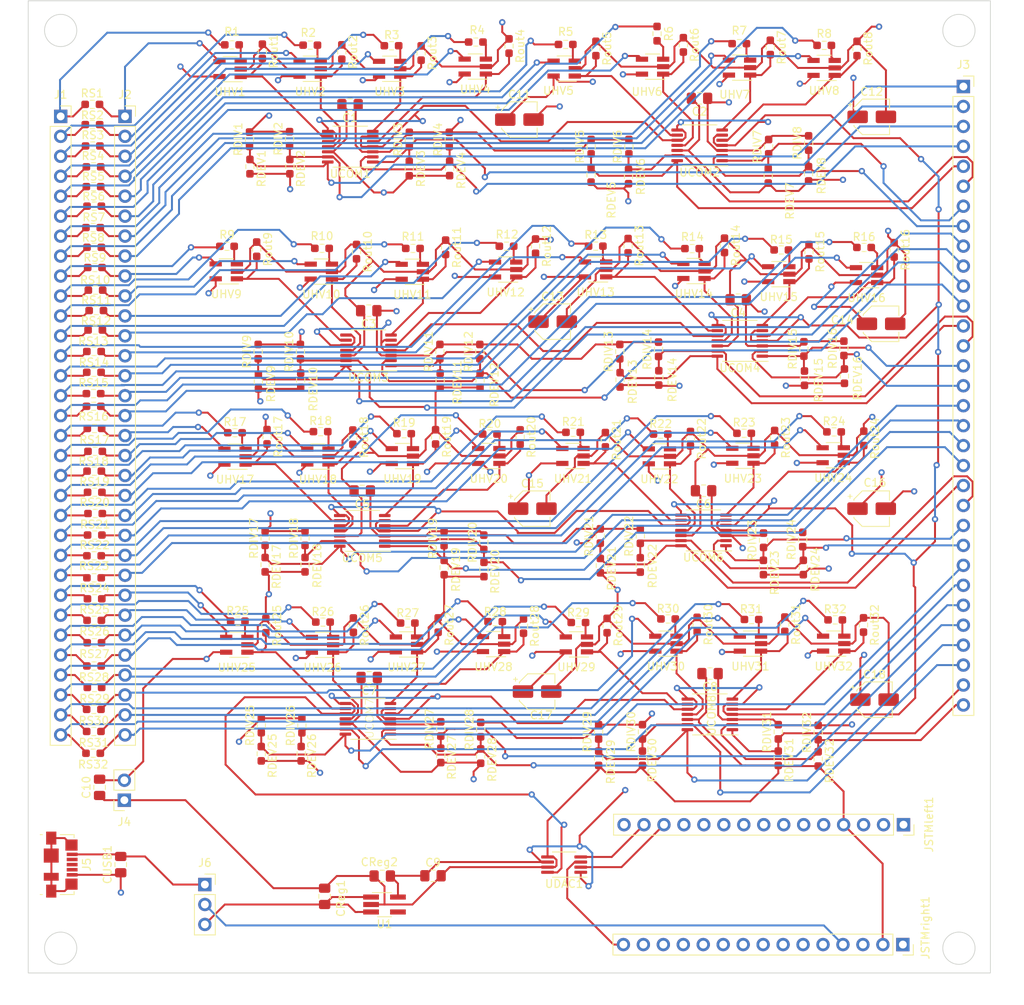
<source format=kicad_pcb>
(kicad_pcb (version 20211014) (generator pcbnew)
  (layers (0 "F.Cu" signal) (1 "In1.Cu" signal) (2 "In2.Cu" signal) (31 "B.Cu" signal) (34 "B.Paste" user) (35 "F.Paste" user) (36 "B.SilkS" user "B.Silkscreen") (37 "F.SilkS" user "F.Silkscreen") (38 "B.Mask" user) (39 "F.Mask" user) (44 "Edge.Cuts" user))
  (net 0 "")
  (net 1 "GND")
  (net 2 "+48V")
  (net 3 "Net-(J1-Pad1)")
  (net 4 "Net-(J1-Pad2)")
  (net 5 "Net-(J1-Pad3)")
  (net 6 "Net-(J1-Pad4)")
  (net 7 "Net-(J1-Pad5)")
  (net 8 "Net-(J1-Pad6)")
  (net 9 "Net-(J1-Pad7)")
  (net 10 "Net-(J1-Pad8)")
  (net 11 "Net-(J1-Pad9)")
  (net 12 "Net-(J1-Pad10)")
  (net 13 "Net-(J1-Pad11)")
  (net 14 "Net-(J1-Pad12)")
  (net 15 "Net-(J1-Pad13)")
  (net 16 "Net-(J1-Pad14)")
  (net 17 "Net-(J1-Pad15)")
  (net 18 "Net-(J1-Pad16)")
  (net 19 "Net-(J1-Pad17)")
  (net 20 "Net-(J1-Pad18)")
  (net 21 "Net-(J1-Pad19)")
  (net 22 "Net-(J1-Pad20)")
  (net 23 "Net-(J1-Pad21)")
  (net 24 "Net-(J1-Pad22)")
  (net 25 "Net-(J1-Pad23)")
  (net 26 "Net-(J1-Pad24)")
  (net 27 "Net-(J1-Pad25)")
  (net 28 "Net-(J1-Pad26)")
  (net 29 "Net-(J1-Pad27)")
  (net 30 "Net-(J1-Pad28)")
  (net 31 "Net-(J1-Pad29)")
  (net 32 "Net-(J1-Pad30)")
  (net 33 "Net-(J1-Pad31)")
  (net 34 "Net-(J1-Pad32)")
  (net 35 "Net-(J2-Pad1)")
  (net 36 "Net-(J2-Pad2)")
  (net 37 "Net-(J2-Pad3)")
  (net 38 "Net-(J2-Pad4)")
  (net 39 "Net-(J2-Pad5)")
  (net 40 "Net-(J2-Pad6)")
  (net 41 "Net-(J2-Pad7)")
  (net 42 "Net-(J2-Pad8)")
  (net 43 "Net-(J2-Pad9)")
  (net 44 "Net-(J2-Pad10)")
  (net 45 "Net-(J2-Pad11)")
  (net 46 "Net-(J2-Pad12)")
  (net 47 "Net-(J2-Pad13)")
  (net 48 "Net-(J2-Pad14)")
  (net 49 "Net-(J2-Pad15)")
  (net 50 "Net-(J2-Pad16)")
  (net 51 "Net-(J2-Pad17)")
  (net 52 "Net-(J2-Pad18)")
  (net 53 "Net-(J2-Pad19)")
  (net 54 "Net-(J2-Pad20)")
  (net 55 "Net-(J2-Pad21)")
  (net 56 "Net-(J2-Pad22)")
  (net 57 "Net-(J2-Pad23)")
  (net 58 "Net-(J2-Pad24)")
  (net 59 "Net-(J2-Pad25)")
  (net 60 "Net-(J2-Pad26)")
  (net 61 "Net-(J2-Pad27)")
  (net 62 "Net-(J2-Pad28)")
  (net 63 "Net-(J2-Pad29)")
  (net 64 "Net-(J2-Pad30)")
  (net 65 "Net-(J2-Pad31)")
  (net 66 "Net-(J2-Pad32)")
  (net 78 "Net-(JSTMleft1-Pad13)")
  (net 79 "Net-(JSTMleft1-Pad14)")
  (net 92 "Net-(JSTMright1-Pad15)")
  (net 93 "Net-(R1-Pad1)")
  (net 94 "Net-(R2-Pad1)")
  (net 95 "Net-(R3-Pad1)")
  (net 96 "Net-(R4-Pad1)")
  (net 97 "Net-(R5-Pad1)")
  (net 98 "Net-(R6-Pad1)")
  (net 99 "Net-(R7-Pad1)")
  (net 100 "Net-(R8-Pad1)")
  (net 101 "Net-(R9-Pad1)")
  (net 102 "Net-(R10-Pad1)")
  (net 103 "Net-(R11-Pad1)")
  (net 104 "Net-(R12-Pad1)")
  (net 105 "Net-(R13-Pad1)")
  (net 106 "Net-(R14-Pad1)")
  (net 107 "Net-(R15-Pad1)")
  (net 108 "Net-(R16-Pad1)")
  (net 109 "Net-(R17-Pad1)")
  (net 110 "Net-(R18-Pad1)")
  (net 111 "Net-(R19-Pad1)")
  (net 112 "Net-(R20-Pad1)")
  (net 113 "Net-(R21-Pad1)")
  (net 114 "Net-(R22-Pad1)")
  (net 115 "Net-(R23-Pad1)")
  (net 116 "Net-(R24-Pad1)")
  (net 117 "Net-(R25-Pad1)")
  (net 118 "Net-(R26-Pad1)")
  (net 119 "Net-(R27-Pad1)")
  (net 120 "Net-(R28-Pad1)")
  (net 121 "Net-(R29-Pad1)")
  (net 122 "Net-(R30-Pad1)")
  (net 123 "Net-(R31-Pad1)")
  (net 124 "Net-(R32-Pad1)")
  (net 125 "+5V")
  (net 126 "Net-(Rout1-Pad2)")
  (net 127 "Net-(Rout2-Pad2)")
  (net 128 "Net-(Rout3-Pad2)")
  (net 129 "Net-(Rout4-Pad2)")
  (net 130 "Net-(Rout5-Pad2)")
  (net 131 "Net-(Rout6-Pad2)")
  (net 132 "Net-(Rout7-Pad2)")
  (net 133 "Net-(Rout8-Pad2)")
  (net 134 "Net-(Rout9-Pad2)")
  (net 135 "Net-(Rout10-Pad2)")
  (net 136 "Net-(Rout11-Pad2)")
  (net 137 "Net-(Rout12-Pad2)")
  (net 138 "Net-(Rout13-Pad2)")
  (net 139 "Net-(Rout14-Pad2)")
  (net 140 "Net-(Rout15-Pad2)")
  (net 141 "Net-(Rout16-Pad2)")
  (net 142 "Net-(Rout17-Pad2)")
  (net 143 "Net-(Rout18-Pad2)")
  (net 144 "Net-(Rout19-Pad2)")
  (net 145 "Net-(Rout20-Pad2)")
  (net 146 "Net-(Rout21-Pad2)")
  (net 147 "Net-(Rout22-Pad2)")
  (net 148 "Net-(Rout23-Pad2)")
  (net 149 "Net-(Rout24-Pad2)")
  (net 150 "Net-(Rout25-Pad2)")
  (net 151 "Net-(Rout26-Pad2)")
  (net 152 "Net-(Rout27-Pad2)")
  (net 153 "Net-(Rout28-Pad2)")
  (net 154 "Net-(Rout29-Pad2)")
  (net 155 "Net-(Rout30-Pad2)")
  (net 156 "Net-(Rout31-Pad2)")
  (net 157 "Net-(Rout32-Pad2)")
  (net 159 "Net-(UCOM1-Pad10)")
  (net 160 "/+3.3V")
  (net 161 "Net-(J3-Pad31)")
  (net 162 "Net-(J3-Pad30)")
  (net 163 "Net-(J3-Pad29)")
  (net 164 "Net-(J3-Pad28)")
  (net 165 "Net-(J3-Pad27)")
  (net 166 "Net-(J3-Pad26)")
  (net 167 "Net-(J3-Pad25)")
  (net 168 "Net-(J3-Pad24)")
  (net 169 "Net-(J3-Pad23)")
  (net 170 "Net-(J3-Pad22)")
  (net 171 "Net-(J3-Pad21)")
  (net 172 "Net-(J3-Pad20)")
  (net 173 "Net-(J3-Pad19)")
  (net 174 "Net-(J3-Pad18)")
  (net 175 "Net-(J3-Pad17)")
  (net 176 "Net-(J3-Pad16)")
  (net 177 "Net-(J3-Pad15)")
  (net 178 "Net-(J3-Pad14)")
  (net 179 "Net-(J3-Pad13)")
  (net 180 "Net-(J3-Pad12)")
  (net 181 "Net-(J3-Pad11)")
  (net 182 "Net-(J3-Pad10)")
  (net 183 "Net-(J3-Pad9)")
  (net 184 "Net-(J3-Pad8)")
  (net 185 "Net-(J3-Pad7)")
  (net 186 "Net-(J3-Pad6)")
  (net 187 "Net-(J3-Pad5)")
  (net 188 "Net-(J3-Pad4)")
  (net 189 "Net-(J3-Pad3)")
  (net 190 "Net-(J3-Pad2)")
  (net 191 "Net-(J3-Pad1)")
  (net 192 "Net-(J3-Pad32)")
  (net 196 "unconnected-(J5-Pad6)")
  (net 197 "Net-(CReg1-Pad2)")
  (net 199 "Net-(JSTMright1-Pad4)")
  (footprint "Resistor_SMD:R_0603_1608Metric_Pad0.98x0.95mm_HandSolder" (layer "F.Cu") (at 162.267259 111.674699 -90)
    (fp_text reference "Rout30")
    (fp_text value "10k")
  )
  (footprint "Resistor_SMD:R_0603_1608Metric_Pad0.98x0.95mm_HandSolder" (layer "F.Cu") (at 138.011774 63.511276 180)
    (fp_text reference "R12")
    (fp_text value "150")
  )
  (footprint "Resistor_SMD:R_0603_1608Metric_Pad0.98x0.95mm_HandSolder" (layer "F.Cu") (at 157.390554 80.275854 90)
    (fp_text reference "RDEV14")
    (fp_text value "6k")
  )
  (footprint "Package_TO_SOT_SMD:SOT-23-5_HandSoldering" (layer "F.Cu") (at 146.466287 90.215534 180)
    (fp_text reference "UHV21")
    (fp_text value "LT6106")
  )
  (footprint "Package_TO_SOT_SMD:SOT-23-5_HandSoldering" (layer "F.Cu") (at 179.646145 114.103444 180)
    (fp_text reference "UHV32")
    (fp_text value "LT6106")
  )
  (footprint "Resistor_SMD:R_0603_1608Metric_Pad0.98x0.95mm_HandSolder" (layer "F.Cu") (at 176.44667 54.291058 90)
    (fp_text reference "RDEV8")
    (fp_text value "6k")
  )
  (footprint "Resistor_SMD:R_0603_1608Metric_Pad0.98x0.95mm_HandSolder" (layer "F.Cu") (at 110.442959 53.378558 90)
    (fp_text reference "RDEV2")
    (fp_text value "6k")
  )
  (footprint "Resistor_SMD:R_0603_1608Metric_Pad0.98x0.95mm_HandSolder" (layer "F.Cu") (at 153.58667 50.838558 90)
    (fp_text reference "RDIV6")
    (fp_text value "2k")
  )
  (footprint "Capacitor_SMD:C_0805_2012Metric_Pad1.18x1.45mm_HandSolder" (layer "F.Cu") (at 88.92 142.24 90)
    (fp_text reference "CUSB1")
    (fp_text value "1u")
  )
  (footprint "Resistor_SMD:R_0603_1608Metric_Pad0.98x0.95mm_HandSolder" (layer "F.Cu") (at 118.925004 64.204657 -90)
    (fp_text reference "Rout10")
    (fp_text value "10k")
  )
  (footprint "Package_TO_SOT_SMD:SOT-23-5_HandSoldering" (layer "F.Cu") (at 158.299042 114.111698 180)
    (fp_text reference "UHV30")
    (fp_text value "LT6106")
  )
  (footprint "Resistor_SMD:R_0603_1608Metric_Pad0.98x0.95mm_HandSolder" (layer "F.Cu") (at 135.143183 104.665022 90)
    (fp_text reference "RDEV20")
    (fp_text value "6k")
  )
  (footprint "Resistor_SMD:R_0603_1608Metric_Pad0.98x0.95mm_HandSolder" (layer "F.Cu") (at 85.629876 66.223271 180)
    (fp_text reference "RS9")
    (fp_text value "1")
  )
  (footprint "Resistor_SMD:R_0603_1608Metric_Pad0.98x0.95mm_HandSolder" (layer "F.Cu") (at 172.594203 125.335996 90)
    (fp_text reference "RDIV31")
    (fp_text value "2k")
  )
  (footprint "Resistor_SMD:R_0603_1608Metric_Pad0.98x0.95mm_HandSolder" (layer "F.Cu") (at 85.309391 45.454602 180)
    (fp_text reference "RS1")
    (fp_text value "1")
  )
  (footprint "Resistor_SMD:R_0603_1608Metric_Pad0.98x0.95mm_HandSolder" (layer "F.Cu") (at 147.159567 111.421705 180)
    (fp_text reference "R29")
    (fp_text value "150")
  )
  (footprint "Package_TO_SOT_SMD:SOT-23-5_HandSoldering" (layer "F.Cu") (at 179.588048 90.122145 180)
    (fp_text reference "UHV24")
    (fp_text value "LT6106")
  )
  (footprint "Resistor_SMD:R_0603_1608Metric_Pad0.98x0.95mm_HandSolder" (layer "F.Cu") (at 85.412775 128.065799 180)
    (fp_text reference "RS32")
    (fp_text value "1")
  )
  (footprint "Package_TO_SOT_SMD:SOT-23-5_HandSoldering" (layer "F.Cu") (at 113.028293 40.922085 180)
    (fp_text reference "UHV2")
    (fp_text value "LT6106")
  )
  (footprint "Capacitor_SMD:CP_Elec_4x5.3" (layer "F.Cu") (at 139.654482 47.389596)
    (fp_text reference "C11")
    (fp_text value "1u")
  )
  (footprint "Capacitor_SMD:C_0805_2012Metric_Pad1.18x1.45mm_HandSolder" (layer "F.Cu") (at 114.86806 146.2825 -90)
    (fp_text reference "CReg1")
    (fp_text value "1u")
  )
  (footprint "Resistor_SMD:R_0603_1608Metric_Pad0.98x0.95mm_HandSolder" (layer "F.Cu") (at 85.548988 111.142869 180)
    (fp_text reference "RS26")
    (fp_text value "1")
  )
  (footprint "Package_TO_SOT_SMD:SOT-23-5_HandSoldering" (layer "F.Cu") (at 123.142762 40.922086 180)
    (fp_text reference "UHV3")
    (fp_text value "LT6106")
  )
  (footprint "Package_TO_SOT_SMD:TSOT-23-5_HandSoldering" (layer "F.Cu") (at 122.48806 147.32)
    (fp_text reference "U1")
    (fp_text value "ADP151")
  )
  (footprint "Resistor_SMD:R_0603_1608Metric_Pad0.98x0.95mm_HandSolder" (layer "F.Cu") (at 141.707496 63.504603 -90)
    (fp_text reference "Rout12")
    (fp_text value "10k")
  )
  (footprint "Resistor_SMD:R_0603_1608Metric_Pad0.98x0.95mm_HandSolder" (layer "F.Cu") (at 172.979702 63.984888 180)
    (fp_text reference "R15")
    (fp_text value "150")
  )
  (footprint "Resistor_SMD:R_0603_1608Metric_Pad0.98x0.95mm_HandSolder" (layer "F.Cu") (at 85.545302 63.652232 180)
    (fp_text reference "RS8")
    (fp_text value "1")
  )
  (footprint "Resistor_SMD:R_0603_1608Metric_Pad0.98x0.95mm_HandSolder" (layer "F.Cu") (at 106.409206 76.931389 90)
    (fp_text reference "RDIV9")
    (fp_text value "2k")
  )
  (footprint "Resistor_SMD:R_0603_1608Metric_Pad0.98x0.95mm_HandSolder" (layer "F.Cu") (at 118.456948 87.831181 -90)
    (fp_text reference "Rout18")
    (fp_text value "10k")
  )
  (footprint "Resistor_SMD:R_0603_1608Metric_Pad0.98x0.95mm_HandSolder" (layer "F.Cu") (at 155.311724 128.703927 90)
    (fp_text reference "RDEV30")
    (fp_text value "6k")
  )
  (footprint "Resistor_SMD:R_0603_1608Metric_Pad0.98x0.95mm_HandSolder" (layer "F.Cu") (at 172.128406 87.880823 -90)
    (fp_text reference "Rout23")
    (fp_text value "10k")
  )
  (footprint "Resistor_SMD:R_0603_1608Metric_Pad0.98x0.95mm_HandSolder" (layer "F.Cu") (at 148.779779 50.838558 90)
    (fp_text reference "RDIV5")
    (fp_text value "2k")
  )
  (footprint "Resistor_SMD:R_0603_1608Metric_Pad0.98x0.95mm_HandSolder" (layer "F.Cu") (at 102.445736 63.522552 180)
    (fp_text reference "R9")
    (fp_text value "150")
  )
  (footprint "Resistor_SMD:R_0603_1608Metric_Pad0.98x0.95mm_HandSolder" (layer "F.Cu") (at 183.439748 111.733317 -90)
    (fp_text reference "Rout32")
    (fp_text value "10k")
  )
  (footprint "Connector_PinSocket_2.54mm:PinSocket_1x15_P2.54mm_Vertical" (layer "F.Cu") (at 188.52806 137.16 -90)
    (fp_text reference "JSTMleft1")
    (fp_text value "Conn_01x15_Female")
  )
  (footprint "Resistor_SMD:R_0603_1608Metric_Pad0.98x0.95mm_HandSolder" (layer "F.Cu") (at 85.548092 92.147628 180)
    (fp_text reference "RS19")
    (fp_text value "1")
  )
  (footprint "Resistor_SMD:R_0603_1608Metric_Pad0.98x0.95mm_HandSolder" (layer "F.Cu") (at 106.809759 124.527722 90)
    (fp_text reference "RDIV25")
    (fp_text value "2k")
  )
  (footprint "Package_TO_SOT_SMD:SOT-23-5_HandSoldering" (layer "F.Cu") (at 167.665765 40.776081 180)
    (fp_text reference "UHV7")
    (fp_text value "LT6106")
  )
  (footprint "Resistor_SMD:R_0603_1608Metric_Pad0.98x0.95mm_HandSolder" (layer "F.Cu") (at 171.316945 54.556305 90)
    (fp_text reference "RDEV7")
    (fp_text value "6k")
  )
  (footprint "Resistor_SMD:R_0603_1608Metric_Pad0.98x0.95mm_HandSolder" (layer "F.Cu") (at 130.72667 49.926058 90)
    (fp_text reference "RDIV4")
    (fp_text value "2k")
  )
  (footprint "Resistor_SMD:R_0603_1608Metric_Pad0.98x0.95mm_HandSolder" (layer "F.Cu") (at 149.384242 38.340238 -90)
    (fp_text reference "Rout5")
    (fp_text value "10k")
  )
  (footprint "Resistor_SMD:R_0603_1608Metric_Pad0.98x0.95mm_HandSolder" (layer "F.Cu") (at 146.489283 87.205736 180)
    (fp_text reference "R21")
    (fp_text value "150")
  )
  (footprint "Resistor_SMD:R_0603_1608Metric_Pad0.98x0.95mm_HandSolder" (layer "F.Cu") (at 130.772201 53.611882 90)
    (fp_text reference "RDEV4")
    (fp_text value "6k")
  )
  (footprint "Resistor_SMD:R_0603_1608Metric_Pad0.98x0.95mm_HandSolder" (layer "F.Cu") (at 123.377571 37.987235 180)
    (fp_text reference "R3")
    (fp_text value "150")
  )
  (footprint "Resistor_SMD:R_0603_1608Metric_Pad0.98x0.95mm_HandSolder" (layer "F.Cu") (at 136.570946 111.303302 180)
    (fp_text reference "R28")
    (fp_text value "150")
  )
  (footprint "Connector_PinSocket_2.54mm:PinSocket_1x32_P2.54mm_Vertical" (layer "F.Cu") (at 81.28 46.985)
    (fp_text reference "J1")
    (fp_text value "Conn_01x32_Female")
  )
  (footprint "Resistor_SMD:R_0603_1608Metric_Pad0.98x0.95mm_HandSolder" (layer "F.Cu") (at 103.456934 87.25648 180)
    (fp_text reference "R17")
    (fp_text value "150")
  )
  (footprint "Resistor_SMD:R_0603_1608Metric_Pad0.98x0.95mm_HandSolder" (layer "F.Cu") (at 175.929158 80.311795 90)
    (fp_text reference "RDEV15")
    (fp_text value "6k")
  )
  (footprint "Connector_PinSocket_2.54mm:PinSocket_1x32_P2.54mm_Vertical" (layer "F.Cu") (at 196.14806 43.18)
    (fp_text reference "J3")
    (fp_text value "Conn_01x32_Female")
  )
  (footprint "Resistor_SMD:R_0603_1608Metric_Pad0.98x0.95mm_HandSolder" (layer "F.Cu") (at 107.295684 100.690526 90)
    (fp_text reference "RDIV17")
    (fp_text value "2k")
  )
  (footprint "Resistor_SMD:R_0603_1608Metric_Pad0.98x0.95mm_HandSolder" (layer "F.Cu") (at 177.674203 128.788496 90)
    (fp_text reference "RDEV32")
    (fp_text value "6k")
  )
  (footprint "Package_TO_SOT_SMD:SOT-23-5_HandSoldering" (layer "F.Cu") (at 156.598731 40.653609 180)
    (fp_text reference "UHV6")
    (fp_text value "LT6106")
  )
  (footprint "Package_SO:TSSOP-14_4.4x5mm_P0.65mm" (layer "F.Cu") (at 163.072565 99.693935 180)
    (fp_text reference "UCOM6")
    (fp_text value "LM339")
  )
  (footprint "Resistor_SMD:R_0603_1608Metric_Pad0.98x0.95mm_HandSolder" (layer "F.Cu") (at 85.713547 69.107432 180)
    (fp_text reference "RS10")
    (fp_text value "1")
  )
  (footprint "Package_SO:TSSOP-14_4.4x5mm_P0.65mm" (layer "F.Cu") (at 162.59148 50.671503 180)
    (fp_text reference "UCOM2")
    (fp_text value "LM339")
  )
  (footprint "Capacitor_SMD:C_0805_2012Metric_Pad1.18x1.45mm_HandSolder" (layer "F.Cu") (at 120.539761 118.413068 180)
    (fp_text reference "C7")
    (fp_text value "0.1u")
  )
  (footprint "Capacitor_SMD:CP_Elec_4x5.3" (layer "F.Cu") (at 141.296365 96.926175)
    (fp_text reference "C15")
    (fp_text value "1u")
  )
  (footprint "Resistor_SMD:R_0603_1608Metric_Pad0.98x0.95mm_HandSolder" (layer "F.Cu") (at 85.667391 89.627333 180)
    (fp_text reference "RS18")
    (fp_text value "1")
  )
  (footprint "Capacitor_SMD:CP_Elec_4x5.3" (layer "F.Cu") (at 184.492736 47.04378)
    (fp_text reference "C12")
    (fp_text value "1u")
  )
  (footprint "Resistor_SMD:R_0603_1608Metric_Pad0.98x0.95mm_HandSolder" (layer "F.Cu") (at 175.783183 104.413324 90)
    (fp_text reference "RDEV24")
    (fp_text value "6k")
  )
  (footprint "Resistor_SMD:R_0603_1608Metric_Pad0.98x0.95mm_HandSolder" (layer "F.Cu") (at 85.51057 79.560735 180)
    (fp_text reference "RS14")
    (fp_text value "1")
  )
  (footprint "Resistor_SMD:R_0603_1608Metric_Pad0.98x0.95mm_HandSolder" (layer "F.Cu") (at 112.375684 100.690526 90)
    (fp_text reference "RDIV18")
    (fp_text value "2k")
  )
  (footprint "Resistor_SMD:R_0603_1608Metric_Pad0.98x0.95mm_HandSolder" (layer "F.Cu") (at 85.35924 50.748912 180)
    (fp_text reference "RS3")
    (fp_text value "1")
  )
  (footprint "Package_TO_SOT_SMD:SOT-23-5_HandSoldering" (layer "F.Cu") (at 137.902554 66.480502 180)
    (fp_text reference "UHV12")
    (fp_text value "LT6106")
  )
  (footprint "Resistor_SMD:R_0603_1608Metric_Pad0.98x0.95mm_HandSolder" (layer "F.Cu") (at 175.856411 76.592119 90)
    (fp_text reference "RDIV15")
    (fp_text value "2k")
  )
  (footprint "Resistor_SMD:R_0603_1608Metric_Pad0.98x0.95mm_HandSolder" (layer "F.Cu") (at 111.788238 76.931389 90)
    (fp_text reference "RDIV10")
    (fp_text value "2k")
  )
  (footprint "Resistor_SMD:R_0603_1608Metric_Pad0.98x0.95mm_HandSolder" (layer "F.Cu") (at 85.460728 53.404525 180)
    (fp_text reference "RS4")
    (fp_text value "1")
  )
  (footprint "Resistor_SMD:R_0603_1608Metric_Pad0.98x0.95mm_HandSolder" (layer "F.Cu") (at 176.455571 50.372875 90)
    (fp_text reference "RDIV8")
    (fp_text value "2k")
  )
  (footprint "Capacitor_SMD:C_0805_2012Metric_Pad1.18x1.45mm_HandSolder" (layer "F.Cu") (at 163.088168 94.644495 180)
    (fp_text reference "C6")
    (fp_text value "0.1u")
  )
  (footprint "Resistor_SMD:R_0603_1608Metric_Pad0.98x0.95mm_HandSolder" (layer "F.Cu") (at 160.515631 37.877565 -90)
    (fp_text reference "Rout6")
    (fp_text value "10k")
  )
  (footprint "Resistor_SMD:R_0603_1608Metric_Pad0.98x0.95mm_HandSolder" (layer "F.Cu") (at 172.594203 128.703927 90)
    (fp_text reference "RDEV31")
    (fp_text value "6k")
  )
  (footprint "Resistor_SMD:R_0603_1608Metric_Pad0.98x0.95mm_HandSolder" (layer "F.Cu") (at 134.106857 37.519564 180)
    (fp_text reference "R4")
    (fp_text value "150")
  )
  (footprint "Resistor_SMD:R_0603_1608Metric_Pad0.98x0.95mm_HandSolder" (layer "F.Cu") (at 130.068975 100.716254 90)
    (fp_text reference "RDIV19")
    (fp_text value "2k")
  )
  (footprint "Resistor_SMD:R_0603_1608Metric_Pad0.98x0.95mm_HandSolder" (layer "F.Cu") (at 106.441129 80.764239 90)
    (fp_text reference "RDEV9")
    (fp_text value "6k")
  )
  (footprint "Capacitor_SMD:C_0805_2012Metric_Pad1.18x1.45mm_HandSolder" (layer "F.Cu") (at 122.202211 143.690578 180)
    (fp_text reference "CReg2")
    (fp_text value "1u")
  )
  (footprint "Resistor_SMD:R_0603_1608Metric_Pad0.98x0.95mm_HandSolder" (layer "F.Cu") (at 130.076926 104.423196 90)
    (fp_text reference "RDEV19")
    (fp_text value "6k")
  )
  (footprint "Resistor_SMD:R_0603_1608Metric_Pad0.98x0.95mm_HandSolder" (layer "F.Cu") (at 107.295684 104.058457 90)
    (fp_text reference "RDEV17")
    (fp_text value "6k")
  )
  (footprint "Resistor_SMD:R_0603_1608Metric_Pad0.98x0.95mm_HandSolder" (layer "F.Cu") (at 85.521847 76.910761 180)
    (fp_text reference "RS13")
    (fp_text value "1")
  )
  (footprint "Resistor_SMD:R_0603_1608Metric_Pad0.98x0.95mm_HandSolder" (layer "F.Cu") (at 152.428238 76.931389 90)
    (fp_text reference "RDIV13")
    (fp_text value "2k")
  )
  (footprint "Resistor_SMD:R_0603_1608Metric_Pad0.98x0.95mm_HandSolder" (layer "F.Cu") (at 127.149701 38.917996 -90)
    (fp_text reference "Rout3")
    (fp_text value "10k")
  )
  (footprint "Resistor_SMD:R_0603_1608Metric_Pad0.98x0.95mm_HandSolder" (layer "F.Cu") (at 150.807385 111.80831 -90)
    (fp_text reference "Rout29")
    (fp_text value "10k")
  )
  (footprint "Resistor_SMD:R_0603_1608Metric_Pad0.98x0.95mm_HandSolder" (layer "F.Cu") (at 134.727876 128.423443 90)
    (fp_text reference "RDEV28")
    (fp_text value "6k")
  )
  (footprint "Resistor_SMD:R_0603_1608Metric_Pad0.98x0.95mm_HandSolder" (layer "F.Cu") (at 85.497348 122.483938 180)
    (fp_text reference "RS30")
    (fp_text value "1")
  )
  (footprint "Resistor_SMD:R_0603_1608Metric_Pad0.98x0.95mm_HandSolder" (layer "F.Cu") (at 129.647876 124.970943 90)
    (fp_text reference "RDIV27")
    (fp_text value "2k")
  )
  (footprint "Resistor_SMD:R_0603_1608Metric_Pad0.98x0.95mm_HandSolder" (layer "F.Cu") (at 183.508692 63.669147 180)
    (fp_text reference "R16")
    (fp_text value "150")
  )
  (footprint "Package_TO_SOT_SMD:SOT-23-5_HandSoldering" (layer "F.Cu") (at 169.052573 114.109264 180)
    (fp_text reference "UHV31")
    (fp_text value "LT6106")
  )
  (footprint "Resistor_SMD:R_0603_1608Metric_Pad0.98x0.95mm_HandSolder" (layer "F.Cu") (at 139.750033 87.809182 -90)
    (fp_text reference "Rout20")
    (fp_text value "10k")
  )
  (footprint "Resistor_SMD:R_0603_1608Metric_Pad0.98x0.95mm_HandSolder" (layer "F.Cu") (at 155.311724 125.335996 90)
    (fp_text reference "RDIV30")
    (fp_text value "2k")
  )
  (footprint "Capacitor_SMD:CP_Elec_4x5.3" (layer "F.Cu") (at 141.908597 120.21071)
    (fp_text reference "C17")
    (fp_text value "1u")
  )
  (footprint "Capacitor_SMD:C_0805_2012Metric_Pad1.18x1.45mm_HandSolder" (layer "F.Cu") (at 118.100954 45.486107 180)
    (fp_text reference "C1")
    (fp_text value "0.1u")
  )
  (footprint "Resistor_SMD:R_0603_1608Metric_Pad0.98x0.95mm_HandSolder" (layer "F.Cu") (at 173.422897 111.640484 -90)
    (fp_text reference "Rout31")
    (fp_text value "10k")
  )
  (footprint "Resistor_SMD:R_0603_1608Metric_Pad0.98x0.95mm_HandSolder" (layer "F.Cu") (at 103.077087 37.874755 180)
    (fp_text reference "R1")
    (fp_text value "150")
  )
  (footprint "Resistor_SMD:R_0603_1608Metric_Pad0.98x0.95mm_HandSolder" (layer "F.Cu") (at 105.308526 49.893681 90)
    (fp_text reference "RDIV1")
    (fp_text value "2k")
  )
  (footprint "Capacitor_SMD:C_0805_2012Metric_Pad1.18x1.45mm_HandSolder" (layer "F.Cu") (at 167.493432 70.32838 180)
    (fp_text reference "C4")
    (fp_text value "0.1u")
  )
  (footprint "Resistor_SMD:R_0603_1608Metric_Pad0.98x0.95mm_HandSolder" (layer "F.Cu") (at 85.615751 94.83707 180)
    (fp_text reference "RS20")
    (fp_text value "1")
  )
  (footprint "Resistor_SMD:R_0603_1608Metric_Pad0.98x0.95mm_HandSolder" (layer "F.Cu") (at 149.363891 63.50279 180)
    (fp_text reference "R13")
    (fp_text value "150")
  )
  (footprint "Resistor_SMD:R_0603_1608Metric_Pad0.98x0.95mm_HandSolder" (layer "F.Cu") (at 153.48266 63.44941 -90)
    (fp_text reference "Rout13")
    (fp_text value "10k")
  )
  (footprint "Resistor_SMD:R_0603_1608Metric_Pad0.98x0.95mm_HandSolder" (layer "F.Cu") (at 118.527778 111.754701 -90)
    (fp_text reference "Rout26")
    (fp_text value "10k")
  )
  (footprint "Resistor_SMD:R_0603_1608Metric_Pad0.98x0.95mm_HandSolder" (layer "F.Cu") (at 161.419867 88.015086 -90)
    (fp_text reference "Rout22")
    (fp_text value "10k")
  )
  (footprint "Connector_PinSocket_2.54mm:PinSocket_1x02_P2.54mm_Vertical" (layer "F.Cu") (at 89.383511 134.040858 180)
    (fp_text reference "J4")
    (fp_text value "Conn_01x02_Female")
  )
  (footprint "Resistor_SMD:R_0603_1608Metric_Pad0.98x0.95mm_HandSolder" (layer "F.Cu") (at 181.015871 80.052637 90)
    (fp_text reference "RDEV16")
    (fp_text value "6k")
  )
  (footprint "Capacitor_SMD:CP_Elec_4x5.3" (layer "F.Cu") (at 184.476365 96.926175)
    (fp_text reference "C16")
    (fp_text value "1u")
  )
  (footprint "Connector_PinSocket_2.54mm:PinSocket_1x32_P2.54mm_Vertical" (layer "F.Cu") (at 89.46806 46.985)
    (fp_text reference "J2")
    (fp_text value "Conn_01x32_Female")
  )
  (footprint "Resistor_SMD:R_0603_1608Metric_Pad0.98x0.95mm_HandSolder" (layer "F.Cu") (at 157.168049 36.448719 90)
    (fp_text reference "R6")
    (fp_text value "150")
  )
  (footprint "Package_TO_SOT_SMD:SOT-23-5_HandSoldering" (layer "F.Cu") (at 161.862899 66.668476 180)
    (fp_text reference "UHV14")
    (fp_text value "LT6106")
  )
  (footprint "Resistor_SMD:R_0603_1608Metric_Pad0.98x0.95mm_HandSolder" (layer "F.Cu") (at 149.953409 104.174444 90)
    (fp_text reference "RDEV21")
    (fp_text value "6k")
  )
  (footprint "Package_SO:TSSOP-14_4.4x5mm_P0.65mm" (layer "F.Cu") (at 120.450702 76.771477 180)
    (fp_text reference "UCOM3")
    (fp_text value "LM339")
  )
  (footprint "Resistor_SMD:R_0603_1608Metric_Pad0.98x0.95mm_HandSolder" (layer "F.Cu") (at 124.97788 87.377674 180)
    (fp_text reference "R19")
    (fp_text value "150")
  )
  (footprint "Resistor_SMD:R_0603_1608Metric_Pad0.98x0.95mm_HandSolder" (layer "F.Cu") (at 85.497348 125.291783 180)
    (fp_text reference "RS31")
    (fp_text value "1")
  )
  (footprint "Package_SO:MSOP-8_3x3mm_P0.65mm" (layer "F.Cu") (at 145.34806 142.24 180)
    (fp_text reference "UDAC1")
    (fp_text value "MCP4921")
  )
  (footprint "Capacitor_SMD:CP_Elec_4x5.3" (layer "F.Cu") (at 185.673476 73.389521)
    (fp_text reference "C14")
    (fp_text value "1u")
  )
  (footprint "Resistor_SMD:R_0603_1608Metric_Pad0.98x0.95mm_HandSolder" (layer "F.Cu") (at 85.581922 86.717999 180)
    (fp_text reference "RS17")
    (fp_text value "1")
  )
  (footprint "Resistor_SMD:R_0603_1608Metric_Pad0.98x0.95mm_HandSolder" (layer "F.Cu") (at 168.248034 87.32972 180)
    (fp_text reference "R23")
    (fp_text value "150")
  )
  (footprint "Resistor_SMD:R_0603_1608Metric_Pad0.98x0.95mm_HandSolder" (layer "F.Cu") (at 85.581922 119.693008 180)
    (fp_text reference "RS29")
    (fp_text value "1")
  )
  (footprint "Resistor_SMD:R_0603_1608Metric_Pad0.98x0.95mm_HandSolder" (layer "F.Cu") (at 150.592937 88.146494 -90)
    (fp_text reference "Rout21")
    (fp_text value "10k")
  )
  (footprint "Capacitor_SMD:C_0805_2012Metric_Pad1.18x1.45mm_HandSolder" (layer "F.Cu") (at 128.657633 143.663289)
    (fp_text reference "C9")
    (fp_text value "1u")
  )
  (footprint "Resistor_SMD:R_0603_1608Metric_Pad0.98x0.95mm_HandSolder" (layer "F.Cu") (at 145.540319 37.824029 180)
    (fp_text reference "R5")
    (fp_text value "150")
  )
  (footprint "Connector_USB:USB_Micro-B_Molex_47346-0001" (layer "F.Cu") (at 81.28 142.24 -90)
    (fp_text reference "J5")
    (fp_text value "USB_B_Micro")
  )
  (footprint "Resistor_SMD:R_0603_1608Metric_Pad0.98x0.95mm_HandSolder" (layer "F.Cu") (at 111.973804 124.545652 90)
    (fp_text reference "RDIV26")
    (fp_text value "2k")
  )
  (footprint "Resistor_SMD:R_0603_1608Metric_Pad0.98x0.95mm_HandSolder" (layer "F.Cu") (at 125.64667 49.926058 90)
    (fp_text reference "RDIV3")
    (fp_text value "2k")
  )
  (footprint "Resistor_SMD:R_0603_1608Metric_Pad0.98x0.95mm_HandSolder" (layer "F.Cu") (at 117.052525 38.789304 -90)
    (fp_text reference "Rout2")
    (fp_text value "10k")
  )
  (footprint "Resistor_SMD:R_0603_1608Metric_Pad0.98x0.95mm_HandSolder" (layer "F.Cu") (at 170.716802 100.94728 90)
    (fp_text reference "RDIV23")
    (fp_text value "2k")
  )
  (footprint "Resistor_SMD:R_0603_1608Metric_Pad0.98x0.95mm_HandSolder" (layer "F.Cu") (at 129.315312 111.74739 -90)
    (fp_text reference "Rout27")
    (fp_text value "10k")
  )
  (footprint "Package_TO_SOT_SMD:SOT-23-5_HandSoldering" (layer "F.Cu") (at 125.283286 114.208034 180)
    (fp_text reference "UHV27")
    (fp_text value "LT6106")
  )
  (footprint "Package_TO_SOT_SMD:SOT-23-5_HandSoldering" (layer "F.Cu") (at 103.463692 90.308728 180)
    (fp_text reference "UHV17")
    (fp_text value "LT6106")
  )
  (footprint "Resistor_SMD:R_0603_1608Metric_Pad0.98x0.95mm_HandSolder" (layer "F.Cu") (at 175.700566 100.851804 90)
    (fp_text reference "RDIV24")
    (fp_text value "2k")
  )
  (footprint "Resistor_SMD:R_0603_1608Metric_Pad0.98x0.95mm_HandSolder" (layer "F.Cu") (at 125.441949 111.489364 180)
    (fp_text reference "R27")
    (fp_text value "150")
  )
  (footprint "Resistor_SMD:R_0603_1608Metric_Pad0.98x0.95mm_HandSolder" (layer "F.Cu") (at 85.599732 108.402683 180)
    (fp_text reference "RS25")
    (fp_text value "1")
  )
  (footprint "Resistor_SMD:R_0603_1608Metric_Pad0.98x0.95mm_HandSolder" (layer "F.Cu") (at 167.631851 37.722541 180)
    (fp_text reference "R7")
    (fp_text value "150")
  )
  (footprint "Resistor_SMD:R_0603_1608Metric_Pad0.98x0.95mm_HandSolder" (layer "F.Cu") (at 130.26522 63.647488 -90)
    (fp_text reference "Rout11")
    (fp_text value "10k")
  )
  (footprint "Capacitor_SMD:CP_Elec_4x5.3" (layer "F.Cu") (at 184.838565 121.238937)
    (fp_text reference "C18")
    (fp_text value "1u")
  )
  (footprint "Capacitor_SMD:C_0805_2012Metric_Pad1.18x1.45mm_HandSolder" (layer "F.Cu") (at 120.482106 71.722037 180)
    (fp_text reference "C3")
    (fp_text value "0.1u")
  )
  (footprint "Package_SO:TSSOP-14_4.4x5mm_P0.65mm" (layer "F.Cu") (at 167.704561 75.558992 180)
    (fp_text reference "UCOM4")
    (fp_text value "LM339")
  )
  (footprint "Package_TO_SOT_SMD:SOT-23-5_HandSoldering" (layer "F.Cu") (at 126.024002 66.764448 180)
    (fp_text reference "UHV11")
    (fp_text value "LT6106")
  )
  (footprint "Capacitor_SMD:C_0805_2012Metric_Pad1.18x1.45mm_HandSolder" (layer "F.Cu") (at 162.571703 44.684812 180)
    (fp_text reference "C2")
    (fp_text value "0.1u")
  )
  (footprint "Capacitor_SMD:C_0805_2012Metric_Pad1.18x1.45mm_HandSolder" (layer "F.Cu") (at 163.910209 117.924245 180)
    (fp_text reference "C8")
    (fp_text value "0.1u")
  )
  (footprint "Resistor_SMD:R_0603_1608Metric_Pad0.98x0.95mm_HandSolder" (layer "F.Cu") (at 129.568238 80.589888 90)
    (fp_text reference "RDEV11")
    (fp_text value "6k")
  )
  (footprint "Resistor_SMD:R_0603_1608Metric_Pad0.98x0.95mm_HandSolder" (layer "F.Cu") (at 182.610334 38.343219 -90)
    (fp_text reference "Rout8")
    (fp_text value "10k")
  )
  (footprint "Capacitor_SMD:C_0805_2012Metric_Pad1.18x1.45mm_HandSolder" (layer "F.Cu") (at 119.657339 94.672005 180)
    (fp_text reference "C5")
    (fp_text value "0.1u")
  )
  (footprint "Resistor_SMD:R_0603_1608Metric_Pad0.98x0.95mm_HandSolder" (layer "F.Cu") (at 114.534129 63.781912 180)
    (fp_text reference "R10")
    (fp_text value "150")
  )
  (footprint "Resistor_SMD:R_0603_1608Metric_Pad0.98x0.95mm_HandSolder" (layer "F.Cu") (at 178.440364 37.942432 180)
    (fp_text reference "R8")
    (fp_text value "150")
  )
  (footprint "Package_SO:TSSOP-14_4.4x5mm_P0.65mm" (layer "F.Cu") (at 120.374689 123.680387 180)
    (fp_text reference "UCOM7")
    (fp_text value "LM339")
  )
  (footprint "Package_TO_SOT_SMD:SOT-23-5_HandSoldering" (layer "F.Cu") (at 178.427887 40.811688 180)
    (fp_text reference "UHV8")
    (fp_text value "LT6106")
  )
  (footprint "Package_TO_SOT_SMD:SOT-23-5_HandSoldering" (layer "F.Cu") (at 102.837346 40.959997 180)
    (fp_text reference "UHV1")
    (fp_text value "LT6106")
  )
  (footprint "Resistor_SMD:R_0603_1608Metric_Pad0.98x0.95mm_HandSolder" (layer "F.Cu") (at 85.666496 97.543426 180)
    (fp_text reference "RS21")
    (fp_text value "1")
  )
  (footprint "Resistor_SMD:R_0603_1608Metric_Pad0.98x0.95mm_HandSolder" (layer "F.Cu") (at 103.821965 111.238989 180)
    (fp_text reference "R25")
    (fp_text value "150")
  )
  (footprint "Resistor_SMD:R_0603_1608Metric_Pad0.98x0.95mm_HandSolder" (layer "F.Cu") (at 153.536945 54.641638 90)
    (fp_text reference "RDEV6")
    (fp_text value "6k")
  )
  (footprint "Resistor_SMD:R_0603_1608Metric_Pad0.98x0.95mm_HandSolder" (layer "F.Cu") (at 85.465464 82.278369 180)
    (fp_text reference "RS15")
    (fp_text value "1")
  )
  (footprint "Package_SO:TSSOP-14_4.4x5mm_P0.65mm" (layer "F.Cu") (at 118.129678 50.842153 180)
    (fp_text reference "UCOM1")
    (fp_text value "LM339")
  )
  (footprint "Resistor_SMD:R_0603_1608Metric_Pad0.98x0.95mm_HandSolder" (layer "F.Cu") (at 85.409984 61.134556 180)
    (fp_text reference "RS7")
    (fp_text value "1")
  )
  (footprint "Resistor_SMD:R_0603_1608Metric_Pad0.98x0.95mm_HandSolder" (layer "F.Cu") (at 155.039569 100.42273 90)
    (fp_text reference "RDIV22")
    (fp_text value "2k")
  )
  (footprint "Package_SO:TSSOP-14_4.4x5mm_P0.65mm" (layer "F.Cu") (at 119.657339 99.752005 180)
    (fp_text reference "UCOM5")
    (fp_text value "LM339")
  )
  (footprint "Resistor_SMD:R_0603_1608Metric_Pad0.98x0.95mm_HandSolder" (layer "F.Cu") (at 106.804151 128.12422 90)
    (fp_text reference "RDEV25")
    (fp_text value "6k")
  )
  (footprint "Package_TO_SOT_SMD:SOT-23-5_HandSoldering" (layer "F.Cu") (at 103.693647 114.248714 180)
    (fp_text reference "UHV25")
    (fp_text value "LT6106")
  )
  (footprint "Resistor_SMD:R_0603_1608Metric_Pad0.98x0.95mm_HandSolder" (layer "F.Cu") (at 171.36667 50.838558 90)
    (fp_text reference "RDIV7")
    (fp_text value "2k")
  )
  (footprint "Resistor_SMD:R_0603_1608Metric_Pad0.98x0.95mm_HandSolder" (layer "F.Cu") (at 158.577009 110.965007 180)
    (fp_text reference "R30")
    (fp_text value "150")
  )
  (footprint "Resistor_SMD:R_0603_1608Metric_Pad0.98x0.95mm_HandSolder" (layer "F.Cu") (at 155.033409 104.089875 90)
    (fp_text reference "RDEV22")
    (fp_text value "1k")
  )
  (footprint "Connector_PinSocket_2.54mm:PinSocket_1x15_P2.54mm_Vertical" (layer "F.Cu") (at 188.447013 152.421132 -90)
    (fp_text reference "JSTMright1")
    (fp_text value "Conn_01x15_Female")
  )
  (footprint "Package_TO_SOT_SMD:SOT-23-5_HandSoldering" (layer "F.Cu") (at 124.762789 90.234046 180)
    (fp_text reference "UHV19")
    (fp_text value "LT6106")
  )
  (footprint "Resistor_SMD:R_0603_1608Metric_Pad0.98x0.95mm_HandSolder" (layer "F.Cu") (at 105.362959 53.378558 90)
    (fp_text reference "RDEV1")
    (fp_text value "6k")
  )
  (footprint "Resistor_SMD:R_0603_1608Metric_Pad0.98x0.95mm_HandSolder" (layer "F.Cu") (at 161.629689 63.812836 180)
    (fp_text reference "R14")
    (fp_text value "150")
  )
  (footprint "Resistor_SMD:R_0603_1608Metric_Pad0.98x0.95mm_HandSolder" (layer "F.Cu") (at 85.565903 113.992744 180)
    (fp_text reference "RS27")
    (fp_text value "1")
  )
  (footprint "Resistor_SMD:R_0603_1608Metric_Pad0.98x0.95mm_HandSolder" (layer "F.Cu") (at 107.389144 111.808823 -90)
    (fp_text reference "Rout25")
    (fp_text value "10k")
  )
  (footprint "Resistor_SMD:R_0603_1608Metric_Pad0.98x0.95mm_HandSolder" (layer "F.Cu") (at 149.734203 128.703927 90)
    (fp_text reference "RDEV29")
    (fp_text value "6k")
  )
  (footprint "Resistor_SMD:R_0603_1608Metric_Pad0.98x0.95mm_HandSolder" (layer "F.Cu") (at 85.531178 105.730156 180)
    (fp_text reference "RS24")
    (fp_text value "1")
  )
  (footprint "Resistor_SMD:R_0603_1608Metric_Pad0.98x0.95mm_HandSolder" (layer "F.Cu") (at 114.356382 87.118315 180)
    (fp_text reference "R18")
    (fp_text value "150")
  )
  (footprint "Resistor_SMD:R_0603_1608Metric_Pad0.98x0.95mm_HandSolder" (layer "F.Cu") (at 85.523616 116.95265 180)
    (fp_text reference "RS28")
    (fp_text value "1")
  )
  (footprint "Resistor_SMD:R_0603_1608Metric_Pad0.98x0.95mm_HandSolder" (layer "F.Cu") (at 85.615751 100.283613 180)
    (fp_text reference "RS22")
    (fp_text value "1")
  )
  (footprint "Resistor_SMD:R_0603_1608Metric_Pad0.98x0.95mm_HandSolder" (layer "F.Cu") (at 85.679718 74.181851 180)
    (fp_text reference "RS12")
    (fp_text value "1")
  )
  (footprint "Resistor_SMD:R_0603_1608Metric_Pad0.98x0.95mm_HandSolder" (layer "F.Cu") (at 85.326306 48.025641 180)
    (fp_text reference "RS2")
    (fp_text value "1")
  )
  (footprint "Resistor_SMD:R_0603_1608Metric_Pad0.98x0.95mm_HandSolder" (layer "F.Cu") (at 106.222396 63.895041 -90)
    (fp_text reference "Rout9")
    (fp_text value "10k")
  )
  (footprint "Resistor_SMD:R_0603_1608Metric_Pad0.98x0.95mm_HandSolder" (layer "F.Cu") (at 157.62648 87.428418 180)
    (fp_text reference "R22")
    (fp_text value "150")
  )
  (footprint "Package_TO_SOT_SMD:SOT-23-5_HandSoldering" (layer "F.Cu") (at 145.349576 40.898553 180)
    (fp_text reference "UHV5")
    (fp_text value "LT6106")
  )
  (footprint "Resistor_SMD:R_0603_1608Metric_Pad0.98x0.95mm_HandSolder" (layer "F.Cu") (at 128.984658 87.787628 -90)
    (fp_text reference "Rout19")
    (fp_text value "10k")
  )
  (footprint "Resistor_SMD:R_0603_1608Metric_Pad0.98x0.95mm_HandSolder" (layer "F.Cu") (at 176.498588 64.212982 -90)
    (fp_text reference "Rout15")
    (fp_text value "10k")
  )
  (footprint "Resistor_SMD:R_0603_1608Metric_Pad0.98x0.95mm_HandSolder" (layer "F.Cu") (at 85.545302 58.411285 180)
    (fp_text reference "RS6")
    (fp_text value "1")
  )
  (footprint "Resistor_SMD:R_0603_1608Metric_Pad0.98x0.95mm_HandSolder" (layer "F.Cu") (at 85.480434 83.89324 180)
    (fp_text reference "RS16")
    (fp_text value "1")
  )
  (footprint "Resistor_SMD:R_0603_1608Metric_Pad0.98x0.95mm_HandSolder" (layer "F.Cu") (at 148.770878 54.441201 90)
    (fp_text reference "RDEV5")
    (fp_text value "6k")
  )
  (footprint "Resistor_SMD:R_0603_1608Metric_Pad0.98x0.95mm_HandSolder" (layer "F.Cu") (at 85.460728 55.92482 180)
    (fp_text reference "RS5")
    (fp_text value "1")
  )
  (footprint "Resistor_SMD:R_0603_1608Metric_Pad0.98x0.95mm_HandSolder" (layer "F.Cu") (at 125.637769 53.629175 90)
    (fp_text reference "RDEV3")
    (fp_text value "6k")
  )
  (footprint "Resistor_SMD:R_0603_1608Metric_Pad0.98x0.95mm_HandSolder" (layer "F.Cu") (at 126.103805 63.793188 180)
    (fp_text reference "R11")
    (fp_text value "150")
  )
  (footprint "Resistor_SMD:R_0603_1608Metric_Pad0.98x0.95mm_HandSolder" (layer "F.Cu") (at 187.341854 63.968036 -90)
    (fp_text reference "Rout16")
    (fp_text value "10k")
  )
  (footprint "Resistor_SMD:R_0603_1608Metric_Pad0.98x0.95mm_HandSolder" (layer "F.Cu") (at 180.943124 76.514311 90)
    (fp_text reference "RDIV16")
    (fp_text value "2k")
  )
  (footprint "Resistor_SMD:R_0603_1608Metric_Pad0.98x0.95mm_HandSolder" (layer "F.Cu") (at 179.838825 111.08341 180)
    (fp_text reference "R32")
    (fp_text value "150")
  )
  (footprint "Resistor_SMD:R_0603_1608Metric_Pad0.98x0.95mm_HandSolder" (layer "F.Cu") (at 170.703183 104.413324 90)
    (fp_text reference "RDEV23")
    (fp_text value "6k")
  )
  (footprint "Resistor_SMD:R_0603_1608Metric_Pad0.98x0.95mm_HandSolder" (layer "F.Cu") (at 111.820161 80.570802 90)
    (fp_text reference "RDEV10")
    (fp_text value "6k")
  )
  (footprint "Capacitor_SMD:CP_Elec_4x5.3" (layer "F.Cu") (at 143.88484 73.118694)
    (fp_text reference "C13")
    (fp_text value "1u")
  )
  (footprint "Package_TO_SOT_SMD:SOT-23-5_HandSoldering" (layer "F.Cu") (at 146.905654 114.205086 180)
    (fp_text reference "UHV29")
    (fp_text value "LT6106")
  )
  (footprint "Package_SO:TSSOP-14_4.4x5mm_P0.65mm" (layer "F.Cu") (at 163.892424 123.117008 180)
    (fp_text reference "UCOM8")
    (fp_text value "LM339")
  )
  (footprint "Capacitor_SMD:C_0805_2012Metric_Pad1.18x1.45mm_HandSolder" (layer "F.Cu") (at 86.233139 132.404256 90)
    (fp_text reference "C10")
    (fp_text value "1u")
  )
  (footprint "Package_TO_SOT_SMD:SOT-23-5_HandSoldering" (layer "F.Cu") (at 135.757748 90.215534 180)
    (fp_text reference "UHV20")
    (fp_text value "LT6106")
  )
  (footprint "Package_TO_SOT_SMD:SOT-23-5_HandSoldering" (layer "F.Cu") (at 102.357374 66.711909 180)
    (fp_text reference "UHV9")
    (fp_text value "LT6106")
  )
  (footprint "Resistor_SMD:R_0603_1608Metric_Pad0.98x0.95mm_HandSolder" (layer "F.Cu") (at 169.19946 111.032666 180)
    (fp_text reference "R31")
    (fp_text value "150")
  )
  (footprint "Resistor_SMD:R_0603_1608Metric_Pad0.98x0.95mm_HandSolder" (layer "F.Cu") (at 107.537224 87.768728 -90)
    (fp_text reference "Rout17")
    (fp_text value "10k")
  )
  (footprint "Resistor_SMD:R_0603_1608Metric_Pad0.98x0.95mm_HandSolder" (layer "F.Cu") (at 135.888776 87.428418 180)
    (fp_text reference "R20")
    (fp_text value "150")
  )
  (footprint "Resistor_SMD:R_0603_1608Metric_Pad0.98x0.95mm_HandSolder" (layer "F.Cu") (at 165.750322 63.402542 -90)
    (fp_text reference "Rout14")
    (fp_text value "10k")
  )
  (footprint "Package_TO_SOT_SMD:SOT-23-5_HandSoldering" (layer "F.Cu") (at 183.829218 67.193146 180)
    (fp_text reference "UHV16")
    (fp_text value "LT6106")
  )
  (footprint "Resistor_SMD:R_0603_1608Metric_Pad0.98x0.95mm_HandSolder" (layer "F.Cu") (at 85.815035 71.701024 180)
    (fp_text reference "RS11")
    (fp_text value "1")
  )
  (footprint "Resistor_SMD:R_0603_1608Metric_Pad0.98x0.95mm_HandSolder" (layer "F.Cu") (at 152.460161 80.521593 90)
    (fp_text reference "RDEV13")
    (fp_text value "6k")
  )
  (footprint "Resistor_SMD:R_0603_1608Metric_Pad0.98x0.95mm_HandSolder" (layer "F.Cu") (at 114.65585 111.365849 180)
    (fp_text reference "R26")
    (fp_text value "150")
  )
  (footprint "Resistor_SMD:R_0603_1608Metric_Pad0.98x0.95mm_HandSolder" (layer "F.Cu") (at 134.727876 125.055512 90)
    (fp_text reference "RDIV28")
    (fp_text value "2k")
  )
  (footprint "Resistor_SMD:R_0603_1608Metric_Pad0.98x0.95mm_HandSolder" (layer "F.Cu") (at 134.616315 76.931389 90)
    (fp_text reference "RDIV12")
    (fp_text value "2k")
  )
  (footprint "Resistor_SMD:R_0603_1608Metric_Pad0.98x0.95mm_HandSolder" (layer "F.Cu") (at 138.334185 38.027253 -90)
    (fp_text reference "Rout4")
    (fp_text value "10k")
  )
  (footprint "Resistor_SMD:R_0603_1608Metric_Pad0.98x0.95mm_HandSolder" (layer "F.Cu") (at 183.475865 87.974405 -90)
    (fp_text reference "Rout24")
    (fp_text value "10k")
  )
  (footprint "Package_TO_SOT_SMD:SOT-23-5_HandSoldering" (layer "F.Cu") (at 114.599517 114.257482 180)
    (fp_text reference "UHV26")
    (fp_text value "LT6106")
  )
  (footprint "Resistor_SMD:R_0603_1608Metric_Pad0.98x0.95mm_HandSolder" (layer "F.Cu") (at 140.177206 111.868135 -90)
    (fp_text reference "Rout28")
    (fp_text value "10k")
  )
  (footprint "Resistor_SMD:R_0603_1608Metric_Pad0.98x0.95mm_HandSolder" (layer "F.Cu") (at 106.946446 38.697733 -90)
    (fp_text reference "Rout1")
    (fp_text value "10k")
  )
  (footprint "Connector_PinSocket_2.54mm:PinSocket_1x03_P2.54mm_Vertical" (layer "F.Cu") (at 99.62806 144.78)
    (fp_text reference "J6")
    (fp_text value "Conn_01x03_Female")
  )
  (footprint "Package_TO_SOT_SMD:SOT-23-5_HandSoldering" (layer "F.Cu") (at 136.365327 114.170891 180)
    (fp_text reference "UHV28")
    (fp_text value "LT6106")
  )
  (footprint "Package_TO_SOT_SMD:SOT-23-5_HandSoldering" (layer "F.Cu") (at 172.655674 67.070674 180)
    (fp_text reference "UHV15")
    (fp_text value "LT6106")
  )
  (footprint "Resistor_SMD:R_0603_1608Metric_Pad0.98x0.95mm_HandSolder" (layer "F.Cu") (at 85.531178 102.92231 180)
    (fp_text reference "RS23")
    (fp_text value "1")
  )
  (footprint "Resistor_SMD:R_0603_1608Metric_Pad0.98x0.95mm_HandSolder" (layer "F.Cu") (at 111.884151 128.12422 90)
    (fp_text reference "RDEV26")
    (fp_text value "6k")
  )
  (footprint "Resistor_SMD:R_0603_1608Metric_Pad0.98x0.95mm_HandSolder" (layer "F.Cu") (at 113.043498 37.913765 180)
    (fp_text reference "R2")
    (fp_text value "150")
  )
  (footprint "Resistor_SMD:R_0603_1608Metric_Pad0.98x0.95mm_HandSolder" (layer "F.Cu") (at 134.648238 80.589888 90)
    (fp_text reference "RDEV12")
    (fp_text value "6k")
  )
  (footprint "Package_TO_SOT_SMD:SOT-23-5_HandSoldering" (layer "F.Cu") (at 114.448638 66.744011 180)
    (fp_text reference "UHV10")
    (fp_text value "LT6106")
  )
  (footprint "Resistor_SMD:R_0603_1608Metric_Pad0.98x0.95mm_HandSolder" (layer "F.Cu") (at 179.691744 87.152116 180)
    (fp_text reference "R24")
    (fp_text value "150")
  )
  (footprint "Resistor_SMD:R_0603_1608Metric_Pad0.98x0.95mm_HandSolder" (layer "F.Cu") (at 129.647876 128.338874 90)
    (fp_text reference "RDEV27")
    (fp_text value "6k")
  )
  (footprint "Resistor_SMD:R_0603_1608Metric_Pad0.98x0.95mm_HandSolder" (layer "F.Cu") (at 157.358631 76.634142 90)
    (fp_text reference "RDIV14")
    (fp_text value "2k")
  )
  (footprint "Package_TO_SOT_SMD:SOT-23-5_HandSoldering" (layer "F.Cu") (at 149.346574 66.467709 180)
    (fp_text reference "UHV13")
    (fp_text value "LT6106")
  )
  (footprint "Resistor_SMD:R_0603_1608Metric_Pad0.98x0.95mm_HandSolder" (layer "F.Cu") (at 171.57898 38.204158 -90)
    (fp_text reference "Rout7")
    (fp_text value "10k")
  )
  (footprint "Package_TO_SOT_SMD:SOT-23-5_HandSoldering" (layer "F.Cu") (at 134.037281 40.64 180)
    (fp_text reference "UHV4")
    (fp_text value "LT6106")
  )
  (footprint "Package_TO_SOT_SMD:SOT-23-5_HandSoldering" (layer "F.Cu") (at 157.46724 90.265654 180)
    (fp_text reference "UHV22")
    (fp_text value "LT6106")
  )
  (footprint "Resistor_SMD:R_0603_1608Metric_Pad0.98x0.95mm_HandSolder" (layer "F.Cu") (at 129.536315 76.927704 90)
    (fp_text reference "RDIV11")
    (fp_text value "2k")
  )
  (footprint "Resistor_SMD:R_0603_1608Metric_Pad0.98x0.95mm_HandSolder" (layer "F.Cu") (at 135.125436 101.206361 90)
    (fp_text reference "RDIV20")
    (fp_text value "2k")
  )
  (footprint "Resistor_SMD:R_0603_1608Metric_Pad0.98x0.95mm_HandSolder" (layer "F.Cu") (at 112.375684 104.058457 90)
    (fp_text reference "RDEV18")
    (fp_text value "6k")
  )
  (footprint "Resistor_SMD:R_0603_1608Metric_Pad0.98x0.95mm_HandSolder" (layer "F.Cu") (at 177.674203 125.420565 90)
    (fp_text reference "RDIV32")
    (fp_text value "2k")
  )
  (footprint "Resistor_SMD:R_0603_1608Metric_Pad0.98x0.95mm_HandSolder" (layer "F.Cu") (at 149.734203 125.335996 90)
    (fp_text reference "RDIV29")
    (fp_text value "2k")
  )
  (footprint "Package_TO_SOT_SMD:SOT-23-5_HandSoldering" (layer "F.Cu") (at 114.01219 90.292287 180)
    (fp_text reference "UHV18")
    (fp_text value "LT6106")
  )
  (footprint "Resistor_SMD:R_0603_1608Metric_Pad0.98x0.95mm_HandSolder" (layer "F.Cu") (at 110.40667 49.838397 90)
    (fp_text reference "RDIV2")
    (fp_text value "2k")
  )
  (footprint "Package_TO_SOT_SMD:SOT-23-5_HandSoldering" (layer "F.Cu") (at 168.092409 90.193649 180)
    (fp_text reference "UHV23")
    (fp_text value "LT6106")
  )
  (footprint "Resistor_SMD:R_0603_1608Metric_Pad0.98x0.95mm_HandSolder" (layer "F.Cu") (at 149.947248 100.4048 90)
    (fp_text reference "RDIV21")
    (fp_text value "2k")
  )
  (gr_circle (center 195.58 36.046891) (end 197.632877 36.015963) (layer "Edge.Cuts") (width 0.1) (fill none))
  (gr_circle (center 81.28 152.886891) (end 83.332877 152.855963) (layer "Edge.Cuts") (width 0.1) (fill none))
  (gr_rect (start 77.152978 32.26465) (end 199.584867 156.032706) (layer "Edge.Cuts") (width 0.1) (fill none))
  (gr_circle (center 195.58 152.886891) (end 197.632877 152.855963) (layer "Edge.Cuts") (width 0.1) (fill none))
  (gr_circle (center 81.28 36.046891) (end 83.332877 36.015963) (layer "Edge.Cuts") (width 0.1) (fill none))
  (segment (start 172.128406 86.968323) (end 170.904837 88.191892) (width 0.25) (layer "F.Cu") (net 1))
  (segment (start 119.444606 71.722037) (end 117.503342 69.780773) (width 0.25) (layer "F.Cu") (net 1))
  (segment (start 125.744929 40.922086) (end 126.155995 40.51102) (width 0.25) (layer "F.Cu") (net 1))
  (segment (start 164.688803 65.996594) (end 164.016921 66.668476) (width 0.25) (layer "F.Cu") (net 1))
  (segment (start 167.453069 74.965171) (end 166.209248 76.208992) (width 0.25) (layer "F.Cu") (net 1))
  (segment (start 182.610334 37.430719) (end 186.292736 41.113121) (width 0.25) (layer "F.Cu") (net 1))
  (segment (start 150.599156 130.48138) (end 154.446771 130.48138) (width 0.25) (layer "F.Cu") (net 1))
  (segment (start 152.147363 107.254093) (end 152.120558 107.254093) (width 0.25) (layer "F.Cu") (net 1))
  (segment (start 137.468362 35.004416) (end 137.468362 36.24893) (width 0.25) (layer "F.Cu") (net 1))
  (segment (start 161.419867 87.102586) (end 163.656247 89.338965) (width 0.25) (layer "F.Cu") (net 1))
  (segment (start 130.076926 105.335696) (end 130.318752 105.577522) (width 0.25) (layer "F.Cu") (net 1))
  (segment (start 126.112789 90.234046) (end 126.916811 90.234046) (width 0.25) (layer "F.Cu") (net 1))
  (segment (start 152.610113 40.653609) (end 157.948731 40.653609) (width 0.25) (layer "F.Cu") (net 1))
  (segment (start 105.876545 40.300798) (end 105.876545 39.274169) (width 0.25) (layer "F.Cu") (net 1))
  (segment (start 149.285654 114.205086) (end 149.791219 113.699521) (width 0.25) (layer "F.Cu") (net 1))
  (segment (start 120.040282 40.922086) (end 124.492762 40.922086) (width 0.25) (layer "F.Cu") (net 1))
  (segment (start 127.149701 38.005496) (end 129.784205 40.64) (width 0.25) (layer "F.Cu") (net 1))
  (segment (start 167.602172 40.776081) (end 169.015765 40.776081) (width 0.25) (layer "F.Cu") (net 1))
  (segment (start 140.697512 63.602087) (end 140.697512 65.839566) (width 0.25) (layer "F.Cu") (net 1))
  (segment (start 112.777165 129.03672) (end 114.284837 130.544392) (width 0.25) (layer "F.Cu") (net 1))
  (segment (start 162.050668 90.944544) (end 163.656247 89.338965) (width 0.25) (layer "F.Cu") (net 1))
  (segment (start 105.217346 40.959997) (end 105.876545 40.300798) (width 0.25) (layer "F.Cu") (net 1))
  (segment (start 128.178024 66.764448) (end 127.374002 66.764448) (width 0.25) (layer "F.Cu") (net 1))
  (segment (start 181.488512 39.905085) (end 180.581909 40.811688) (width 0.25) (layer "F.Cu") (net 1))
  (segment (start 182.610334 37.430719) (end 181.488512 38.552541) (width 0.25) (layer "F.Cu") (net 1))
  (segment (start 161.645069 100.343935) (end 162.680116 99.308888) (width 0.25) (layer "F.Cu") (net 1))
  (segment (start 170.402573 114.109264) (end 171.432573 114.109264) (width 0.25) (layer "F.Cu") (net 1))
  (segment (start 115.881697 40.448681) (end 115.881697 39.047632) (width 0.25) (layer "F.Cu") (net 1))
  (segment (start 163.418795 122.843257) (end 163.418795 118.470331) (width 0.25) (layer "F.Cu") (net 1))
  (segment (start 167.453069 71.325517) (end 167.453069 74.965171) (width 0.25) (layer "F.Cu") (net 1))
  (segment (start 116.422482 143.690578) (end 114.86806 145.245) (width 0.25) (layer "F.Cu") (net 1))
  (segment (start 117.503342 69.780773) (end 117.503342 68.900148) (width 0.25) (layer "F.Cu") (net 1))
  (segment (start 170.904837 89.535243) (end 170.246431 90.193649) (width 0.25) (layer "F.Cu") (net 1))
  (segment (start 152.7059 81.188354) (end 157.390554 81.188354) (width 0.25) (layer "F.Cu") (net 1))
  (segment (start 172.594203 130.615992) (end 172.594203 129.616427) (width 0.25) (layer "F.Cu") (net 1))
  (segment (start 162.495044 123.767008) (end 163.418795 122.843257) (width 0.25) (layer "F.Cu") (net 1))
  (segment (start 119.559968 99.979436) (end 119.137399 100.402005) (width 0.25) (layer "F.Cu") (net 1))
  (segment (start 186.292736 41.113121) (end 186.292736 47.04378) (width 0.25) (layer "F.Cu") (net 1))
  (segment (start 117.148566 88.227063) (end 117.148566 89.143739) (width 0.25) (layer "F.Cu") (net 1))
  (segment (start 143.096365 96.926175) (end 143.096365 95.230644) (width 0.25) (layer "F.Cu") (net 1))
  (segment (start 118.191088 63.292157) (end 118.925004 63.292157) (width 0.25) (layer "F.Cu") (net 1))
  (segment (start 127.375568 114.208034) (end 128.11299 113.470612) (width 0.25) (layer "F.Cu") (net 1))
  (segment (start 129.024619 65.917853) (end 128.178024 66.764448) (width 0.25) (layer "F.Cu") (net 1))
  (segment (start 119.045401 123.557341) (end 119.560751 123.041991) (width 0.25) (layer "F.Cu") (net 1))
  (segment (start 88.92 143.2775) (end 88.92 145.770633) (width 0.25) (layer "F.Cu") (net 1))
  (segment (start 162.527933 49.953792) (end 162.527933 45.678542) (width 0.25) (layer "F.Cu") (net 1))
  (segment (start 162.267259 110.762199) (end 164.684464 113.179404) (width 0.25) (layer "F.Cu") (net 1))
  (segment (start 153.509985 56.736684) (end 153.509985 57.782895) (width 0.25) (layer "F.Cu") (net 1))
  (segment (start 164.688803 63.551561) (end 164.688803 65.996594) (width 0.25) (layer "F.Cu") (net 1))
  (segment (start 119.910297 72.187728) (end 119.910297 76.160368) (width 0.25) (layer "F.Cu") (net 1))
  (segment (start 110.442959 54.291058) (end 110.475871 54.32397) (width 0.25) (layer "F.Cu") (net 1))
  (segment (start 180.90806 137.16) (end 180.90806 132.934853) (width 0.25) (layer "F.Cu") (net 1))
  (segment (start 122.48806 147.32) (end 126.038422 147.32) (width 0.25) (layer "F.Cu") (net 1))
  (segment (start 105.391943 63.812994) (end 105.391943 65.831362) (width 0.25) (layer "F.Cu") (net 1))
  (segment (start 166.209248 76.208992) (end 164.842061 76.208992) (width 0.25) (layer "F.Cu") (net 1))
  (segment (start 122.080453 66.447607) (end 122.397295 66.764448) (width 0.25) (layer "F.Cu") (net 1))
  (segment (start 128.473801 130.425449) (end 129.647876 129.251374) (width 0.25) (layer "F.Cu") (net 1))
  (segment (start 106.441129 81.676739) (end 111.626724 81.676739) (width 0.25) (layer "F.Cu") (net 1))
  (segment (start 148.255654 114.205086) (end 149.285654 114.205086) (width 0.25) (layer "F.Cu") (net 1))
  (segment (start 165.750322 62.490042) (end 168.587728 65.327447) (width 0.25) (layer "F.Cu") (net 1))
  (segment (start 147.503598 40.898553) (end 146.699576 40.898553) (width 0.25) (layer "F.Cu") (net 1))
  (segment (start 129.784205 40.64) (end 135.387281 40.64) (width 0.25) (layer "F.Cu") (net 1))
  (segment (start 180.938048 90.122145) (end 182.119314 90.122145) (width 0.25) (layer "F.Cu") (net 1))
  (segment (start 149.791219 111.911976) (end 150.807385 110.89581) (width 0.25) (layer "F.Cu") (net 1))
  (segment (start 166.455932 70.32838) (end 167.453069 71.325517) (width 0.25) (layer "F.Cu") (net 1))
  (segment (start 172.128406 86.968323) (end 175.282228 90.122145) (width 0.25) (layer "F.Cu") (net 1))
  (segment (start 125.637769 54.541675) (end 130.754908 54.541675) (width 0.25) (layer "F.Cu") (net 1))
  (segment (start 110.973283 90.292287) (end 115.36219 90.292287) (width 0.25) (layer "F.Cu") (net 1))
  (segment (start 137.91177 90.215534) (end 137.107748 90.215534) (width 0.25) (layer "F.Cu") (net 1))
  (segment (start 120.77806 147.32) (end 122.48806 147.32) (width 0.25) (layer "F.Cu") (net 1))
  (segment (start 149.734203 130.165862) (end 149.734203 129.616427) (width 0.25) (layer "F.Cu") (net 1))
  (segment (start 117.950158 53.487272) (end 115.955039 51.492153) (width 0.25) (layer "F.Cu") (net 1))
  (segment (start 154.94884 105.086944) (end 155.033409 105.002375) (width 0.25) (layer "F.Cu") (net 1))
  (segment (start 126.155995 40.51102) (end 126.155995 38.999202) (width 0.25) (layer "F.Cu") (net 1))
  (segment (start 170.330954 67.070674) (end 174.005674 67.070674) (width 0.25) (layer "F.Cu") (net 1))
  (segment (start 153.624597 90.265654) (end 158.81724 90.265654) (width 0.25) (layer "F.Cu") (net 1))
  (segment (start 107.364953 85.230175) (end 107.364953 86.683957) (width 0.25) (layer "F.Cu") (net 1))
  (segment (start 149.791219 113.699521) (end 149.791219 111.911976) (width 0.25) (layer "F.Cu") (net 1))
  (segment (start 130.754908 54.541675) (end 130.772201 54.524382) (width 0.25) (layer "F.Cu") (net 1))
  (segment (start 152.147363 109.555832) (end 150.807385 110.89581) (width 0.25) (layer "F.Cu") (net 1))
  (segment (start 148.770878 55.353701) (end 149.576068 56.158891) (width 0.25) (layer "F.Cu") (net 1))
  (segment (start 176.555643 104.553364) (end 175.783183 105.325824) (width 0.25) (layer "F.Cu") (net 1))
  (segment (start 146.872734 117.046573) (end 146.872734 114.783984) (width 0.25) (layer "F.Cu") (net 1))
  (segment (start 164.684464 113.179404) (end 165.614324 114.109264) (width 0.25) (layer "F.Cu") (net 1))
  (segment (start 128.11299 113.470612) (end 128.11299 112.037212) (width 0.25) (layer "F.Cu") (net 1))
  (segment (start 173.422897 110.727984) (end 176.798357 114.103444) (width 0.25) (layer "F.Cu") (net 1))
  (segment (start 139.750033 86.896682) (end 138.629558 88.017157) (width 0.25) (layer "F.Cu") (net 1))
  (segment (start 124.492762 40.922086) (end 125.744929 40.922086) (width 0.25) (layer "F.Cu") (net 1))
  (segment (start 89.383511 134.040858) (end 86.832241 134.040858) (width 0.25) (layer "F.Cu") (net 1))
  (segment (start 107.364953 86.683957) (end 107.537224 86.856228) (width 0.25) (layer "F.Cu") (net 1))
  (segment (start 186.476449 63.920941) (end 186.476449 66.699937) (width 0.25) (layer "F.Cu") (net 1))
  (segment (start 169.026055 134.18414) (end 172.594203 130.615992) (width 0.25) (layer "F.Cu") (net 1))
  (segment (start 144.37258 141.639159) (end 144.37258 142.364239) (width 0.25) (layer "F.Cu") (net 1))
  (segment (start 132.325064 90.215534) (end 137.107748 90.215534) (width 0.25) (layer "F.Cu") (net 1))
  (segment (start 182.613591 89.627868) (end 182.613591 87.924179) (width 0.25) (layer "F.Cu") (net 1))
  (segment (start 176.594028 55.0562) (end 180.826244 55.0562) (width 0.25) (layer "F.Cu") (net 1))
  (segment (start 149.365508 67.103613) (end 150.001412 66.467709) (width 0.25) (layer "F.Cu") (net 1))
  (segment (start 136.191303 40.64) (end 135.387281 40.64) (width 0.25) (layer "F.Cu") (net 1))
  (segment (start 105.362959 54.291058) (end 110.442959 54.291058) (width 0.25) (layer "F.Cu") (net 1))
  (segment (start 137.715327 114.170891) (end 138.745327 114.170891) (width 0.25) (layer "F.Cu") (net 1))
  (segment (start 118.456948 86.978894) (end 121.7121 90.234046) (width 0.25) (layer "F.Cu") (net 1))
  (segment (start 186.638565 111.481613) (end 186.638565 121.238937) (width 0.25) (layer "F.Cu") (net 1))
  (segment (start 162.495044 123.767008) (end 162.495044 124.133413) (width 0.25) (layer "F.Cu") (net 1))
  (segment (start 175.885248 81.268205) (end 175.929158 81.224295) (width 0.25) (layer "F.Cu") (net 1))
  (segment (start 97.154221 134.040858) (end 108.358363 145.245) (width 0.25) (layer "F.Cu") (net 1))
  (segment (start 166.455932 70.32838) (end 166.455932 66.690313) (width 0.25) (layer "F.Cu") (net 1))
  (segment (start 118.649188 77.421477) (end 117.588202 77.421477) (width 0.25) (layer "F.Cu") (net 1))
  (segment (start 114.378293 40.922085) (end 115.408293 40.922085) (width 0.25) (layer "F.Cu") (net 1))
  (segment (start 162.527933 45.678542) (end 161.534203 44.684812) (width 0.25) (layer "F.Cu") (net 1))
  (segment (start 129.568238 81.502388) (end 134.648238 81.502388) (width 0.25) (layer "F.Cu") (net 1))
  (segment (start 140.056576 66.480502) (end 139.252554 66.480502) (width 0.25) (layer "F.Cu") (net 1))
  (segment (start 117.148566 89.143739) (end 116.000018 90.292287) (width 0.25) (layer "F.Cu") (net 1))
  (segment (start 149.953409 105.086944) (end 154.94884 105.086944) (width 0.25) (layer "F.Cu") (net 1))
  (segment (start 180.90806 132.934853) (end 177.674203 129.700996) (width 0.25) (layer "F.Cu") (net 1))
  (segment (start 149.384242 37.427738) (end 148.065667 38.746313) (width 0.25) (layer "F.Cu") (net 1))
  (segment (start 109.983866 66.744011) (end 115.798638 66.744011) (width 0.25) (layer "F.Cu") (net 1))
  (segment (start 121.164711 143.690578) (end 116.422482 143.690578) (width 0.25) (layer "F.Cu") (net 1))
  (segment (start 138.629558 89.497746) (end 137.91177 90.215534) (width 0.25) (layer "F.Cu") (net 1))
  (segment (start 106.441129 83.015207) (end 106.679409 83.253487) (width 0.25) (layer "F.Cu") (net 1))
  (segment (start 130.793422 142.565) (end 143.23556 142.565) (width 0.25) (layer "F.Cu") (net 1))
  (segment (start 150.001412 66.467709) (end 150.696574 66.467709) (width 0.25) (layer "F.Cu") (net 1))
  (segment (start 182.119314 90.122145) (end 182.613591 89.627868) (width 0.25) (layer "F.Cu") (net 1))
  (segment (start 147.451632 114.205086) (end 148.255654 114.205086) (width 0.25) (layer "F.Cu") (net 1))
  (segment (start 161.029924 123.767008) (end 162.495044 123.767008) (width 0.25) (layer "F.Cu") (net 1))
  (segment (start 185.907013 152.421132) (end 185.875078 152.389197) (width 0.25) (layer "F.Cu") (net 1))
  (segment (start 149.567291 89.448561) (end 148.800318 90.215534) (width 0.25) (layer "F.Cu") (net 1))
  (segment (start 185.875078 142.127018) (end 180.90806 137.16) (width 0.25) (layer "F.Cu") (net 1))
  (segment (start 136.912765 39.918538) (end 136.191303 40.64) (width 0.25) (layer "F.Cu") (net 1))
  (segment (start 120.58203 112.896453) (end 121.893611 114.208034) (width 0.25) (layer "F.Cu") (net 1))
  (segment (start 160.515631 36.965065) (end 159.379945 38.100751) (width 0.25) (layer "F.Cu") (net 1))
  (segment (start 110.545495 114.257482) (end 115.949517 114.257482) (width 0.25) (layer "F.Cu") (net 1))
  (segment (start 174.809696 67.070674) (end 174.005674 67.070674) (width 0.25) (layer "F.Cu") (net 1))
  (segment (start 166.455932 66.690313) (end 167.818798 65.327447) (width 0.25) (layer "F.Cu") (net 1))
  (segment (start 160.02 81.28) (end 157.4822 81.28) (width 0.25) (layer "F.Cu") (net 1))
  (segment (start 184.481053 35.56) (end 182.610334 37.430719) (width 0.25) (layer "F.Cu") (net 1))
  (segment (start 117.371478 114.007981) (end 117.371478 111.998501) (width 0.25) (layer "F.Cu") (net 1))
  (segment (start 176.498588 63.300482) (end 175.578256 64.220814) (width 0.25) (layer "F.Cu") (net 1))
  (segment (start 130.26522 62.734988) (end 129.024619 63.975589) (width 0.25) (layer "F.Cu") (net 1))
  (segment (start 152.932192 56.158891) (end 153.536945 55.554138) (width 0.25) (layer "F.Cu") (net 1))
  (segment (start 105.043647 114.248714) (end 106.073647 114.248714) (width 0.25) (layer "F.Cu") (net 1))
  (segment (start 180.581909 40.811688) (end 179.777887 40.811688) (width 0.25) (layer "F.Cu") (net 1))
  (segment (start 149.567291 88.25964) (end 149.567291 89.448561) (width 0.25) (layer "F.Cu") (net 1))
  (segment (start 164.326647 40.776081) (end 167.602172 40.776081) (width 0.25) (layer "F.Cu") (net 1))
  (segment (start 107.389144 108.202493) (end 107.389144 110.896323) (width 0.25) (layer "F.Cu") (net 1))
  (segment (start 122.390222 56.672319) (end 123.590688 56.672319) (width 0.25) (layer "F.Cu") (net 1))
  (segment (start 126.633286 114.208034) (end 127.375568 114.208034) (width 0.25) (layer "F.Cu") (net 1))
  (segment (start 161.160222 51.321503) (end 162.527933 49.953792) (width 0.25) (layer "F.Cu") (net 1))
  (segment (start 182.425113 111.835452) (end 183.439748 110.820817) (width 0.25) (layer "F.Cu") (net 1))
  (segment (start 166.487409 56.64869) (end 161.160222 51.321503) (width 0.25) (layer "F.Cu") (net 1))
  (segment (start 88.6575 143.54) (end 82.76 143.54) (width 0.25) (layer "F.Cu") (net 1))
  (segment (start 186.476449 66.699937) (end 185.98324 67.193146) (width 0.25) (layer "F.Cu") (net 1))
  (segment (start 141.707496 62.592103) (end 143.546511 62.592103) (width 0.25) (layer "F.Cu") (net 1))
  (segment (start 150.592937 87.233994) (end 153.624597 90.265654) (width 0.25) (layer "F.Cu") (net 1))
  (segment (start 172.678772 129.700996) (end 177.674203 129.700996) (width 0.25) (layer "F.Cu") (net 1))
  (segment (start 106.362021 111.923446) (end 107.389144 110.896323) (width 0.25) (layer "F.Cu") (net 1))
  (segment (start 117.121977 114.257482) (end 117.371478 114.007981) (width 0.25) (layer "F.Cu") (net 1))
  (segment (start 173.564291 81.268205) (end 175.885248 81.268205) (width 0.25) (layer "F.Cu") (net 1))
  (segment (start 122.48806 145.013927) (end 121.164711 143.690578) (width 0.25) (layer "F.Cu") (net 1))
  (segment (start 172.623377 112.91846) (end 172.623377 111.527504) (width 0.25) (layer "F.Cu") (net 1))
  (segment (start 148.065667 40.336484) (end 147.503598 40.898553) (width 0.25) (layer "F.Cu") (net 1))
  (segment (start 146.711776 90.516023) (end 147.012265 90.215534) (width 0.25) (layer "F.Cu") (net 1))
  (segment (start 117.052525 37.876804) (end 117.052525 37.934329) (width 0.25) (layer "F.Cu") (net 1))
  (segment (start 119.910297 76.160368) (end 118.649188 77.421477) (width 0.25) (layer "F.Cu") (net 1))
  (segment (start 160.397441 89.489475) (end 159.621262 90.265654) (width 0.25) (layer "F.Cu") (net 1))
  (segment (start 118.272356 124.330387) (end 119.045401 123.557341) (width 0.25) (layer "F.Cu") (net 1))
  (segment (start 175.282228 90.122145) (end 180.938048 90.122145) (width 0.25) (layer "F.Cu") (net 1))
  (segment (start 157.628775 66.668476) (end 163.212899 66.668476) (width 0.25) (layer "F.Cu") (net 1))
  (segment (start 126.916811 90.234046) (end 127.727685 89.423172) (width 0.25) (layer "F.Cu") (net 1))
  (segment (start 160.515631 36.965065) (end 164.326647 40.776081) (width 0.25) (layer "F.Cu") (net 1))
  (segment (start 126.038422 147.32) (end 129.695133 143.663289) (width 0.25) (layer "F.Cu") (net 1))
  (segment (start 116.828638 66.744011) (end 117.513103 66.059546) (width 0.25) (layer "F.Cu") (net 1))
  (segment (start 145.68484 73.118694) (end 145.68484 71.508912) (width 0.25) (layer "F.Cu") (net 1))
  (segment (start 186.573748 61.558608) (end 186.573748 62.28743) (width 0.25) (layer "F.Cu") (net 1))
  (segment (start 171.432573 114.109264) (end 172.623377 112.91846) (width 0.25) (layer "F.Cu") (net 1))
  (segment (start 168.587728 65.327447) (end 170.330954 67.070674) (width 0.25) (layer "F.Cu") (net 1))
  (segment (start 143.708597 120.21071) (end 146.872734 117.046573) (width 0.25) (layer "F.Cu") (net 1))
  (segment (start 119.560751 123.041991) (end 119.560751 118.471558) (width 0.25) (layer "F.Cu") (net 1))
  (segment (start 167.818798 65.327447) (end 168.587728 65.327447) (width 0.25) (layer "F.Cu") (net 1))
  (segment (start 107.537224 86.856228) (end 110.973283 90.292287) (width 0.25) (layer "F.Cu") (net 1))
  (segment (start 107.389144 110.896323) (end 107.389144 111.101131) (width 0.25) (layer "F.Cu") (net 1))
  (segment (start 130.26522 62.734988) (end 134.010734 66.480502) (width 0.25) (layer "F.Cu") (net 1))
  (segment (start 86.832241 134.040858) (end 86.233139 133.441756) (width 0.25) (layer "F.Cu") (net 1))
  (segment (start 128.984658 82.085968) (end 129.568238 81.502388) (width 0.25) (layer "F.Cu") (net 1))
  (segment (start 143.124078 45.72) (end 141.454482 47.389596) (width 0.25) (layer "F.Cu") (net 1))
  (segment (start 187.341854 63.055536) (end 186.476449 63.920941) (width 0.25) (layer "F.Cu") (net 1))
  (segment (start 129.024619 63.975589) (end 129.024619 65.917853) (width 0.25) (layer "F.Cu") (net 1))
  (segment (start 129.647876 129.251374) (end 134.643307 129.251374) (width 0.25) (layer "F.Cu") (net 1))
  (segment (start 175.929158 81.224295) (end 176.188316 80.965137) (width 0.25) (layer "F.Cu") (net 1))
  (segment (start 160.210065 100.343935) (end 161.645069 100.343935) (width 0.25) (layer "F.Cu") (net 1))
  (segment (start 145.68484 71.508912) (end 149.365508 67.828244) (width 0.25) (layer "F.Cu") (net 1))
  (segment (start 180.363632 67.193146) (end 185.179218 67.193146) (width 0.25) (layer "F.Cu") (net 1))
  (segment (start 162.050668 94.644495) (end 162.050668 90.944544) (width 0.25) (layer "F.Cu") (net 1))
  (segment (start 144.171819 142.565) (end 143.23556 142.565) (width 0.25) (layer "F.Cu") (net 1))
  (segment (start 119.110438 89.812576) (end 121.221388 89.812576) (width 0.25) (layer "F.Cu") (net 1))
  (segment (start 170.703183 105.325824) (end 175.783183 105.325824) (width 0.25) (layer "F.Cu") (net 1))
  (segment (start 172.325588 56.477448) (end 175.17278 56.477448) (width 0.25) (layer "F.Cu") (net 1))
  (segment (start 105.617714 90.308728) (end 104.813692 90.308728) (width 0.25) (layer "F.Cu") (net 1))
  (segment (start 161.231013 113.559727) (end 161.231013 111.798445) (width 0.25) (layer "F.Cu") (net 1))
  (segment (start 128.11299 112.037212) (end 129.315312 110.83489) (width 0.25) (layer "F.Cu") (net 1))
  (segment (start 127.727685 89.423172) (end 127.727685 88.132101) (width 0.25) (layer "F.Cu") (net 1))
  (segment (start 171.316945 55.468805) (end 170.13706 56.64869) (width 0.25) (layer "F.Cu") (net 1))
  (segment (start 121.7121 90.234046) (end 126.112789 90.234046) (width 0.25) (layer "F.Cu") (net 1))
  (segment (start 161.231013 111.798445) (end 162.267259 110.762199) (width 0.25) (layer "F.Cu") (net 1))
  (segment (start 107.776546 105.451819) (end 107.295684 104.970957) (width 0.25) (layer "F.Cu") (net 1))
  (segment (start 159.72898 51.321503) (end 161.160222 51.321503) (width 0.25) (layer "F.Cu") (net 1))
  (segment (start 125.637769 54.625238) (end 125.637769 54.541675) (width 0.25) (layer "F.Cu") (net 1))
  (segment (start 122.390222 56.672319) (end 121.148996 56.672319) (width 0.25) (layer "F.Cu") (net 1))
  (segment (start 175.09901 40.811688) (end 179.777887 40.811688) (width 0.25) (layer "F.Cu") (net 1))
  (segment (start 143.096365 95.230644) (end 146.711776 91.615233) (width 0.25) (layer "F.Cu") (net 1))
  (segment (start 118.925004 63.292157) (end 121.018168 65.385322) (width 0.25) (layer "F.Cu") (net 1))
  (segment (start 144.37258 142.364239) (end 144.171819 142.565) (width 0.25) (layer "F.Cu") (net 1))
  (segment (start 118.619839 94.672005) (end 119.559968 95.612134) (width 0.25) (layer "F.Cu") (net 1))
  (segment (start 108.358363 145.245) (end 114.86806 145.245) (width 0.25) (layer "F.Cu") (net 1))
  (segment (start 115.408293 40.922085) (end 115.881697 40.448681) (width 0.25) (layer "F.Cu") (net 1))
  (segment (start 169.819787 40.776081) (end 169.015765 40.776081) (width 0.25) (layer "F.Cu") (net 1))
  (segment (start 155.311724 129.616427) (end 155.311724 130.07208) (width 0.25) (layer "F.Cu") (net 1))
  (segment (start 117.512189 124.330387) (end 118.272356 124.330387) (width 0.25) (layer "F.Cu") (net 1))
  (segment (start 118.619839 94.672005) (end 117.067584 93.11975) (width 0.25) (layer "F.Cu") (net 1))
  (segment (start 118.456591 124.330387) (end 124.551653 130.425449) (width 0.25) (layer "F.Cu") (net 1))
  (segment (start 106.946446 38.204268) (end 106.946446 37.785233) (width 0.25) (layer "F.Cu") (net 1))
  (segment (start 121.018168 65.385322) (end 122.080453 66.447607) (width 0.25) (layer "F.Cu") (net 1))
  (segment (start 122.48806 147.32) (end 122.48806 145.013927) (width 0.25) (layer "F.Cu") (net 1))
  (segment (start 149.365508 67.828244) (end 149.365508 67.103613) (width 0.25) (layer "F.Cu") (net 1))
  (segment (start 162.680116 99.308888) (end 162.680116 95.273943) (width 0.25) (layer "F.Cu") (net 1))
  (segment (start 147.012265 90.215534) (end 147.816287 90.215534) (width 0.25) (layer "F.Cu") (net 1))
  (segment (start 136.912765 38.536173) (end 136.912765 39.918538) (width 0.25) (layer "F.Cu") (net 1))
  (segment (start 183.475865 86.150719) (end 183.475865 87.061905) (width 0.25) (layer "F.Cu") (net 1))
  (segment (start 107.776546 107.815091) (end 107.389144 108.202493) (width 0.25) (layer "F.Cu") (net 1))
  (segment (start 107.389144 111.101131) (end 110.545495 114.257482) (width 0.25) (layer "F.Cu") (net 1))
  (segment (start 117.067584 93.11975) (end 117.067584 91.85543) (width 0.25) (layer "F.Cu") (net 1))
  (segment (start 180.996145 114.103444) (end 182.026145 114.103444) (width 0.25) (layer "F.Cu") (net 1))
  (segment (start 148.800318 90.215534) (end 147.816287 90.215534) (width 0.25) (layer "F.Cu") (net 1))
  (segment (start 127.727685 88.132101) (end 128.984658 86.875128) (width 0.25) (layer "F.Cu") (net 1))
  (segment (start 121.148996 56.672319) (end 117.963949 53.487272) (width 0.25) (layer "F.Cu") (net 1))
  (segment (start 150.807385 110.89581) (end 154.023273 114.111698) (width 0.25) (layer "F.Cu") (net 1))
  (segment (start 106.222396 62.982541) (end 105.391943 63.812994) (width 0.25) (layer "F.Cu") (net 1))
  (segment (start 143.23556 141.265) (end 143.998421 141.265) (width 0.25) (layer "F.Cu") (net 1))
  (segment (start 123.590688 56.672319) (end 125.637769 54.625238) (width 0.25) (layer "F.Cu") (net 1))
  (segment (start 115.881697 39.047632) (end 117.052525 37.876804) (width 0.25) (layer "F.Cu") (net 1))
  (segment (start 150.592937 87.233994) (end 149.567291 88.25964) (width 0.25) (layer "F.Cu") (net 1))
  (segment (start 130.318752 105.577522) (end 135.143183 105.577522) (width 0.25) (layer "F.Cu") (net 1))
  (segment (start 170.13706 56.64869) (end 166.487409 56.64869) (width 0.25) (layer "F.Cu") (net 1))
  (segment (start 175.578256 64.220814) (end 175.578256 66.302114) (width 0.25) (layer "F.Cu") (net 1))
  (segment (start 182.425113 113.704476) (end 182.425113 111.835452) (width 0.25) (layer "F.Cu") (net 1))
  (segment (start 111.884151 129.03672) (end 112.777165 129.03672) (width 0.25) (layer "F.Cu") (net 1))
  (segment (start 137.468362 36.24893) (end 138.334185 37.114753) (width 0.25) (layer "F.Cu") (net 1))
  (segment (start 185.98324 67.193146) (end 185.179218 67.193146) (width 0.25) (layer "F.Cu") (net 1))
  (segment (start 89.383511 134.040858) (end 97.154221 134.040858) (width 0.25) (layer "F.Cu") (net 1))
  (segment (start 182.026145 114.103444) (end 182.425113 113.704476) (width 0.25) (layer "F.Cu") (net 1))
  (segment (start 176.498588 63.328102) (end 180.363632 67.193146) (width 0.25) (layer "F.Cu") (net 1))
  (segment (start 170.904837 88.191892) (end 170.904837 89.535243) (width 0.25) (layer "F.Cu") (net 1))
  (segment (start 106.441129 81.676739) (end 106.441129 83.015207) (width 0.25) (layer "F.Cu") (net 1))
  (segment (start 187.341854 63.055536) (end 188.756454 64.470136) (width 0.25) (layer "F.Cu") (net 1))
  (segment (start 160.679042 114.111698) (end 161.231013 113.559727) (width 0.25) (layer "F.Cu") (net 1))
  (segment (start 151.500596 66.467709) (end 150.696574 66.467709) (width 0.25) (layer "F.Cu") (net 1))
  (segment (start 119.560751 118.471558) (end 119.502261 118.413068) (width 0.25) (layer "F.Cu") (net 1))
  (segment (start 159.621262 90.265654) (end 158.81724 90.265654) (width 0.25) (layer "F.Cu") (net 1))
  (segment (start 116.000018 90.292287) (end 115.36219 90.292287) (width 0.25) (layer "F.Cu") (net 1))
  (segment (start 159.379945 38.100751) (end 159.379945 40.026417) (width 0.25) (layer "F.Cu") (net 1))
  (segment (start 152.460161 81.434093) (end 152.7059 81.188354) (width 0.25) (layer "F.Cu") (net 1))
  (segment (start 176.44667 55.203558) (end 176.594028 55.0562) (width 0.25) (layer "F.Cu") (net 1))
  (segment (start 115.798638 66.744011) (end 116.828638 66.744011) (width 0.25) (layer "F.Cu") (net 1))
  (segment (start 152.388336 63.631234) (end 152.388336 65.579969) (width 0.25) (layer "F.Cu") (net 1))
  (segment (start 179.012969 104.553364) (end 176.555643 104.553364) (width 0.25) (layer "F.Cu") (net 1))
  (segment (start 132.311305 114.170891) (end 137.715327 114.170891) (width 0.25) (layer "F.Cu") (net 1))
  (segment (start 170.246431 90.193649) (end 169.442409 90.193649) (width 0.25) (layer "F.Cu") (net 1))
  (segment (start 176.798357 114.103444) (end 180.996145 114.103444) (width 0.25) (layer "F.Cu") (net 1))
  (segment (start 129.315312 111.174898) (end 132.311305 114.170891) (width 0.25) (layer "F.Cu") (net 1))
  (segment (start 153.48266 62.53691) (end 152.388336 63.631234) (width 0.25) (layer "F.Cu") (net 1))
  (segment (start 176.188316 80.965137) (end 181.015871 80.965137) (width 0.25) (layer "F.Cu") (net 1))
  (segment (start 126.155995 38.999202) (end 127.149701 38.005496) (width 0.25) (layer "F.Cu") (net 1))
  (segment (start 119.575148 40.456952) (end 120.040282 40.922086) (width 0.25) (layer "F.Cu") (net 1))
  (segment (start 146.872734 114.783984) (end 147.451632 114.205086) (width 0.25) (layer "F.Cu") (net 1))
  (segment (start 104.187346 40.959997) (end 105.217346 40.959997) (width 0.25) (layer "F.Cu") (net 1))
  (segment (start 185.875078 152.389197) (end 185.875078 142.127018) (width 0.25) (layer "F.Cu") (net 1))
  (segment (start 129.315312 110.83489) (end 130.076926 110.073276) (width 0.25) (layer "F.Cu") (net 1))
  (segment (start 146.711776 91.615233) (end 146.711776 90.516023) (width 0.25) (layer "F.Cu") (net 1))
  (segment (start 163.418795 118.470331) (end 162.872709 117.924245) (width 0.25) (layer "F.Cu") (net 1))
  (segment (start 171.57898 37.291658) (end 175.09901 40.811688) (width 0.25) (layer "F.Cu") (net 1))
  (segment (start 157.4822 81.28) (end 157.390554 81.188354) (width 0.25) (layer "F.Cu") (net 1))
  (segment (start 162.680116 95.273943) (end 162.050668 94.644495) (width 0.25) (layer "F.Cu") (net 1))
  (segment (start 117.513103 66.059546) (end 117.513103 63.970142) (width 0.25) (layer "F.Cu") (net 1))
  (segment (start 107.776546 107.815091) (end 107.776546 105.451819) (width 0.25) (layer "F.Cu") (net 1))
  (segment (start 106.362021 113.96034) (end 106.362021 111.923446) (width 0.25) (layer "F.Cu") (net 1))
  (segment (start 188.756454 72.106543) (end 187.473476 73.389521) (width 0.25) (layer "F.Cu") (net 1))
  (segment (start 129.695133 143.663289) (end 130.793422 142.565) (width 0.25) (layer "F.Cu") (net 1))
  (segment (start 184.553937 85.245928) (end 184.380656 85.245928) (width 0.25) (layer "F.Cu") (net 1))
  (segment (start 106.411088 89.515354) (end 105.617714 90.308728) (width 0.25) (layer "F.Cu") (net 1))
  (segment (start 129.315312 110.83489) (end 129.315312 111.174898) (width 0.25) (layer "F.Cu") (net 1))
  (segment (start 106.946446 37.785233) (end 110.083298 40.922085) (width 0.25) (layer "F.Cu") (net 1))
  (segment (start 152.120558 107.254093) (end 149.953409 105.086944) (width 0.25) (layer "F.Cu") (net 1))
  (segment (start 188.756454 64.470136) (end 188.756454 72.106543) (width 0.25) (layer "F.Cu") (net 1))
  (segment (start 117.067584 91.85543) (end 119.110438 89.812576) (width 0.25) (layer "F.Cu") (net 1))
  (segment (start 106.804151 129.03672) (end 111.884151 129.03672) (width 0.25) (layer "F.Cu") (net 1))
  (segment (start 106.073647 114.248714) (end 106.362021 113.96034) (width 0.25) (layer "F.Cu") (net 1))
  (segment (start 122.397295 66.764448) (end 127.374002 66.764448) (width 0.25) (layer "F.Cu") (net 1))
  (segment (start 185.42 35.56) (end 184.481053 35.56) (width 0.25) (layer "F.Cu") (net 1))
  (segment (start 154.446771 130.48138) (end 155.311724 129.616427) (width 0.25) (layer "F.Cu") (net 1))
  (segment (start 148.065667 38.746313) (end 148.065667 40.336484) (width 0.25) (layer "F.Cu") (net 1))
  (segment (start 172.594203 129.616427) (end 172.678772 129.700996) (width 0.25) (layer "F.Cu") (net 1))
  (segment (start 185.977769 110.820817) (end 186.638565 111.481613) (width 0.25) (layer "F.Cu") (net 1))
  (segment (start 152.388336 65.579969) (end 151.500596 66.467709) (width 0.25) (layer "F.Cu") (net 1))
  (segment (start 162.495044 124.133413) (end 167.978058 129.616427) (width 0.25) (layer "F.Cu") (net 1))
  (segment (start 139.158308 113.75791) (end 139.158308 111.974533) (width 0.25) (layer "F.Cu") (net 1))
  (segment (start 158.752753 40.653609) (end 157.948731 40.653609) (width 0.25) (layer "F.Cu") (net 1))
  (segment (start 186.573748 62.28743) (end 187.341854 63.055536) (width 0.25) (layer "F.Cu") (net 1))
  (segment (start 88.6575 143.54) (end 88.92 143.2775) (width 0.25) (layer "F.Cu") (net 1))
  (segment (start 153.497209 62.53691) (end 157.628775 66.668476) (width 0.25) (layer "F.Cu") (net 1))
  (segment (start 167.978058 129.616427) (end 168.404063 129.616427) (width 0.25) (layer "F.Cu") (net 1))
  (segment (start 171.57898 37.291658) (end 170.514917 38.355721) (width 0.25) (layer "F.Cu") (net 1))
  (segment (start 134.010734 66.480502) (end 139.252554 66.480502) (width 0.25) (layer "F.Cu") (net 1))
  (segment (start 106.222396 62.982541) (end 109.983866 66.744011) (width 0.25) (layer "F.Cu") (net 1))
  (segment (start 119.559968 95.612134) (end 119.559968 99.979436) (width 0.25) (layer "F.Cu") (net 1))
  (segment (start 134.643307 129.251374) (end 134.727876 129.335943) (width 0.25) (layer "F.Cu") (net 1))
  (segment (start 184.380656 85.245928) (end 183.475865 86.150719) (width 0.25) (layer "F.Cu") (net 1))
  (segment (start 107.295684 104.970957) (end 112.375684 104.970957) (width 0.25) (layer "F.Cu") (net 1))
  (segment (start 134.727876 129.508816) (end 134.727876 129.335943) (width 0.25) (layer "F.Cu") (net 1))
  (segment (start 138.745327 114.170891) (end 139.158308 113.75791) (width 0.25) (layer "F.Cu") (net 1))
  (segment (start 115.949517 114.257482) (end 117.121977 114.257482) (width 0.25) (layer "F.Cu") (net 1))
  (segment (start 107.537224 86.856228) (end 106.411088 87.982364) (width 0.25) (layer "F.Cu") (net 1))
  (segment (start 152.932192 56.158891) (end 153.509985 56.736684) (width 0.25) (layer "F.Cu") (net 1))
  (segment (start 181.488512 38.552541) (end 181.488512 39.905085) (width 0.25) (layer "F.Cu") (net 1))
  (segment (start 165.614324 114.109264) (end 170.402573 114.109264) (width 0.25) (layer "F.Cu") (net 1))
  (segment (start 160.397441 88.125012) (end 160.397441 89.489475) (width 0.25) (layer "F.Cu") (net 1))
  (segment (start 119.444606 71.722037) (end 119.910297 72.187728) (width 0.25) (layer "F.Cu") (net 1))
  (segment (start 138.629558 88.017157) (end 138.629558 89.497746) (width 0.25) (layer "F.Cu") (net 1))
  (segment (start 171.316945 55.468805) (end 172.325588 56.477448) (width 0.25) (layer "F.Cu") (net 1))
  (segment (start 164.51093 90.193649) (end 169.442409 90.193649) (width 0.25) (layer "F.Cu") (net 1))
  (segment (start 105.391943 65.831362) (end 104.511396 66.711909) (width 0.25) (layer "F.Cu") (net 1))
  (segment (start 118.456948 86.918681) (end 117.148566 88.227063) (width 0.25) (layer "F.Cu") (net 1))
  (segment (start 119.137399 100.402005) (end 116.794839 100.402005) (width 0.25) (layer "F.Cu") (net 1))
  (segment (start 154.023273 114.111698) (end 159.649042 114.111698) (width 0.25) (layer "F.Cu") (net 1))
  (segment (start 117.513103 63.970142) (end 118.191088 63.292157) (width 0.25) (layer "F.Cu") (net 1))
  (segment (start 159.649042 114.111698) (end 160.679042 114.111698) (width 0.25) (layer "F.Cu") (net 1))
  (segment (start 183.439748 110.820817) (end 185.977769 110.820817) (width 0.25) (layer "F.Cu") (net 1))
  (segment (start 124.551653 130.425449) (end 128.473801 130.425449) (width 0.25) (layer "F.Cu") (net 1))
  (segment (start 144.78 45.72) (end 143.124078 45.72) (width 0.25) (layer "F.Cu") (net 1))
  (segment (start 170.514917 38.355721) (end 170.514917 40.080951) (width 0.25) (layer "F.Cu") (net 1))
  (segment (start 164.016921 66.668476) (end 163.212899 66.668476) (width 0.25) (layer "F.Cu") (net 1))
  (segment (start 182.613591 87.924179) (end 183.475865 87.061905) (width 0.25) (layer "F.Cu") (net 1))
  (segment (start 159.379945 40.026417) (end 158.752753 40.653609) (width 0.25) (layer "F.Cu") (net 1))
  (segment (start 118.456948 86.918681) (end 118.456948 86.978894) (width 0.25) (layer "F.Cu") (net 1))
  (segment (start 104.511396 66.711909) (end 103.707374 66.711909) (width 0.25) (layer "F.Cu") (net 1))
  (segment (start 117.655181 49.792011) (end 117.655181 46.077834) (width 0.25) (layer "F.Cu") (net 1))
  (segment (start 149.384242 37.427738) (end 152.610113 40.653609) (width 0.25) (layer "F.Cu") (net 1))
  (segment (start 117.503342 68.900148) (end 121.018168 65.385322) (width 0.25) (layer "F.Cu") (net 1))
  (segment (start 111.626724 81.676739) (end 111.820161 81.483302) (width 0.25) (layer "F.Cu") (net 1))
  (segment (start 121.893611 114.208034) (end 126.633286 114.208034) (width 0.25) (layer "F.Cu") (net 1))
  (segment (start 168.404063 129.616427) (end 172.594203 129.616427) (width 0.25) (layer "F.Cu") (net 1))
  (segment (start 140.697512 65.839566) (end 140.056576 66.480502) (width 0.25) (layer "F.Cu") (net 1))
  (segment (start 172.623377 111.527504) (end 173.422897 110.727984) (width 0.25) (layer "F.Cu") (net 1))
  (segment (start 110.083298 40.922085) (end 114.378293 40.922085) (width 0.25) (layer "F.Cu") (net 1))
  (segment (start 105.876545 39.274169) (end 106.946446 38.204268) (width 0.25) (layer "F.Cu") (net 1))
  (segment (start 133.82651 131.365) (end 133.82651 130.410182) (width 0.25) (layer "F.Cu") (net 1))
  (segment (start 175.17278 56.477448) (end 176.44667 55.203558) (width 0.25) (layer "F.Cu") (net 1))
  (segment (start 163.656247 89.338965) (end 164.51093 90.193649) (width 0.25) (layer "F.Cu") (net 1))
  (segment (start 143.23556 141.265) (end 143.23556 136.664505) (width 0.25) (layer "F.Cu") (net 1))
  (segment (start 106.411088 87.982364) (end 106.411088 89.515354) (width 0.25) (layer "F.Cu") (net 1))
  (segment (start 159.423784 134.18414) (end 169.026055 134.18414) (width 0.25) (layer "F.Cu") (net 1))
  (segment (start 118.527778 110.842201) (end 120.58203 112.896453) (width 0.25) (layer "F.Cu") (net 1))
  (segment (start 138.334185 37.114753) (end 136.912765 38.536173) (width 0.25) (layer "F.Cu") (net 1))
  (segment (start 139.158308 111.974533) (end 140.177206 110.955635) (width 0.25) (layer "F.Cu") (net 1))
  (segment (start 117.052525 37.934329) (end 119.575148 40.456952) (width 0.25) (layer "F.Cu") (net 1))
  (segment (start 117.963949 53.487272) (end 117.950158 53.487272) (width 0.25) (layer "F.Cu") (net 1))
  (segment (start 110.475871 54.32397) (end 110.475871 56.246859) (width 0.25) (layer "F.Cu") (net 1))
  (segment (start 117.512189 124.330387) (end 118.456591 124.330387) (width 0.25) (layer "F.Cu") (net 1))
  (segment (start 165.750322 62.490042) (end 164.688803 63.551561) (width 0.25) (layer "F.Cu") (net 1))
  (segment (start 133.82651 130.410182) (end 134.727876 129.508816) (width 0.25) (layer "F.Cu") (net 1))
  (segment (start 143.998421 141.265) (end 144.37258 141.639159) (width 0.25) (layer "F.Cu") (net 1))
  (segment (start 128.984658 86.875128) (end 128.984658 82.085968) (width 0.25) (layer "F.Cu") (net 1))
  (segment (start 115.267178 51.492153) (end 115.955039 51.492153) (width 0.25) (layer "F.Cu") (net 1))
  (segment (start 170.514917 40.080951) (end 169.819787 40.776081) (width 0.25) (layer "F.Cu") (net 1))
  (segment (start 189.885983 94.721565) (end 188.480975 94.721565) (width 0.25) (layer "F.Cu") (net 1))
  (segment (start 130.076926 110.073276) (end 130.076926 105.335696) (width 0.25) (layer "F.Cu") (net 1))
  (segment (start 152.147363 107.254093) (end 152.147363 109.555832) (width 0.25) (layer "F.Cu") (net 1))
  (segment (start 115.955039 51.492153) (end 117.655181 49.792011) (width 0.25) (layer "F.Cu") (net 1))
  (segment (start 141.707496 62.592103) (end 140.697512 63.602087) (width 0.25) (layer "F.Cu") (net 1))
  (segment (start 128.984658 86.875128) (end 132.325064 90.215534) (width 0.25) (layer "F.Cu") (net 1))
  (segment (start 161.419867 87.102586) (end 160.397441 88.125012) (width 0.25) (layer "F.Cu") (net 1))
  (segment (start 149.576068 56.158891) (end 152.932192 56.158891) (width 0.25) (layer "F.Cu") (net 1))
  (segment (start 175.578256 66.302114) (end 174.809696 67.070674) (width 0.25) (layer "F.Cu") (net 1))
  (segment (start 117.371478 111.998501) (end 118.527778 110.842201) (width 0.25) (layer "F.Cu") (net 1))
  (segment (start 155.311724 130.07208) (end 159.423784 134.18414) (width 0.25) (layer "F.Cu") (net 1))
  (segment (start 143.23556 136.664505) (end 149.734203 130.165862) (width 0.25) (layer "F.Cu") (net 1))
  (segment (start 188.480975 94.721565) (end 186.276365 96.926175) (width 0.25) (layer "F.Cu") (net 1))
  (segment (start 117.655181 46.077834) (end 117.063454 45.486107) (width 0.25) (layer "F.Cu") (net 1))
  (segment (start 149.734203 129.616427) (end 150.599156 130.48138) (width 0.25) (layer "F.Cu") (net 1))
  (segment (start 176.498588 63.300482) (end 176.498588 63.328102) (width 0.25) (layer "F.Cu") (net 1))
  (via (at 143.631469 62.677061) (size 0.8) (drill 0.4) (layers "F.Cu" "B.Cu") (net 1))
  (via (at 185.42 35.56) (size 0.8) (drill 0.4) (layers "F.Cu" "B.Cu") (net 1))
  (via (at 184.553937 85.245928) (size 0.8) (drill 0.4) (layers "F.Cu" "B.Cu") (net 1))
  (via (at 144.78 45.72) (size 0.8) (drill 0.4) (layers "F.Cu" "B.Cu") (net 1))
  (via (at 107.364953 85.230175) (size 0.8) (drill 0.4) (layers "F.Cu" "B.Cu") (net 1))
  (via (at 152.147363 107.254093) (size 0.8) (drill 0.4) (layers "F.Cu" "B.Cu") (net 1))
  (via (at 133.82651 131.365) (size 0.8) (drill 0.4) (layers "F.Cu" "B.Cu") (net 1))
  (via (at 107.776546 107.815091) (size 0.8) (drill 0.4) (layers "F.Cu" "B.Cu") (net 1))
  (via (at 153.509985 57.782895) (size 0.8) (drill 0.4) (layers "F.Cu" "B.Cu") (net 1))
  (via (at 186.573748 61.558608) (size 0.8) (drill 0.4) (layers "F.Cu" "B.Cu") (net 1))
  (via (at 137.468362 35.004416) (size 0.8) (drill 0.4) (layers "F.Cu" "B.Cu") (net 1))
  (via (at 122.390222 56.672319) (size 0.8) (drill 0.4) (layers "F.Cu" "B.Cu") (net 1))
  (via (at 180.826244 55.0562) (size 0.8) (drill 0.4) (layers "F.Cu" "B.Cu") (net 1))
  (via (at 106.679409 83.253487) (size 0.8) (drill 0.4) (layers "F.Cu" "B.Cu") (net 1))
  (via (at 160.02 81.28) (size 0.8) (drill 0.4) (layers "F.Cu" "B.Cu") (net 1))
  (via (at 189.885983 94.721565) (size 0.8) (drill 0.4) (layers "F.Cu" "B.Cu") (net 1))
  (via (at 173.564291 81.268205) (size 0.8) (drill 0.4) (layers "F.Cu" "B.Cu") (net 1))
  (via (at 110.475871 56.246859) (size 0.8) (drill 0.4) (layers "F.Cu" "B.Cu") (net 1))
  (via (at 114.284837 130.544392) (size 0.8) (drill 0.4) (layers "F.Cu" "B.Cu") (net 1))
  (via (at 179.012969 104.553364) (size 0.8) (drill 0.4) (layers "F.Cu" "B.Cu") (net 1))
  (via (at 88.947288 145.797921) (size 0.8) (drill 0.4) (layers "F.Cu" "B.Cu") (net 1))
  (segment (start 159.464338 68.56638) (end 159.564995 68.56638) (width 0.25) (layer "F.Cu") (net 2))
  (segment (start 111.204489 115.941143) (end 112.515856 115.941143) (width 0.25) (layer "F.Cu") (net 2))
  (segment (start 152.90769 115.061698) (end 156.949042 115.061698) (width 0.25) (layer "F.Cu") (net 2))
  (segment (start 185.735647 93.866893) (end 182.676365 96.926175) (width 0.25) (layer "F.Cu") (net 2))
  (segment (start 128.965943 91.165534) (end 134.407748 91.165534) (width 0.25) (layer "F.Cu") (net 2))
  (segment (start 121.030722 92.209525) (end 122.056201 91.184046) (width 0.25) (layer "F.Cu") (net 2))
  (segment (start 101.785899 91.258728) (end 102.113692 91.258728) (width 0.25) (layer "F.Cu") (net 2))
  (segment (start 141.28815 115.633741) (end 141.766805 115.155086) (width 0.25) (layer "F.Cu") (net 2))
  (segment (start 131.575778 67.430502) (end 136.552554 67.430502) (width 0.25) (layer "F.Cu") (net 2))
  (segment (start 121.291531 42.373317) (end 121.792762 41.872086) (width 0.25) (layer "F.Cu") (net 2))
  (segment (start 142.38064 91.165534) (end 145.116287 91.165534) (width 0.25) (layer "F.Cu") (net 2))
  (segment (start 182.158344 42.080772) (end 182.158344 46.509388) (width 0.2) (layer "F.Cu") (net 2))
  (segment (start 168.276858 68.012897) (end 168.284635 68.020674) (width 0.25) (layer "F.Cu") (net 2))
  (segment (start 148.986855 42.573053) (end 144.724076 42.573053) (width 0.25) (layer "F.Cu") (net 2))
  (segment (start 167.59018 115.171657) (end 167.702573 115.059264) (width 0.25) (layer "F.Cu") (net 2))
  (segment (start 131.648852 42.628429) (end 132.687281 41.59) (width 0.25) (layer "F.Cu") (net 2))
  (segment (start 120.724193 116.104572) (end 121.670731 115.158034) (width 0.25) (layer "F.Cu") (net 2))
  (segment (start 140.108597 120.21071) (end 140.50003 120.21071) (width 0.25) (layer "F.Cu") (net 2))
  (segment (start 168.284635 68.020674) (end 171.305674 68.020674) (width 0.25) (layer "F.Cu") (net 2))
  (segment (start 166.315765 41.740171) (end 166.315765 41.726081) (width 0.25) (layer "F.Cu") (net 2))
  (segment (start 143.999576 43.574747) (end 143.999576 41.848553) (width 0.25) (layer "F.Cu") (net 2))
  (segment (start 127.894714 92.236763) (end 128.965943 91.165534) (width 0.25) (layer "F.Cu") (net 2))
  (segment (start 100.705076 115.198714) (end 102.343647 115.198714) (width 0.25) (layer "F.Cu") (net 2))
  (segment (start 96.52 40.64) (end 97.789997 41.909997) (width 0.25) (layer "F.Cu") (net 2))
  (segment (start 97.789997 41.909997) (end 101.487346 41.909997) (width 0.25) (layer "F.Cu") (net 2))
  (segment (start 141.766805 115.155086) (end 145.555654 115.155086) (width 0.25) (layer "F.Cu") (net 2))
  (segment (start 108.934712 42.373317) (end 109.435944 41.872085) (width 0.25) (layer "F.Cu") (net 2))
  (segment (start 120.63577 92.209525) (end 121.030722 92.209525) (width 0.25) (layer "F.Cu") (net 2))
  (segment (start 121.160052 69.084005) (end 122.529609 67.714448) (width 0.25) (layer "F.Cu") (net 2))
  (segment (start 155.21813 41.63421) (end 155.248731 41.603609) (width 0.25) (layer "F.Cu") (net 2))
  (segment (start 111.660626 92.243851) (end 112.66219 91.242287) (width 0.25) (layer "F.Cu") (net 2))
  (segment (start 91.783497 129.100872) (end 91.783497 119.815825) (width 0.25) (layer "F.Cu") (net 2))
  (segment (start 152.532149 115.437239) (end 152.90769 115.061698) (width 0.25) (layer "F.Cu") (net 2))
  (segment (start 131.429751 67.284475) (end 131.575778 67.430502) (width 0.25) (layer "F.Cu") (net 2))
  (segment (start 112.018427 68.774222) (end 113.098638 67.694011) (width 0.25) (layer "F.Cu") (net 2))
  (segment (start 179.866743 68.143146) (end 182.479218 68.143146) (width 0.25) (layer "F.Cu") (net 2))
  (segment (start 144.724076 42.573053) (end 143.999576 41.848553) (width 0.25) (layer "F.Cu") (net 2))
  (segment (start 165.432024 115.171657) (end 167.59018 115.171657) (width 0.25) (layer "F.Cu") (net 2))
  (segment (start 91.783497 119.815825) (end 95.538793 116.060529) (width 0.25) (layer "F.Cu") (net 2))
  (segment (start 140.722503 44.521575) (end 143.052748 44.521575) (width 0.25) (layer "F.Cu") (net 2))
  (segment (start 140.866741 92.679433) (end 142.38064 91.165534) (width 0.25) (layer "F.Cu") (net 2))
  (segment (start 101.007374 68.592673) (end 100.098506 69.501541) (width 0.25) (layer "F.Cu") (net 2))
  (segment (start 129.167211 115.120891) (end 135.015327 115.120891) (width 0.25) (layer "F.Cu") (net 2))
  (segment (start 140.50003 120.21071) (end 145.555654 115.155086) (width 0.25) (layer "F.Cu") (net 2))
  (segment (start 109.435944 41.872085) (end 111.678293 41.872085) (width 0.25) (layer "F.Cu") (net 2))
  (segment (start 111.715203 68.774222) (end 112.018427 68.774222) (width 0.25) (layer "F.Cu") (net 2))
  (segment (start 137.854482 47.389596) (end 140.722503 44.521575) (width 0.25) (layer "F.Cu") (net 2))
  (segment (start 142.771806 67.410498) (end 143.111697 67.410498) (width 0.25) (layer "F.Cu") (net 2))
  (segment (start 129.158452 115.12965) (end 129.167211 115.120891) (width 0.25) (layer "F.Cu") (net 2))
  (segment (start 140.866741 94.763145) (end 139.496365 96.133521) (width 0.25) (layer "F.Cu") (net 2))
  (segment (start 185.735647 92.311378) (end 185.735647 93.866893) (width 0.25) (layer "F.Cu") (net 2))
  (segment (start 176.3435 115.623239) (end 176.913295 115.053444) (width 0.25) (layer "F.Cu") (net 2))
  (segment (start 165.155076 42.90086) (end 166.315765 41.740171) (width 0.25) (layer "F.Cu") (net 2))
  (segment (start 147.785825 67.417709) (end 147.996574 67.417709) (width 0.25) (layer "F.Cu") (net 2))
  (segment (start 121.670731 115.158034) (end 123.933286 115.158034) (width 0.25) (layer "F.Cu") (net 2))
  (segment (start 112.515856 115.941143) (end 113.249517 115.207482) (width 0.25) (layer "F.Cu") (net 2))
  (segment (start 143.118908 67.417709) (end 147.996574 67.417709) (width 0.25) (layer "F.Cu") (net 2))
  (segment (start 164.56583 91.143649) (end 166.742409 91.143649) (width 0.25) (layer "F.Cu") (net 2))
  (segment (start 134.899419 91.165534) (end 135.963889 92.230004) (width 0.25) (layer "F.Cu") (net 2))
  (segment (start 101.007374 67.661909) (end 101.007374 68.592673) (width 0.25) (layer "F.Cu") (net 2))
  (segment (start 142.08484 73.118694) (end 147.785825 67.417709) (width 0.25) (layer "F.Cu") (net 2))
  (segment (start 143.111697 67.410498) (end 143.118908 67.417709) (width 0.25) (layer "F.Cu") (net 2))
  (segment (start 174.986959 91.072145) (end 178.238048 91.072145) (width 0.25) (layer "F.Cu") (net 2))
  (segment (start 122.056201 91.184046) (end 123.412789 91.184046) (width 0.25) (layer "F.Cu") (net 2))
  (segment (start 181.712957 71.229002) (end 183.873476 73.389521) (width 0.25) (layer "F.Cu") (net 2))
  (segment (start 179.348175 68.661714) (end 179.866743 68.143146) (width 0.25) (layer "F.Cu") (net 2))
  (segment (start 183.5163 115.528722) (end 183.038565 116.006457) (width 0.25) (layer "F.Cu") (net 2))
  (segment (start 175.337016 42.819146) (end 176.020429 42.819146) (width 0.2) (layer "F.Cu") (net 2))
  (segment (start 130.764521 42.628429) (end 131.648852 42.628429) (width 0.25) (layer "F.Cu") (net 2))
  (segment (start 176.913295 115.053444) (end 178.296145 115.053444) (width 0.25) (layer "F.Cu") (net 2))
  (segment (start 183.038565 116.006457) (end 183.038565 121.238937) (width 0.25) (layer "F.Cu") (net 2))
  (segment (start 157.254488 93.351067) (end 156.11724 92.213819) (width 0.25) (layer "F.Cu") (net 2))
  (segment (start 139.496365 96.133521) (end 139.496365 96.926175) (width 0.25) (layer "F.Cu") (net 2))
  (segment (start 111.715203 68.774222) (end 111.98428 68.774222) (width 0.25) (layer "F.Cu") (net 2))
  (segment (start 140.866741 92.679433) (end 140.866741 94.763145) (width 0.25) (layer "F.Cu") (net 2))
  (segment (start 182.158344 46.509388) (end 182.692736 47.04378) (width 0.2) (layer "F.Cu") (net 2))
  (segment (start 177.156067 71.229002) (end 181.712957 71.229002) (width 0.25) (layer "F.Cu") (net 2))
  (segment (start 89.383511 131.500858) (end 91.783497 129.100872) (width 0.25) (layer "F.Cu") (net 2))
  (segment (start 95.538793 116.060529) (end 99.843261 116.060529) (width 0.25) (layer "F.Cu") (net 2))
  (segment (start 176.020429 42.819146) (end 177.077887 41.761688) (width 0.2) (layer "F.Cu") (net 2))
  (segment (start 122.529609 67.714448) (end 124.674002 67.714448) (width 0.25) (layer "F.Cu") (net 2))
  (segment (start 119.719915 42.373317) (end 121.291531 42.373317) (width 0.25) (layer "F.Cu") (net 2))
  (segment (start 143.052748 44.521575) (end 143.999576 43.574747) (width 0.25) (layer "F.Cu") (net 2))
  (segment (start 174.960695 91.098409) (end 174.986959 91.072145) (width 0.25) (layer "F.Cu") (net 2))
  (segment (start 100.323674 92.720953) (end 101.785899 91.258728) (width 0.25) (layer "F.Cu") (net 2))
  (segment (start 156.11724 92.213819) (end 156.11724 91.215654) (width 0.25) (layer "F.Cu") (net 2))
  (segment (start 89.383511 131.500858) (end 86.367241 131.500858) (width 0.25) (layer "F.Cu") (net 2))
  (segment (start 134.407748 91.165534) (end 134.899419 91.165534) (width 0.25) (layer "F.Cu") (net 2))
  (segment (start 152.828655 41.63421) (end 155.21813 41.63421) (width 0.25) (layer "F.Cu") (net 2))
  (segment (start 99.843261 116.060529) (end 100.705076 115.198714) (width 0.25) (layer "F.Cu") (net 2))
  (segment (start 159.564995 68.56638) (end 160.512899 67.618476) (width 0.25) (layer "F.Cu") (net 2))
  (segment (start 164.39053 91.318949) (end 164.56583 91.143649) (width 0.25) (layer "F.Cu") (net 2))
  (via (at 130.764521 42.628429) (size 0.8) (drill 0.4) (layers "F.Cu" "B.Cu") (net 2))
  (via (at 135.963889 92.230004) (size 0.8) (drill 0.4) (layers "F.Cu" "B.Cu") (net 2))
  (via (at 175.337016 42.819146) (size 0.8) (drill 0.4) (layers "F.Cu" "B.Cu") (net 2))
  (via (at 111.715203 68.774222) (size 0.8) (drill 0.4) (layers "F.Cu" "B.Cu") (net 2))
  (via (at 140.866741 92.679433) (size 0.8) (drill 0.4) (layers "F.Cu" "B.Cu") (net 2))
  (via (at 108.934712 42.373317) (size 0.8) (drill 0.4) (layers "F.Cu" "B.Cu") (net 2))
  (via (at 182.158344 42.080772) (size 0.8) (drill 0.4) (layers "F.Cu" "B.Cu") (net 2))
  (via (at 131.429751 67.284475) (size 0.8) (drill 0.4) (layers "F.Cu" "B.Cu") (net 2))
  (via (at 165.110023 42.86927) (size 0.8) (drill 0.4) (layers "F.Cu" "B.Cu") (net 2))
  (via (at 176.3435 115.623239) (size 0.8) (drill 0.4) (layers "F.Cu" "B.Cu") (net 2))
  (via (at 164.39053 91.318949) (size 0.8) (drill 0.4) (layers "F.Cu" "B.Cu") (net 2))
  (via (at 165.432024 115.171657) (size 0.8) (drill 0.4) (layers "F.Cu" "B.Cu") (net 2))
  (via (at 111.204489 115.941143) (size 0.8) (drill 0.4) (layers "F.Cu" "B.Cu") (net 2))
  (via (at 183.5163 115.528722) (size 0.8) (drill 0.4) (layers "F.Cu" "B.Cu") (net 2))
  (via (at 127.894714 92.236763) (size 0.8) (drill 0.4) (layers "F.Cu" "B.Cu") (net 2))
  (via (at 120.63577 92.209525) (size 0.8) (drill 0.4) (layers "F.Cu" "B.Cu") (net 2))
  (via (at 100.323674 92.720953) (size 0.8) (drill 0.4) (layers "F.Cu" "B.Cu") (net 2))
  (via (at 129.158452 115.12965) (size 0.8) (drill 0.4) (layers "F.Cu" "B.Cu") (net 2))
  (via (at 119.719915 42.373317) (size 0.8) (drill 0.4) (layers "F.Cu" "B.Cu") (net 2))
  (via (at 141.28815 115.633741) (size 0.8) (drill 0.4) (layers "F.Cu" "B.Cu") (net 2))
  (via (at 120.724193 116.104572) (size 0.8) (drill 0.4) (layers "F.Cu" "B.Cu") (net 2))
  (via (at 185.735647 92.311378) (size 0.8) (drill 0.4) (layers "F.Cu" "B.Cu") (net 2))
  (via (at 111.660626 92.352424) (size 0.8) (drill 0.4) (layers "F.Cu" "B.Cu") (net 2))
  (via (at 168.276858 68.012897) (size 0.8) (drill 0.4) (layers "F.Cu" "B.Cu") (net 2))
  (via (at 142.771806 67.410498) (size 0.8) (drill 0.4) (layers "F.Cu" "B.Cu") (net 2))
  (via (at 174.960695 91.098409) (size 0.8) (drill 0.4) (layers "F.Cu" "B.Cu") (net 2))
  (via (at 179.348175 68.661714) (size 0.8) (drill 0.4) (layers "F.Cu" "B.Cu") (net 2))
  (via (at 148.986855 42.573053) (size 0.8) (drill 0.4) (layers "F.Cu" "B.Cu") (net 2))
  (via (at 157.254488 93.351067) (size 0.8) (drill 0.4) (layers "F.Cu" "B.Cu") (net 2))
  (via (at 121.160052 69.084005) (size 0.8) (drill 0.4) (layers "F.Cu" "B.Cu") (net 2))
  (via (at 99.843261 116.060529) (size 0.8) (drill 0.4) (layers "F.Cu" "B.Cu") (net 2))
  (via (at 96.52 40.64) (size 0.8) (drill 0.4) (layers "F.Cu" "B.Cu") (net 2))
  (via (at 159.464338 68.56638) (size 0.8) (drill 0.4) (layers "F.Cu" "B.Cu") (net 2))
  (via (at 177.156067 71.229002) (size 0.8) (drill 0.4) (layers "F.Cu" "B.Cu") (net 2))
  (via (at 152.532149 115.437239) (size 0.8) (drill 0.4) (layers "F.Cu" "B.Cu") (net 2))
  (via (at 100.098506 69.501541) (size 0.8) (drill 0.4) (layers "F.Cu" "B.Cu") (net 2))
  (via (at 152.828655 41.63421) (size 0.8) (drill 0.4) (layers "F.Cu" "B.Cu") (net 2))
  (segment (start 177.156067 71.229002) (end 179.348175 69.036894) (width 0.25) (layer "B.Cu") (net 2))
  (segment (start 179.348175 69.036894) (end 179.348175 68.661714) (width 0.25) (layer "B.Cu") (net 2))
  (segment (start 81.28 46.985) (end 82.866493 46.985) (width 0.25) (layer "F.Cu") (net 3))
  (segment (start 82.866493 46.985) (end 84.396891 45.454602) (width 0.25) (layer "F.Cu") (net 3))
  (segment (start 101.617175 37.874755) (end 102.164587 37.874755) (width 0.25) (layer "F.Cu") (net 3))
  (segment (start 100.05421 36.31179) (end 101.617175 37.874755) (width 0.25) (layer "F.Cu") (net 3))
  (via (at 100.05421 36.31179) (size 0.8) (drill 0.4) (layers "F.Cu" "B.Cu") (net 3))
  (segment (start 87.207161 36.328965) (end 81.199147 42.336979) (width 0.25) (layer "B.Cu") (net 3))
  (segment (start 81.199147 42.336979) (end 81.199147 46.904147) (width 0.25) (layer "B.Cu") (net 3))
  (segment (start 81.199147 46.904147) (end 81.28 46.985) (width 0.25) (layer "B.Cu") (net 3))
  (segment (start 100.037035 36.328965) (end 87.207161 36.328965) (width 0.25) (layer "B.Cu") (net 3))
  (segment (start 100.05421 36.31179) (end 100.037035 36.328965) (width 0.25) (layer "B.Cu") (net 3))
  (segment (start 81.313047 49.350584) (end 83.088863 49.350584) (width 0.25) (layer "F.Cu") (net 4))
  (segment (start 111.058502 37.913765) (end 112.130998 37.913765) (width 0.25) (layer "F.Cu") (net 4))
  (segment (start 83.088863 49.350584) (end 84.413806 48.025641) (width 0.25) (layer "F.Cu") (net 4))
  (segment (start 109.733298 36.588561) (end 111.058502 37.913765) (width 0.25) (layer "F.Cu") (net 4))
  (via (at 109.733298 36.588561) (size 0.8) (drill 0.4) (layers "F.Cu" "B.Cu") (net 4))
  (segment (start 90.668336 48.159511) (end 82.645489 48.159511) (width 0.25) (layer "B.Cu") (net 4))
  (segment (start 109.733298 36.588561) (end 102.239286 36.588561) (width 0.25) (layer "B.Cu") (net 4))
  (segment (start 102.239286 36.588561) (end 90.668336 48.159511) (width 0.25) (layer "B.Cu") (net 4))
  (segment (start 82.645489 48.159511) (end 81.28 49.525) (width 0.25) (layer "B.Cu") (net 4))
  (segment (start 81.28 52.065) (end 83.130652 52.065) (width 0.25) (layer "F.Cu") (net 5))
  (segment (start 121.077848 36.600012) (end 122.465071 37.987235) (width 0.25) (layer "F.Cu") (net 5))
  (segment (start 83.130652 52.065) (end 84.44674 50.748912) (width 0.25) (layer "F.Cu") (net 5))
  (segment (start 119.78076 36.600012) (end 121.077848 36.600012) (width 0.25) (layer "F.Cu") (net 5))
  (via (at 119.78076 36.600012) (size 0.8) (drill 0.4) (layers "F.Cu" "B.Cu") (net 5))
  (segment (start 115.328575 39.636341) (end 101.277159 39.636341) (width 0.25) (layer "B.Cu") (net 5))
  (segment (start 82.645489 50.699511) (end 81.28 52.065) (width 0.25) (layer "B.Cu") (net 5))
  (segment (start 118.364904 36.600012) (end 115.328575 39.636341) (width 0.25) (layer "B.Cu") (net 5))
  (segment (start 119.78076 36.600012) (end 118.364904 36.600012) (width 0.25) (layer "B.Cu") (net 5))
  (segment (start 101.277159 39.636341) (end 90.213989 50.699511) (width 0.25) (layer "B.Cu") (net 5))
  (segment (start 90.213989 50.699511) (end 82.645489 50.699511) (width 0.25) (layer "B.Cu") (net 5))
  (segment (start 81.28 54.605) (end 83.347753 54.605) (width 0.25) (layer "F.Cu") (net 6))
  (segment (start 130.571679 36.758401) (end 131.332842 37.519564) (width 0.25) (layer "F.Cu") (net 6))
  (segment (start 131.332842 37.519564) (end 133.194357 37.519564) (width 0.25) (layer "F.Cu") (net 6))
  (segment (start 83.347753 54.605) (end 84.548228 53.404525) (width 0.25) (layer "F.Cu") (net 6))
  (via (at 130.571679 36.758401) (size 0.8) (drill 0.4) (layers "F.Cu" "B.Cu") (net 6))
  (segment (start 124.247394 40.930539) (end 102.313329 40.930539) (width 0.25) (layer "B.Cu") (net 6))
  (segment (start 102.313329 40.930539) (end 90.004357 53.239511) (width 0.25) (layer "B.Cu") (net 6))
  (segment (start 90.004357 53.239511) (end 82.645489 53.239511) (width 0.25) (layer "B.Cu") (net 6))
  (segment (start 130.571679 36.758401) (end 128.419532 36.758401) (width 0.25) (layer "B.Cu") (net 6))
  (segment (start 82.645489 53.239511) (end 81.28 54.605) (width 0.25) (layer "B.Cu") (net 6))
  (segment (start 128.419532 36.758401) (end 124.247394 40.930539) (width 0.25) (layer "B.Cu") (net 6))
  (segment (start 141.092641 37.350417) (end 141.566253 37.824029) (width 0.25) (layer "F.Cu") (net 7))
  (segment (start 83.328048 57.145) (end 84.548228 55.92482) (width 0.25) (layer "F.Cu") (net 7))
  (segment (start 141.566253 37.824029) (end 144.627819 37.824029) (width 0.25) (layer "F.Cu") (net 7))
  (segment (start 81.28 57.145) (end 83.328048 57.145) (width 0.25) (layer "F.Cu") (net 7))
  (via (at 141.092641 37.350417) (size 0.8) (drill 0.4) (layers "F.Cu" "B.Cu") (net 7))
  (segment (start 89.954559 55.779511) (end 82.645489 55.779511) (width 0.25) (layer "B.Cu") (net 7))
  (segment (start 90.642571 55.091499) (end 89.954559 55.779511) (width 0.25) (layer "B.Cu") (net 7))
  (segment (start 82.645489 55.779511) (end 81.28 57.145) (width 0.25) (layer "B.Cu") (net 7))
  (segment (start 101.666475 43.790536) (end 90.642571 54.81444) (width 0.25) (layer "B.Cu") (net 7))
  (segment (start 140.526771 40.408576) (end 137.144811 43.790536) (width 0.25) (layer "B.Cu") (net 7))
  (segment (start 141.092641 37.350417) (end 140.526771 37.916287) (width 0.25) (layer "B.Cu") (net 7))
  (segment (start 90.642571 54.81444) (end 90.642571 55.091499) (width 0.25) (layer "B.Cu") (net 7))
  (segment (start 140.526771 37.916287) (end 140.526771 40.408576) (width 0.25) (layer "B.Cu") (net 7))
  (segment (start 137.144811 43.790536) (end 101.666475 43.790536) (width 0.25) (layer "B.Cu") (net 7))
  (segment (start 151.931131 35.536219) (end 154.628049 35.536219) (width 0.25) (layer "F.Cu") (net 8))
  (segment (start 83.359087 59.685) (end 84.632802 58.411285) (width 0.25) (layer "F.Cu") (net 8))
  (segment (start 151.866376 35.600974) (end 151.931131 35.536219) (width 0.25) (layer "F.Cu") (net 8))
  (segment (start 81.28 59.685) (end 83.359087 59.685) (width 0.25) (layer "F.Cu") (net 8))
  (segment (start 157.168049 35.536219) (end 154.628049 35.536219) (width 0.25) (layer "F.Cu") (net 8))
  (via (at 151.866376 35.600974) (size 0.8) (drill 0.4) (layers "F.Cu" "B.Cu") (net 8))
  (segment (start 92.341776 56.704002) (end 92.341776 55.648476) (width 0.25) (layer "B.Cu") (net 8))
  (segment (start 82.454511 58.510489) (end 90.535289 58.510489) (width 0.25) (layer "B.Cu") (net 8))
  (segment (start 81.28 59.685) (end 82.454511 58.510489) (width 0.25) (layer "B.Cu") (net 8))
  (segment (start 151.866376 35.600974) (end 151.653909 35.600974) (width 0.25) (layer "B.Cu") (net 8))
  (segment (start 146.982446 40.272437) (end 143.053051 40.272437) (width 0.25) (layer "B.Cu") (net 8))
  (segment (start 102.238475 45.315867) (end 92.328157 55.226185) (width 0.25) (layer "B.Cu") (net 8))
  (segment (start 143.053051 40.272437) (end 138.009621 45.315867) (width 0.25) (layer "B.Cu") (net 8))
  (segment (start 92.328157 55.226185) (end 92.328157 55.662095) (width 0.25) (layer "B.Cu") (net 8))
  (segment (start 151.653909 35.600974) (end 146.982446 40.272437) (width 0.25) (layer "B.Cu") (net 8))
  (segment (start 138.009621 45.315867) (end 102.238475 45.315867) (width 0.25) (layer "B.Cu") (net 8))
  (segment (start 90.535289 58.510489) (end 92.341776 56.704002) (width 0.25) (layer "B.Cu") (net 8))
  (segment (start 81.28 62.225) (end 83.40704 62.225) (width 0.25) (layer "F.Cu") (net 9))
  (segment (start 164.062843 37.418076) (end 166.414886 37.418076) (width 0.25) (layer "F.Cu") (net 9))
  (segment (start 166.414886 37.418076) (end 166.719351 37.722541) (width 0.25) (layer "F.Cu") (net 9))
  (segment (start 83.40704 62.225) (end 84.497484 61.134556) (width 0.25) (layer "F.Cu") (net 9))
  (via (at 164.062843 37.418076) (size 0.8) (drill 0.4) (layers "F.Cu" "B.Cu") (net 9))
  (segment (start 154.0712 49.192954) (end 100.695302 49.192954) (width 0.25) (layer "B.Cu") (net 9))
  (segment (start 90.854818 60.96) (end 82.545 60.96) (width 0.25) (layer "B.Cu") (net 9))
  (segment (start 162.630459 40.633695) (end 154.0712 49.192954) (width 0.25) (layer "B.Cu") (net 9))
  (segment (start 93.826343 56.061913) (end 93.826343 57.988475) (width 0.25) (layer "B.Cu") (net 9))
  (segment (start 164.062843 37.418076) (end 162.630459 38.85046) (width 0.25) (layer "B.Cu") (net 9))
  (segment (start 82.545 60.96) (end 81.28 62.225) (width 0.25) (layer "B.Cu") (net 9))
  (segment (start 162.630459 38.85046) (end 162.630459 40.633695) (width 0.25) (layer "B.Cu") (net 9))
  (segment (start 100.695302 49.192954) (end 93.826343 56.061913) (width 0.25) (layer "B.Cu") (net 9))
  (segment (start 93.826343 57.988475) (end 90.854818 60.96) (width 0.25) (layer "B.Cu") (net 9))
  (segment (start 81.28 64.765) (end 83.520034 64.765) (width 0.25) (layer "F.Cu") (net 10))
  (segment (start 176.918934 37.333502) (end 177.527864 37.942432) (width 0.25) (layer "F.Cu") (net 10))
  (segment (start 83.520034 64.765) (end 84.632802 63.652232) (width 0.25) (layer "F.Cu") (net 10))
  (segment (start 174.752953 37.333502) (end 176.918934 37.333502) (width 0.25) (layer "F.Cu") (net 10))
  (via (at 174.752953 37.333502) (size 0.8) (drill 0.4) (layers "F.Cu" "B.Cu") (net 10))
  (segment (start 95.439736 57.126533) (end 95.439736 58.842509) (width 0.25) (layer "B.Cu") (net 10))
  (segment (start 173.128137 35.708686) (end 169.870705 35.708686) (width 0.25) (layer "B.Cu") (net 10))
  (segment (start 90.782245 63.5) (end 82.545 63.5) (width 0.25) (layer "B.Cu") (net 10))
  (segment (start 82.545 63.5) (end 81.28 64.765) (width 0.25) (layer "B.Cu") (net 10))
  (segment (start 174.752953 37.333502) (end 173.128137 35.708686) (width 0.25) (layer "B.Cu") (net 10))
  (segment (start 102.188459 50.37781) (end 95.439736 57.126533) (width 0.25) (layer "B.Cu") (net 10))
  (segment (start 95.439736 58.842509) (end 90.782245 63.5) (width 0.25) (layer "B.Cu") (net 10))
  (segment (start 155.201581 50.37781) (end 102.188459 50.37781) (width 0.25) (layer "B.Cu") (net 10))
  (segment (start 169.870705 35.708686) (end 155.201581 50.37781) (width 0.25) (layer "B.Cu") (net 10))
  (segment (start 97.864344 63.656568) (end 101.39922 63.656568) (width 0.25) (layer "F.Cu") (net 11))
  (segment (start 81.28 67.305) (end 83.635647 67.305) (width 0.25) (layer "F.Cu") (net 11))
  (segment (start 83.635647 67.305) (end 84.717376 66.223271) (width 0.25) (layer "F.Cu") (net 11))
  (segment (start 101.39922 63.656568) (end 101.533236 63.522552) (width 0.25) (layer "F.Cu") (net 11))
  (via (at 97.864344 63.656568) (size 0.8) (drill 0.4) (layers "F.Cu" "B.Cu") (net 11))
  (segment (start 95.480912 66.04) (end 97.864344 63.656568) (width 0.25) (layer "B.Cu") (net 11))
  (segment (start 81.28 67.305) (end 82.545 66.04) (width 0.25) (layer "B.Cu") (net 11))
  (segment (start 82.545 66.04) (end 95.480912 66.04) (width 0.25) (layer "B.Cu") (net 11))
  (segment (start 81.28 69.845) (end 84.063479 69.845) (width 0.25) (layer "F.Cu") (net 12))
  (segment (start 110.93693 63.263193) (end 113.10291 63.263193) (width 0.25) (layer "F.Cu") (net 12))
  (segment (start 113.10291 63.263193) (end 113.621629 63.781912) (width 0.25) (layer "F.Cu") (net 12))
  (segment (start 84.063479 69.845) (end 84.801047 69.107432) (width 0.25) (layer "F.Cu") (net 12))
  (via (at 110.93693 63.263193) (size 0.8) (drill 0.4) (layers "F.Cu" "B.Cu") (net 12))
  (segment (start 110.93693 63.263193) (end 109.101197 61.42746) (width 0.25) (layer "B.Cu") (net 12))
  (segment (start 90.691641 67.742429) (end 89.954559 68.479511) (width 0.25) (layer "B.Cu") (net 12))
  (segment (start 97.537943 67.742429) (end 90.691641 67.742429) (width 0.25) (layer "B.Cu") (net 12))
  (segment (start 109.101197 61.42746) (end 103.852912 61.42746) (width 0.25) (layer "B.Cu") (net 12))
  (segment (start 89.954559 68.479511) (end 82.645489 68.479511) (width 0.25) (layer "B.Cu") (net 12))
  (segment (start 103.852912 61.42746) (end 97.537943 67.742429) (width 0.25) (layer "B.Cu") (net 12))
  (segment (start 82.645489 68.479511) (end 81.28 69.845) (width 0.25) (layer "B.Cu") (net 12))
  (segment (start 84.218559 72.385) (end 84.902535 71.701024) (width 0.25) (layer "F.Cu") (net 13))
  (segment (start 81.28 72.385) (end 84.218559 72.385) (width 0.25) (layer "F.Cu") (net 13))
  (segment (start 124.672587 63.27447) (end 125.191305 63.793188) (width 0.25) (layer "F.Cu") (net 13))
  (segment (start 122.461499 63.27447) (end 124.672587 63.27447) (width 0.25) (layer "F.Cu") (net 13))
  (via (at 122.461499 63.27447) (size 0.8) (drill 0.4) (layers "F.Cu" "B.Cu") (net 13))
  (segment (start 122.461499 63.27447) (end 119.496614 63.27447) (width 0.25) (layer "B.Cu") (net 13))
  (segment (start 82.645489 71.019511) (end 81.28 72.385) (width 0.25) (layer "B.Cu") (net 13))
  (segment (start 98.440017 69.642284) (end 91.331786 69.642284) (width 0.25) (layer "B.Cu") (net 13))
  (segment (start 116.213359 66.557725) (end 101.524576 66.557725) (width 0.25) (layer "B.Cu") (net 13))
  (segment (start 89.954559 71.019511) (end 82.645489 71.019511) (width 0.25) (layer "B.Cu") (net 13))
  (segment (start 91.331786 69.642284) (end 89.954559 71.019511) (width 0.25) (layer "B.Cu") (net 13))
  (segment (start 101.524576 66.557725) (end 98.440017 69.642284) (width 0.25) (layer "B.Cu") (net 13))
  (segment (start 119.496614 63.27447) (end 116.213359 66.557725) (width 0.25) (layer "B.Cu") (net 13))
  (segment (start 134.245428 63.08277) (end 136.670768 63.08277) (width 0.25) (layer "F.Cu") (net 14))
  (segment (start 136.670768 63.08277) (end 137.099274 63.511276) (width 0.25) (layer "F.Cu") (net 14))
  (segment (start 84.024069 74.925) (end 84.767218 74.181851) (width 0.25) (layer "F.Cu") (net 14))
  (segment (start 81.28 74.925) (end 84.024069 74.925) (width 0.25) (layer "F.Cu") (net 14))
  (via (at 134.245428 63.08277) (size 0.8) (drill 0.4) (layers "F.Cu" "B.Cu") (net 14))
  (segment (start 131.312157 63.08277) (end 126.202918 68.192009) (width 0.25) (layer "B.Cu") (net 14))
  (segment (start 134.245428 63.08277) (end 131.312157 63.08277) (width 0.25) (layer "B.Cu") (net 14))
  (segment (start 82.545 73.66) (end 81.28 74.925) (width 0.25) (layer "B.Cu") (net 14))
  (segment (start 115.167627 68.192009) (end 109.699636 73.66) (width 0.25) (layer "B.Cu") (net 14))
  (segment (start 109.699636 73.66) (end 82.545 73.66) (width 0.25) (layer "B.Cu") (net 14))
  (segment (start 126.202918 68.192009) (end 115.167627 68.192009) (width 0.25) (layer "B.Cu") (net 14))
  (segment (start 81.28 77.465) (end 84.055108 77.465) (width 0.25) (layer "F.Cu") (net 15))
  (segment (start 84.055108 77.465) (end 84.609347 76.910761) (width 0.25) (layer "F.Cu") (net 15))
  (segment (start 148.130011 63.18141) (end 148.451391 63.50279) (width 0.25) (layer "F.Cu") (net 15))
  (segment (start 146.268496 63.18141) (end 148.130011 63.18141) (width 0.25) (layer "F.Cu") (net 15))
  (via (at 146.268496 63.18141) (size 0.8) (drill 0.4) (layers "F.Cu" "B.Cu") (net 15))
  (segment (start 146.268496 63.18141) (end 144.003832 60.916746) (width 0.25) (layer "B.Cu") (net 15))
  (segment (start 82.626715 76.118285) (end 81.28 77.465) (width 0.25) (layer "B.Cu") (net 15))
  (segment (start 91.422644 76.322571) (end 91.218358 76.118285) (width 0.25) (layer "B.Cu") (net 15))
  (segment (start 141.298845 60.916746) (end 125.89302 76.322571) (width 0.25) (layer "B.Cu") (net 15))
  (segment (start 91.218358 76.118285) (end 82.626715 76.118285) (width 0.25) (layer "B.Cu") (net 15))
  (segment (start 144.003832 60.916746) (end 141.298845 60.916746) (width 0.25) (layer "B.Cu") (net 15))
  (segment (start 125.89302 76.322571) (end 91.422644 76.322571) (width 0.25) (layer "B.Cu") (net 15))
  (segment (start 84.153805 80.005) (end 84.59807 79.560735) (width 0.25) (layer "F.Cu") (net 16))
  (segment (start 81.28 80.005) (end 84.153805 80.005) (width 0.25) (layer "F.Cu") (net 16))
  (segment (start 157.722387 62.628805) (end 158.906418 63.812836) (width 0.25) (layer "F.Cu") (net 16))
  (segment (start 158.906418 63.812836) (end 160.717189 63.812836) (width 0.25) (layer "F.Cu") (net 16))
  (via (at 157.722387 62.628805) (size 0.8) (drill 0.4) (layers "F.Cu" "B.Cu") (net 16))
  (segment (start 150.655474 61.14146) (end 134.003508 77.793426) (width 0.25) (layer "B.Cu") (net 16))
  (segment (start 134.003508 77.793426) (end 94.559032 77.793426) (width 0.25) (layer "B.Cu") (net 16))
  (segment (start 94.559032 77.793426) (end 93.521969 78.830489) (width 0.25) (layer "B.Cu") (net 16))
  (segment (start 157.722387 62.628805) (end 156.235042 61.14146) (width 0.25) (layer "B.Cu") (net 16))
  (segment (start 156.235042 61.14146) (end 150.655474 61.14146) (width 0.25) (layer "B.Cu") (net 16))
  (segment (start 93.521969 78.830489) (end 82.454511 78.830489) (width 0.25) (layer "B.Cu") (net 16))
  (segment (start 82.454511 78.830489) (end 81.28 80.005) (width 0.25) (layer "B.Cu") (net 16))
  (segment (start 84.286333 82.545) (end 84.552964 82.278369) (width 0.25) (layer "F.Cu") (net 17))
  (segment (start 170.646365 62.564051) (end 172.067202 63.984888) (width 0.25) (layer "F.Cu") (net 17))
  (segment (start 81.28 82.545) (end 84.286333 82.545) (width 0.25) (layer "F.Cu") (net 17))
  (segment (start 168.367619 62.564051) (end 170.646365 62.564051) (width 0.25) (layer "F.Cu") (net 17))
  (via (at 168.367619 62.564051) (size 0.8) (drill 0.4) (layers "F.Cu" "B.Cu") (net 17))
  (segment (start 82.599578 81.225422) (end 89.359815 81.225422) (width 0.25) (layer "B.Cu") (net 17))
  (segment (start 95.978664 79.448139) (end 94.247292 81.179511) (width 0.25) (layer "B.Cu") (net 17))
  (segment (start 163.75745 65.509009) (end 148.691431 65.509009) (width 0.25) (layer "B.Cu") (net 17))
  (segment (start 166.702408 62.564051) (end 163.75745 65.509009) (width 0.25) (layer "B.Cu") (net 17))
  (segment (start 148.691431 65.509009) (end 134.752301 79.448139) (width 0.25) (layer "B.Cu") (net 17))
  (segment (start 168.367619 62.564051) (end 166.702408 62.564051) (width 0.25) (layer "B.Cu") (net 17))
  (segment (start 81.28 82.545) (end 82.599578 81.225422) (width 0.25) (layer "B.Cu") (net 17))
  (segment (start 94.247292 81.179511) (end 88.981561 81.179511) (width 0.25) (layer "B.Cu") (net 17))
  (segment (start 134.752301 79.448139) (end 95.978664 79.448139) (width 0.25) (layer "B.Cu") (net 17))
  (segment (start 83.376174 85.085) (end 84.567934 83.89324) (width 0.25) (layer "F.Cu") (net 18))
  (segment (start 179.08831 62.981281) (end 181.908326 62.981281) (width 0.25) (layer "F.Cu") (net 18))
  (segment (start 81.28 85.085) (end 83.376174 85.085) (width 0.25) (layer "F.Cu") (net 18))
  (segment (start 181.908326 62.981281) (end 182.596192 63.669147) (width 0.25) (layer "F.Cu") (net 18))
  (via (at 179.08831 62.981281) (size 0.8) (drill 0.4) (layers "F.Cu" "B.Cu") (net 18))
  (segment (start 148.550386 69.976001) (end 137.403107 81.12328) (width 0.25) (layer "B.Cu") (net 18))
  (segment (start 90.830165 83.725071) (end 82.639929 83.725071) (width 0.25) (layer "B.Cu") (net 18))
  (segment (start 168.493756 69.976001) (end 148.550386 69.976001) (width 0.25) (layer "B.Cu") (net 18))
  (segment (start 91.415784 83.139452) (end 90.830165 83.725071) (width 0.25) (layer "B.Cu") (net 18))
  (segment (start 94.806922 83.139452) (end 91.415784 83.139452) (width 0.25) (layer "B.Cu") (net 18))
  (segment (start 175.488476 62.981281) (end 168.493756 69.976001) (width 0.25) (layer "B.Cu") (net 18))
  (segment (start 179.08831 62.981281) (end 175.488476 62.981281) (width 0.25) (layer "B.Cu") (net 18))
  (segment (start 96.823094 81.12328) (end 94.806922 83.139452) (width 0.25) (layer "B.Cu") (net 18))
  (segment (start 137.403107 81.12328) (end 96.823094 81.12328) (width 0.25) (layer "B.Cu") (net 18))
  (segment (start 82.639929 83.725071) (end 81.28 85.085) (width 0.25) (layer "B.Cu") (net 18))
  (segment (start 83.762421 87.625) (end 84.669422 86.717999) (width 0.25) (layer "F.Cu") (net 19))
  (segment (start 99.986555 84.698601) (end 102.544434 87.25648) (width 0.25) (layer "F.Cu") (net 19))
  (segment (start 98.853632 84.698601) (end 99.986555 84.698601) (width 0.25) (layer "F.Cu") (net 19))
  (segment (start 81.28 87.625) (end 83.762421 87.625) (width 0.25) (layer "F.Cu") (net 19))
  (via (at 98.853632 84.698601) (size 0.8) (drill 0.4) (layers "F.Cu" "B.Cu") (net 19))
  (segment (start 81.28 87.625) (end 82.545 86.36) (width 0.25) (layer "B.Cu") (net 19))
  (segment (start 82.545 86.36) (end 94.246221 86.36) (width 0.25) (layer "B.Cu") (net 19))
  (segment (start 94.246221 86.36) (end 95.90762 84.698601) (width 0.25) (layer "B.Cu") (net 19))
  (segment (start 95.90762 84.698601) (end 98.853632 84.698601) (width 0.25) (layer "B.Cu") (net 19))
  (segment (start 81.28 90.165) (end 84.217224 90.165) (width 0.25) (layer "F.Cu") (net 20))
  (segment (start 84.217224 90.165) (end 84.754891 89.627333) (width 0.25) (layer "F.Cu") (net 20))
  (segment (start 112.233493 87.118315) (end 113.443882 87.118315) (width 0.25) (layer "F.Cu") (net 20))
  (segment (start 110.176876 85.061698) (end 112.233493 87.118315) (width 0.25) (layer "F.Cu") (net 20))
  (via (at 110.176876 85.061698) (size 0.8) (drill 0.4) (layers "F.Cu" "B.Cu") (net 20))
  (segment (start 109.415935 84.300757) (end 110.176876 85.061698) (width 0.25) (layer "B.Cu") (net 20))
  (segment (start 89.949303 88.804767) (end 90.739206 88.014864) (width 0.25) (layer "B.Cu") (net 20))
  (segment (start 95.528528 88.014864) (end 96.264057 87.279335) (width 0.25) (layer "B.Cu") (net 20))
  (segment (start 99.941196 87.279335) (end 102.919774 84.300757) (width 0.25) (layer "B.Cu") (net 20))
  (segment (start 90.739206 88.014864) (end 95.528528 88.014864) (width 0.25) (layer "B.Cu") (net 20))
  (segment (start 96.264057 87.279335) (end 99.941196 87.279335) (width 0.25) (layer "B.Cu") (net 20))
  (segment (start 82.640233 88.804767) (end 89.949303 88.804767) (width 0.25) (layer "B.Cu") (net 20))
  (segment (start 81.28 90.165) (end 82.640233 88.804767) (width 0.25) (layer "B.Cu") (net 20))
  (segment (start 102.919774 84.300757) (end 109.415935 84.300757) (width 0.25) (layer "B.Cu") (net 20))
  (segment (start 120.77057 85.198983) (end 121.886689 85.198983) (width 0.25) (layer "F.Cu") (net 21))
  (segment (start 121.886689 85.198983) (end 124.06538 87.377674) (width 0.25) (layer "F.Cu") (net 21))
  (segment (start 81.28 92.705) (end 84.07822 92.705) (width 0.25) (layer "F.Cu") (net 21))
  (segment (start 84.07822 92.705) (end 84.635592 92.147628) (width 0.25) (layer "F.Cu") (net 21))
  (via (at 120.77057 85.198983) (size 0.8) (drill 0.4) (layers "F.Cu" "B.Cu") (net 21))
  (segment (start 96.39359 89.594671) (end 97.129211 88.85905) (width 0.25) (layer "B.Cu") (net 21))
  (segment (start 88.981561 91.339511) (end 89.954559 91.339511) (width 0.25) (layer "B.Cu") (net 21))
  (segment (start 82.654003 91.330997) (end 88.973047 91.330997) (width 0.25) (layer "B.Cu") (net 21))
  (segment (start 81.28 92.705) (end 82.654003 91.330997) (width 0.25) (layer "B.Cu") (net 21))
  (segment (start 117.110503 88.85905) (end 120.77057 85.198983) (width 0.25) (layer "B.Cu") (net 21))
  (segment (start 97.129211 88.85905) (end 117.110503 88.85905) (width 0.25) (layer "B.Cu") (net 21))
  (segment (start 91.699399 89.594671) (end 96.39359 89.594671) (width 0.25) (layer "B.Cu") (net 21))
  (segment (start 88.973047 91.330997) (end 88.981561 91.339511) (width 0.25) (layer "B.Cu") (net 21))
  (segment (start 89.954559 91.339511) (end 91.699399 89.594671) (width 0.25) (layer "B.Cu") (net 21))
  (segment (start 133.95567 87.428418) (end 134.976276 87.428418) (width 0.25) (layer "F.Cu") (net 22))
  (segment (start 84.295321 95.245) (end 84.703251 94.83707) (width 0.25) (layer "F.Cu") (net 22))
  (segment (start 131.564858 85.037606) (end 133.95567 87.428418) (width 0.25) (layer "F.Cu") (net 22))
  (segment (start 81.28 95.245) (end 84.295321 95.245) (width 0.25) (layer "F.Cu") (net 22))
  (via (at 131.564858 85.037606) (size 0.8) (drill 0.4) (layers "F.Cu" "B.Cu") (net 22))
  (segment (start 81.28 95.245) (end 82.620006 93.904994) (width 0.25) (layer "B.Cu") (net 22))
  (segment (start 124.572866 85.037606) (end 131.564858 85.037606) (width 0.25) (layer "B.Cu") (net 22))
  (segment (start 90.115469 93.904994) (end 92.723413 91.29705) (width 0.25) (layer "B.Cu") (net 22))
  (segment (start 82.620006 93.904994) (end 90.115469 93.904994) (width 0.25) (layer "B.Cu") (net 22))
  (segment (start 98.354832 90.289141) (end 119.321331 90.289141) (width 0.25) (layer "B.Cu") (net 22))
  (segment (start 92.723413 91.29705) (end 97.346923 91.29705) (width 0.25) (layer "B.Cu") (net 22))
  (segment (start 97.346923 91.29705) (end 98.354832 90.289141) (width 0.25) (layer "B.Cu") (net 22))
  (segment (start 119.321331 90.289141) (end 124.572866 85.037606) (width 0.25) (layer "B.Cu") (net 22))
  (segment (start 81.28 97.785) (end 84.512422 97.785) (width 0.25) (layer "F.Cu") (net 23))
  (segment (start 84.512422 97.785) (end 84.753996 97.543426) (width 0.25) (layer "F.Cu") (net 23))
  (segment (start 144.509344 87.205736) (end 145.576783 87.205736) (width 0.25) (layer "F.Cu") (net 23))
  (segment (start 142.502591 85.198983) (end 144.509344 87.205736) (width 0.25) (layer "F.Cu") (net 23))
  (via (at 142.502591 85.198983) (size 0.8) (drill 0.4) (layers "F.Cu" "B.Cu") (net 23))
  (segment (start 82.640283 96.424717) (end 90.333172 96.424717) (width 0.25) (layer "B.Cu") (net 23))
  (segment (start 102.848808 94.388773) (end 103.775105 93.462476) (width 0.25) (layer "B.Cu") (net 23))
  (segment (start 128.45269 93.462476) (end 136.716183 85.198983) (width 0.25) (layer "B.Cu") (net 23))
  (segment (start 103.775105 93.462476) (end 128.45269 93.462476) (width 0.25) (layer "B.Cu") (net 23))
  (segment (start 136.716183 85.198983) (end 142.502591 85.198983) (width 0.25) (layer "B.Cu") (net 23))
  (segment (start 81.28 97.785) (end 82.640283 96.424717) (width 0.25) (layer "B.Cu") (net 23))
  (segment (start 90.333172 96.424717) (end 92.369116 94.388773) (width 0.25) (layer "B.Cu") (net 23))
  (segment (start 92.369116 94.388773) (end 102.848808 94.388773) (width 0.25) (layer "B.Cu") (net 23))
  (segment (start 154.717644 85.432082) (end 156.71398 87.428418) (width 0.25) (layer "F.Cu") (net 24))
  (segment (start 84.661864 100.325) (end 84.703251 100.283613) (width 0.25) (layer "F.Cu") (net 24))
  (segment (start 153.33274 85.432082) (end 154.717644 85.432082) (width 0.25) (layer "F.Cu") (net 24))
  (segment (start 81.28 100.325) (end 84.661864 100.325) (width 0.25) (layer "F.Cu") (net 24))
  (via (at 153.33274 85.432082) (size 0.8) (drill 0.4) (layers "F.Cu" "B.Cu") (net 24))
  (segment (start 129.474472 95.246569) (end 136.51546 88.205581) (width 0.25) (layer "B.Cu") (net 24))
  (segment (start 136.51546 88.205581) (end 150.559241 88.205581) (width 0.25) (layer "B.Cu") (net 24))
  (segment (start 86.882603 98.959511) (end 90.426851 98.959511) (width 0.25) (layer "B.Cu") (net 24))
  (segment (start 82.654003 98.950997) (end 86.874089 98.950997) (width 0.25) (layer "B.Cu") (net 24))
  (segment (start 104.565009 95.246569) (end 129.474472 95.246569) (width 0.25) (layer "B.Cu") (net 24))
  (segment (start 150.559241 88.205581) (end 153.33274 85.432082) (width 0.25) (layer "B.Cu") (net 24))
  (segment (start 86.874089 98.950997) (end 86.882603 98.959511) (width 0.25) (layer "B.Cu") (net 24))
  (segment (start 90.426851 98.959511) (end 93.438362 95.948) (width 0.25) (layer "B.Cu") (net 24))
  (segment (start 103.863578 95.948) (end 104.565009 95.246569) (width 0.25) (layer "B.Cu") (net 24))
  (segment (start 93.438362 95.948) (end 103.863578 95.948) (width 0.25) (layer "B.Cu") (net 24))
  (segment (start 81.28 100.325) (end 82.654003 98.950997) (width 0.25) (layer "B.Cu") (net 24))
  (segment (start 81.28 102.865) (end 84.561368 102.865) (width 0.25) (layer "F.Cu") (net 25))
  (segment (start 164.019444 85.14519) (end 165.151004 85.14519) (width 0.25) (layer "F.Cu") (net 25))
  (segment (start 84.561368 102.865) (end 84.618678 102.92231) (width 0.25) (layer "F.Cu") (net 25))
  (segment (start 165.151004 85.14519) (end 167.335534 87.32972) (width 0.25) (layer "F.Cu") (net 25))
  (via (at 164.019444 85.14519) (size 0.8) (drill 0.4) (layers "F.Cu" "B.Cu") (net 25))
  (segment (start 90.942169 101.511526) (end 93.945266 98.508429) (width 0.25) (layer "B.Cu") (net 25))
  (segment (start 81.28 102.865) (end 82.633474 101.511526) (width 0.25) (layer "B.Cu") (net 25))
  (segment (start 157.127479 85.14519) (end 164.019444 85.14519) (width 0.25) (layer "B.Cu") (net 25))
  (segment (start 82.633474 101.511526) (end 90.942169 101.511526) (width 0.25) (layer "B.Cu") (net 25))
  (segment (start 93.945266 98.508429) (end 143.76424 98.508429) (width 0.25) (layer "B.Cu") (net 25))
  (segment (start 143.76424 98.508429) (end 157.127479 85.14519) (width 0.25) (layer "B.Cu") (net 25))
  (segment (start 175.27993 85.14519) (end 176.772318 85.14519) (width 0.25) (layer "F.Cu") (net 26))
  (segment (start 81.28 105.405) (end 84.293522 105.405) (width 0.25) (layer "F.Cu") (net 26))
  (segment (start 176.772318 85.14519) (end 178.779244 87.152116) (width 0.25) (layer "F.Cu") (net 26))
  (segment (start 84.293522 105.405) (end 84.618678 105.730156) (width 0.25) (layer "F.Cu") (net 26))
  (via (at 175.27993 85.14519) (size 0.8) (drill 0.4) (layers "F.Cu" "B.Cu") (net 26))
  (segment (start 172.059465 88.365655) (end 175.27993 85.14519) (width 0.25) (layer "B.Cu") (net 26))
  (segment (start 156.940653 88.365655) (end 172.059465 88.365655) (width 0.25) (layer "B.Cu") (net 26))
  (segment (start 95.003886 100.33539) (end 144.970918 100.33539) (width 0.25) (layer "B.Cu") (net 26))
  (segment (start 144.970918 100.33539) (end 156.940653 88.365655) (width 0.25) (layer "B.Cu") (net 26))
  (segment (start 81.28 105.405) (end 82.645489 104.039511) (width 0.25) (layer "B.Cu") (net 26))
  (segment (start 82.645489 104.039511) (end 91.332415 104.039511) (width 0.25) (layer "B.Cu") (net 26))
  (segment (start 91.332415 104.039511) (end 94.95352 100.418406) (width 0.25) (layer "B.Cu") (net 26))
  (segment (start 98.953917 107.299716) (end 98.970192 107.299716) (width 0.25) (layer "F.Cu") (net 27))
  (segment (start 81.28 107.945) (end 84.229549 107.945) (width 0.25) (layer "F.Cu") (net 27))
  (segment (start 84.229549 107.945) (end 84.687232 108.402683) (width 0.25) (layer "F.Cu") (net 27))
  (segment (start 98.970192 107.299716) (end 102.909465 111.238989) (width 0.25) (layer "F.Cu") (net 27))
  (via (at 98.953917 107.299716) (size 0.8) (drill 0.4) (layers "F.Cu" "B.Cu") (net 27))
  (segment (start 98.42469 106.770489) (end 98.953917 107.299716) (width 0.25) (layer "B.Cu") (net 27))
  (segment (start 81.28 107.945) (end 82.454511 106.770489) (width 0.25) (layer "B.Cu") (net 27))
  (segment (start 82.454511 106.770489) (end 98.42469 106.770489) (width 0.25) (layer "B.Cu") (net 27))
  (segment (start 83.978619 110.485) (end 84.636488 111.142869) (width 0.25) (layer "F.Cu") (net 28))
  (segment (start 110.271933 109.489994) (end 111.867495 109.489994) (width 0.25) (layer "F.Cu") (net 28))
  (segment (start 111.867495 109.489994) (end 113.74335 111.365849) (width 0.25) (layer "F.Cu") (net 28))
  (segment (start 81.28 110.485) (end 83.978619 110.485) (width 0.25) (layer "F.Cu") (net 28))
  (via (at 110.271933 109.489994) (size 0.8) (drill 0.4) (layers "F.Cu" "B.Cu") (net 28))
  (segment (start 99.175445 110.323141) (end 109.438786 110.323141) (width 0.25) (layer "B.Cu") (net 28))
  (segment (start 82.645489 109.119511) (end 90.787856 109.119511) (width 0.25) (layer "B.Cu") (net 28))
  (segment (start 91.225218 108.682149) (end 97.534453 108.682149) (width 0.25) (layer "B.Cu") (net 28))
  (segment (start 81.28 110.485) (end 82.645489 109.119511) (width 0.25) (layer "B.Cu") (net 28))
  (segment (start 97.534453 108.682149) (end 99.175445 110.323141) (width 0.25) (layer "B.Cu") (net 28))
  (segment (start 90.787856 109.119511) (end 91.225218 108.682149) (width 0.25) (layer "B.Cu") (net 28))
  (segment (start 109.438786 110.323141) (end 110.271933 109.489994) (width 0.25) (layer "B.Cu") (net 28))
  (segment (start 121.220134 109.060001) (end 122.100086 109.060001) (width 0.25) (layer "F.Cu") (net 29))
  (segment (start 122.100086 109.060001) (end 124.529449 111.489364) (width 0.25) (layer "F.Cu") (net 29))
  (segment (start 84.653403 113.992744) (end 83.685659 113.025) (width 0.25) (layer "F.Cu") (net 29))
  (segment (start 83.685659 113.025) (end 81.28 113.025) (width 0.25) (layer "F.Cu") (net 29))
  (via (at 121.220134 109.060001) (size 0.8) (drill 0.4) (layers "F.Cu" "B.Cu") (net 29))
  (segment (start 81.28 113.025) (end 82.454511 111.850489) (width 0.25) (layer "B.Cu") (net 29))
  (segment (start 117.730282 112.549853) (end 121.220134 109.060001) (width 0.25) (layer "B.Cu") (net 29))
  (segment (start 82.454511 111.850489) (end 90.487875 111.850489) (width 0.25) (layer "B.Cu") (net 29))
  (segment (start 96.802211 110.725004) (end 97.823638 111.746431) (width 0.25) (layer "B.Cu") (net 29))
  (segment (start 91.61336 110.725004) (end 96.802211 110.725004) (width 0.25) (layer "B.Cu") (net 29))
  (segment (start 90.487875 111.850489) (end 91.61336 110.725004) (width 0.25) (layer "B.Cu") (net 29))
  (segment (start 108.187621 112.549853) (end 117.730282 112.549853) (width 0.25) (layer "B.Cu") (net 29))
  (segment (start 107.384199 111.746431) (end 108.187621 112.549853) (width 0.25) (layer "B.Cu") (net 29))
  (segment (start 97.823638 111.746431) (end 107.384199 111.746431) (width 0.25) (layer "B.Cu") (net 29))
  (segment (start 83.223466 115.565) (end 81.28 115.565) (width 0.25) (layer "F.Cu") (net 30))
  (segment (start 84.611116 116.95265) (end 83.223466 115.565) (width 0.25) (layer "F.Cu") (net 30))
  (segment (start 133.076139 108.720995) (end 135.658446 111.303302) (width 0.25) (layer "F.Cu") (net 30))
  (segment (start 131.794837 108.720995) (end 133.076139 108.720995) (width 0.25) (layer "F.Cu") (net 30))
  (via (at 131.794837 108.720995) (size 0.8) (drill 0.4) (layers "F.Cu" "B.Cu") (net 30))
  (segment (start 90.549422 114.199511) (end 92.103646 112.645287) (width 0.25) (layer "B.Cu") (net 30))
  (segment (start 126.372401 114.143431) (end 131.794837 108.720995) (width 0.25) (layer "B.Cu") (net 30))
  (segment (start 106.785063 113.503286) (end 107.425208 114.143431) (width 0.25) (layer "B.Cu") (net 30))
  (segment (start 81.28 115.565) (end 82.645489 114.199511) (width 0.25) (layer "B.Cu") (net 30))
  (segment (start 82.645489 114.199511) (end 90.549422 114.199511) (width 0.25) (layer "B.Cu") (net 30))
  (segment (start 95.780784 112.645287) (end 96.638783 113.503286) (width 0.25) (layer "B.Cu") (net 30))
  (segment (start 96.638783 113.503286) (end 106.785063 113.503286) (width 0.25) (layer "B.Cu") (net 30))
  (segment (start 92.103646 112.645287) (end 95.780784 112.645287) (width 0.25) (layer "B.Cu") (net 30))
  (segment (start 107.425208 114.143431) (end 126.372401 114.143431) (width 0.25) (layer "B.Cu") (net 30))
  (segment (start 84.669422 119.693008) (end 83.081414 118.105) (width 0.25) (layer "F.Cu") (net 31))
  (segment (start 142.780311 109.40034) (end 144.225702 109.40034) (width 0.25) (layer "F.Cu") (net 31))
  (segment (start 83.081414 118.105) (end 81.28 118.105) (width 0.25) (layer "F.Cu") (net 31))
  (segment (start 144.225702 109.40034) (end 146.247067 111.421705) (width 0.25) (layer "F.Cu") (net 31))
  (via (at 142.780311 109.40034) (size 0.8) (drill 0.4) (layers "F.Cu" "B.Cu") (net 31))
  (segment (start 90.327066 117.302996) (end 128.637356 117.302996) (width 0.25) (layer "B.Cu") (net 31))
  (segment (start 82.454511 116.930489) (end 89.954559 116.930489) (width 0.25) (layer "B.Cu") (net 31))
  (segment (start 81.28 118.105) (end 82.454511 116.930489) (width 0.25) (layer "B.Cu") (net 31))
  (segment (start 89.954559 116.930489) (end 90.327066 117.302996) (width 0.25) (layer "B.Cu") (net 31))
  (segment (start 136.540012 109.40034) (end 142.780311 109.40034) (width 0.25) (layer "B.Cu") (net 31))
  (segment (start 128.637356 117.302996) (end 136.540012 109.40034) (width 0.25) (layer "B.Cu") (net 31))
  (segment (start 155.651575 108.952073) (end 157.664509 110.965007) (width 0.25) (layer "F.Cu") (net 32))
  (segment (start 154.058728 108.952073) (end 155.651575 108.952073) (width 0.25) (layer "F.Cu") (net 32))
  (segment (start 82.74591 120.645) (end 81.28 120.645) (width 0.25) (layer "F.Cu") (net 32))
  (segment (start 84.584848 122.483938) (end 82.74591 120.645) (width 0.25) (layer "F.Cu") (net 32))
  (via (at 154.058728 108.952073) (size 0.8) (drill 0.4) (layers "F.Cu" "B.Cu") (net 32))
  (segment (start 82.645489 119.279511) (end 129.357409 119.279511) (width 0.25) (layer "B.Cu") (net 32))
  (segment (start 143.277652 112.043437) (end 146.369016 108.952073) (width 0.25) (layer "B.Cu") (net 32))
  (segment (start 136.593483 112.043437) (end 143.277652 112.043437) (width 0.25) (layer "B.Cu") (net 32))
  (segment (start 146.369016 108.952073) (end 154.058728 108.952073) (width 0.25) (layer "B.Cu") (net 32))
  (segment (start 81.28 120.645) (end 82.645489 119.279511) (width 0.25) (layer "B.Cu") (net 32))
  (segment (start 129.357409 119.279511) (end 136.593483 112.043437) (width 0.25) (layer "B.Cu") (net 32))
  (segment (start 84.584848 125.291783) (end 82.538166 123.245101) (width 0.25) (layer "F.Cu") (net 33))
  (segment (start 166.331882 109.077588) (end 168.28696 111.032666) (width 0.25) (layer "F.Cu") (net 33))
  (segment (start 82.538166 123.245101) (end 81.340101 123.245101) (width 0.25) (layer "F.Cu") (net 33))
  (segment (start 164.978531 109.077588) (end 166.331882 109.077588) (width 0.25) (layer "F.Cu") (net 33))
  (via (at 164.978531 109.077588) (size 0.8) (drill 0.4) (layers "F.Cu" "B.Cu") (net 33))
  (segment (start 81.28 123.185) (end 82.645489 121.819511) (width 0.25) (layer "B.Cu") (net 33))
  (segment (start 162.051416 109.077588) (end 164.978531 109.077588) (width 0.25) (layer "B.Cu") (net 33))
  (segment (start 90.480693 122.345645) (end 148.783359 122.345645) (width 0.25) (layer "B.Cu") (net 33))
  (segment (start 148.783359 122.345645) (end 162.051416 109.077588) (width 0.25) (layer "B.Cu") (net 33))
  (segment (start 89.954559 121.819511) (end 90.480693 122.345645) (width 0.25) (layer "B.Cu") (net 33))
  (segment (start 82.645489 121.819511) (end 89.954559 121.819511) (width 0.25) (layer "B.Cu") (net 33))
  (segment (start 84.500275 127.931377) (end 82.293898 125.725) (width 0.25) (layer "F.Cu") (net 34))
  (segment (start 82.293898 125.725) (end 81.28 125.725) (width 0.25) (layer "F.Cu") (net 34))
  (segment (start 176.501153 108.658238) (end 178.926325 111.08341) (width 0.25) (layer "F.Cu") (net 34))
  (segment (start 175.778871 108.658238) (end 176.501153 108.658238) (width 0.25) (layer "F.Cu") (net 34))
  (via (at 175.778871 108.658238) (size 0.8) (drill 0.4) (layers "F.Cu" "B.Cu") (net 34))
  (segment (start 149.61238 124.031) (end 161.556372 112.087008) (width 0.25) (layer "B.Cu") (net 34))
  (segment (start 161.556372 112.087008) (end 172.350101 112.087008) (width 0.25) (layer "B.Cu") (net 34))
  (segment (start 82.645489 124.359511) (end 90.742004 124.359511) (width 0.25) (layer "B.Cu") (net 34))
  (segment (start 81.28 125.725) (end 82.645489 124.359511) (width 0.25) (layer "B.Cu") (net 34))
  (segment (start 172.350101 112.087008) (end 175.778871 108.658238) (width 0.25) (layer "B.Cu") (net 34))
  (segment (start 91.070515 124.031) (end 149.61238 124.031) (width 0.25) (layer "B.Cu") (net 34))
  (segment (start 90.742004 124.359511) (end 91.070515 124.031) (width 0.25) (layer "B.Cu") (net 34))
  (segment (start 87.752289 46.985) (end 89.46806 46.985) (width 0.25) (layer "F.Cu") (net 35))
  (segment (start 99.153608 37.676259) (end 101.487346 40.009997) (width 0.25) (layer "F.Cu") (net 35))
  (segment (start 98.960626 37.676259) (end 99.153608 37.676259) (width 0.25) (layer "F.Cu") (net 35))
  (segment (start 86.221891 45.454602) (end 87.752289 46.985) (width 0.25) (layer "F.Cu") (net 35))
  (via (at 98.960626 37.676259) (size 0.8) (drill 0.4) (layers "F.Cu" "B.Cu") (net 35))
  (segment (start 89.46806 40.667742) (end 92.459543 37.676259) (width 0.25) (layer "B.Cu") (net 35))
  (segment (start 89.46806 46.985) (end 89.46806 40.667742) (width 0.25) (layer "B.Cu") (net 35))
  (segment (start 92.459543 37.676259) (end 98.960626 37.676259) (width 0.25) (layer "B.Cu") (net 35))
  (segment (start 111.678293 39.972085) (end 110.618038 38.91183) (width 0.25) (layer "F.Cu") (net 36))
  (segment (start 87.563749 49.350584) (end 89.501107 49.350584) (width 0.25) (layer "F.Cu") (net 36))
  (segment (start 110.618038 38.91183) (end 109.967919 38.91183) (width 0.25) (layer "F.Cu") (net 36))
  (segment (start 86.238806 48.025641) (end 87.563749 49.350584) (width 0.25) (layer "F.Cu") (net 36))
  (via (at 109.967919 38.91183) (size 0.8) (drill 0.4) (layers "F.Cu" "B.Cu") (net 36))
  (segment (start 100.942413 38.91183) (end 109.967919 38.91183) (width 0.25) (layer "B.Cu") (net 36))
  (segment (start 89.46806 49.525) (end 90.329243 49.525) (width 0.25) (layer "B.Cu") (net 36))
  (segment (start 90.329243 49.525) (end 100.942413 38.91183) (width 0.25) (layer "B.Cu") (net 36))
  (segment (start 86.27174 50.748912) (end 87.587828 52.065) (width 0.25) (layer "F.Cu") (net 37))
  (segment (start 121.792762 39.972086) (end 121.275576 39.972086) (width 0.25) (layer "F.Cu") (net 37))
  (segment (start 87.587828 52.065) (end 89.46806 52.065) (width 0.25) (layer "F.Cu") (net 37))
  (segment (start 121.275576 39.972086) (end 120.376697 39.073207) (width 0.25) (layer "F.Cu") (net 37))
  (via (at 120.376697 39.073207) (size 0.8) (drill 0.4) (layers "F.Cu" "B.Cu") (net 37))
  (segment (start 89.925917 52.065) (end 101.738303 40.252614) (width 0.25) (layer "B.Cu") (net 37))
  (segment (start 101.738303 40.252614) (end 119.19729 40.252614) (width 0.25) (layer "B.Cu") (net 37))
  (segment (start 119.19729 40.252614) (end 120.376697 39.073207) (width 0.25) (layer "B.Cu") (net 37))
  (segment (start 89.46806 52.065) (end 89.925917 52.065) (width 0.25) (layer "B.Cu") (net 37))
  (segment (start 131.667047 38.669766) (end 132.687281 39.69) (width 0.25) (layer "F.Cu") (net 38))
  (segment (start 130.893059 38.669766) (end 131.667047 38.669766) (width 0.25) (layer "F.Cu") (net 38))
  (segment (start 87.573703 54.605) (end 89.46806 54.605) (width 0.25) (layer "F.Cu") (net 38))
  (segment (start 86.373228 53.404525) (end 87.573703 54.605) (width 0.25) (layer "F.Cu") (net 38))
  (via (at 130.893059 38.669766) (size 0.8) (drill 0.4) (layers "F.Cu" "B.Cu") (net 38))
  (segment (start 102.767095 41.648817) (end 127.914008 41.648817) (width 0.25) (layer "B.Cu") (net 38))
  (segment (start 89.46806 54.605) (end 89.810912 54.605) (width 0.25) (layer "B.Cu") (net 38))
  (segment (start 127.914008 41.648817) (end 130.893059 38.669766) (width 0.25) (layer "B.Cu") (net 38))
  (segment (start 89.810912 54.605) (end 102.767095 41.648817) (width 0.25) (layer "B.Cu") (net 38))
  (segment (start 87.593408 57.145) (end 89.46806 57.145) (width 0.25) (layer "F.Cu") (net 39))
  (segment (start 86.373228 55.92482) (end 87.593408 57.145) (width 0.25) (layer "F.Cu") (net 39))
  (segment (start 143.823697 40.124432) (end 143.999576 39.948553) (width 0.25) (layer "F.Cu") (net 39))
  (segment (start 141.870718 40.124432) (end 143.823697 40.124432) (width 0.25) (layer "F.Cu") (net 39))
  (via (at 141.870718 40.124432) (size 0.8) (drill 0.4) (layers "F.Cu" "B.Cu") (net 39))
  (segment (start 137.441949 44.553201) (end 101.938957 44.553201) (width 0.25) (layer "B.Cu") (net 39))
  (segment (start 141.870718 40.124432) (end 137.441949 44.553201) (width 0.25) (layer "B.Cu") (net 39))
  (segment (start 101.938957 44.553201) (end 91.483777 55.008381) (width 0.25) (layer "B.Cu") (net 39))
  (segment (start 91.483777 55.008381) (end 91.483777 56.329428) (width 0.25) (layer "B.Cu") (net 39))
  (segment (start 91.483777 56.329428) (end 90.668205 57.145) (width 0.25) (layer "B.Cu") (net 39))
  (segment (start 90.668205 57.145) (end 89.46806 57.145) (width 0.25) (layer "B.Cu") (net 39))
  (segment (start 87.731517 59.685) (end 89.46806 59.685) (width 0.25) (layer "F.Cu") (net 40))
  (segment (start 86.457802 58.411285) (end 87.731517 59.685) (width 0.25) (layer "F.Cu") (net 40))
  (segment (start 153.082313 39.288375) (end 154.833497 39.288375) (width 0.25) (layer "F.Cu") (net 40))
  (segment (start 154.833497 39.288375) (end 155.248731 39.703609) (width 0.25) (layer "F.Cu") (net 40))
  (via (at 153.082313 39.288375) (size 0.8) (drill 0.4) (layers "F.Cu" "B.Cu") (net 40))
  (segment (start 93.058061 57.784507) (end 93.058061 55.677772) (width 0.25) (layer "B.Cu") (net 40))
  (segment (start 91.157568 59.685) (end 93.058061 57.784507) (width 0.25) (layer "B.Cu") (net 40))
  (segment (start 93.058061 55.677772) (end 102.575586 46.160247) (width 0.25) (layer "B.Cu") (net 40))
  (segment (start 151.219823 41.150865) (end 153.082313 39.288375) (width 0.25) (layer "B.Cu") (net 40))
  (segment (start 89.46806 59.685) (end 91.157568 59.685) (width 0.25) (layer "B.Cu") (net 40))
  (segment (start 138.30924 46.160247) (end 143.318622 41.150865) (width 0.25) (layer "B.Cu") (net 40))
  (segment (start 143.318622 41.150865) (end 151.219823 41.150865) (width 0.25) (layer "B.Cu") (net 40))
  (segment (start 102.575586 46.160247) (end 138.30924 46.160247) (width 0.25) (layer "B.Cu") (net 40))
  (segment (start 86.322484 61.134556) (end 87.412928 62.225) (width 0.25) (layer "F.Cu") (net 41))
  (segment (start 164.055908 39.261479) (end 165.751163 39.261479) (width 0.25) (layer "F.Cu") (net 41))
  (segment (start 165.751163 39.261479) (end 166.315765 39.826081) (width 0.25) (layer "F.Cu") (net 41))
  (segment (start 87.412928 62.225) (end 89.46806 62.225) (width 0.25) (layer "F.Cu") (net 41))
  (via (at 164.055908 39.261479) (size 0.8) (drill 0.4) (layers "F.Cu" "B.Cu") (net 41))
  (segment (start 94.616576 58.278848) (end 94.616576 56.621662) (width 0.25) (layer "B.Cu") (net 41))
  (segment (start 94.616576 56.621662) (end 101.459666 49.778572) (width 0.25) (layer "B.Cu") (net 41))
  (segment (start 101.459666 49.778572) (end 154.561486 49.778572) (width 0.25) (layer "B.Cu") (net 41))
  (segment (start 164.055908 40.28415) (end 164.055908 39.261479) (width 0.25) (layer "B.Cu") (net 41))
  (segment (start 89.46806 62.225) (end 90.670424 62.225) (width 0.25) (layer "B.Cu") (net 41))
  (segment (start 90.670424 62.225) (end 94.616576 58.278848) (width 0.25) (layer "B.Cu") (net 41))
  (segment (start 154.561486 49.778572) (end 164.055908 40.28415) (width 0.25) (layer "B.Cu") (net 41))
  (segment (start 176.53147 39.315271) (end 177.077887 39.861688) (width 0.25) (layer "F.Cu") (net 42))
  (segment (start 87.57057 64.765) (end 89.46806 64.765) (width 0.25) (layer "F.Cu") (net 42))
  (segment (start 175.110192 39.315271) (end 176.53147 39.315271) (width 0.25) (layer "F.Cu") (net 42))
  (segment (start 86.457802 63.652232) (end 87.57057 64.765) (width 0.25) (layer "F.Cu") (net 42))
  (via (at 175.110192 39.315271) (size 0.8) (drill 0.4) (layers "F.Cu" "B.Cu") (net 42))
  (segment (start 155.678247 51.045142) (end 167.408118 39.315271) (width 0.25) (layer "B.Cu") (net 42))
  (segment (start 96.339723 59.386139) (end 96.339723 57.620428) (width 0.25) (layer "B.Cu") (net 42))
  (segment (start 89.46806 64.765) (end 90.960862 64.765) (width 0.25) (layer "B.Cu") (net 42))
  (segment (start 167.408118 39.315271) (end 175.110192 39.315271) (width 0.25) (layer "B.Cu") (net 42))
  (segment (start 102.915009 51.045142) (end 155.678247 51.045142) (width 0.25) (layer "B.Cu") (net 42))
  (segment (start 90.960862 64.765) (end 96.339723 59.386139) (width 0.25) (layer "B.Cu") (net 42))
  (segment (start 96.339723 57.620428) (end 102.915009 51.045142) (width 0.25) (layer "B.Cu") (net 42))
  (segment (start 98.888107 64.950869) (end 100.196334 64.950869) (width 0.25) (layer "F.Cu") (net 43))
  (segment (start 100.196334 64.950869) (end 101.007374 65.761909) (width 0.25) (layer "F.Cu") (net 43))
  (segment (start 86.542376 66.223271) (end 87.624105 67.305) (width 0.25) (layer "F.Cu") (net 43))
  (segment (start 87.624105 67.305) (end 89.46806 67.305) (width 0.25) (layer "F.Cu") (net 43))
  (via (at 98.888107 64.950869) (size 0.8) (drill 0.4) (layers "F.Cu" "B.Cu") (net 43))
  (segment (start 89.46806 67.305) (end 89.725202 67.047858) (width 0.25) (layer "B.Cu") (net 43))
  (segment (start 95.991779 67.047858) (end 98.088768 64.950869) (width 0.25) (layer "B.Cu") (net 43))
  (segment (start 89.725202 67.047858) (end 95.991779 67.047858) (width 0.25) (layer "B.Cu") (net 43))
  (segment (start 98.088768 64.950869) (end 98.888107 64.950869) (width 0.25) (layer "B.Cu") (net 43))
  (segment (start 87.363615 69.845) (end 89.46806 69.845) (width 0.25) (layer "F.Cu") (net 44))
  (segment (start 111.018233 65.408102) (end 111.413261 65.80313) (width 0.25) (layer "F.Cu") (net 44))
  (segment (start 111.413261 65.80313) (end 113.089519 65.80313) (width 0.25) (layer "F.Cu") (net 44))
  (segment (start 86.626047 69.107432) (end 87.363615 69.845) (width 0.25) (layer "F.Cu") (net 44))
  (via (at 111.018233 65.408102) (size 0.8) (drill 0.4) (layers "F.Cu" "B.Cu") (net 44))
  (segment (start 89.46806 69.845) (end 89.885212 69.845) (width 0.25) (layer "B.Cu") (net 44))
  (segment (start 101.506554 65.408102) (end 111.018233 65.408102) (width 0.25) (layer "B.Cu") (net 44))
  (segment (start 98.252942 68.661714) (end 101.506554 65.408102) (width 0.25) (layer "B.Cu") (net 44))
  (segment (start 89.885212 69.845) (end 91.068498 68.661714) (width 0.25) (layer "B.Cu") (net 44))
  (segment (start 91.068498 68.661714) (end 98.252942 68.661714) (width 0.25) (layer "B.Cu") (net 44))
  (segment (start 122.583542 65.515687) (end 124.375241 65.515687) (width 0.25) (layer "F.Cu") (net 45))
  (segment (start 124.375241 65.515687) (end 124.674002 65.814448) (width 0.25) (layer "F.Cu") (net 45))
  (segment (start 86.727535 71.701024) (end 87.411511 72.385) (width 0.25) (layer "F.Cu") (net 45))
  (segment (start 87.411511 72.385) (end 89.46806 72.385) (width 0.25) (layer "F.Cu") (net 45))
  (via (at 122.583542 65.515687) (size 0.8) (drill 0.4) (layers "F.Cu" "B.Cu") (net 45))
  (segment (start 109.279067 72.385) (end 114.309629 67.354438) (width 0.25) (layer "B.Cu") (net 45))
  (segment (start 89.46806 72.385) (end 109.279067 72.385) (width 0.25) (layer "B.Cu") (net 45))
  (segment (start 120.744791 67.354438) (end 122.583542 65.515687) (width 0.25) (layer "B.Cu") (net 45))
  (segment (start 114.309629 67.354438) (end 120.744791 67.354438) (width 0.25) (layer "B.Cu") (net 45))
  (segment (start 134.498499 65.488791) (end 136.510843 65.488791) (width 0.25) (layer "F.Cu") (net 46))
  (segment (start 86.592218 74.181851) (end 87.335367 74.925) (width 0.25) (layer "F.Cu") (net 46))
  (segment (start 87.335367 74.925) (end 89.46806 74.925) (width 0.25) (layer "F.Cu") (net 46))
  (segment (start 136.510843 65.488791) (end 136.552554 65.530502) (width 0.25) (layer "F.Cu") (net 46))
  (via (at 134.498499 65.488791) (size 0.8) (drill 0.4) (layers "F.Cu" "B.Cu") (net 46))
  (segment (start 114.609449 72.175576) (end 116.659114 70.125911) (width 0.25) (layer "B.Cu") (net 46))
  (segment (start 110.278193 74.50443) (end 112.607047 72.175576) (width 0.25) (layer "B.Cu") (net 46))
  (segment (start 89.46806 74.925) (end 89.88863 74.50443) (width 0.25) (layer "B.Cu") (net 46))
  (segment (start 129.861379 70.125911) (end 134.498499 65.488791) (width 0.25) (layer "B.Cu") (net 46))
  (segment (start 116.659114 70.125911) (end 129.861379 70.125911) (width 0.25) (layer "B.Cu") (net 46))
  (segment (start 89.88863 74.50443) (end 110.278193 74.50443) (width 0.25) (layer "B.Cu") (net 46))
  (segment (start 112.607047 72.175576) (end 114.609449 72.175576) (width 0.25) (layer "B.Cu") (net 46))
  (segment (start 145.114216 64.908107) (end 147.386972 64.908107) (width 0.25) (layer "F.Cu") (net 47))
  (segment (start 86.434347 76.910761) (end 86.988586 77.465) (width 0.25) (layer "F.Cu") (net 47))
  (segment (start 86.988586 77.465) (end 89.46806 77.465) (width 0.25) (layer "F.Cu") (net 47))
  (segment (start 147.386972 64.908107) (end 147.996574 65.517709) (width 0.25) (layer "F.Cu") (net 47))
  (via (at 145.114216 64.908107) (size 0.8) (drill 0.4) (layers "F.Cu" "B.Cu") (net 47))
  (segment (start 145.106763 64.91556) (end 138.580219 64.91556) (width 0.25) (layer "B.Cu") (net 47))
  (segment (start 145.114216 64.908107) (end 145.106763 64.91556) (width 0.25) (layer "B.Cu") (net 47))
  (segment (start 89.905704 77.027356) (end 89.46806 77.465) (width 0.25) (layer "B.Cu") (net 47))
  (segment (start 126.468423 77.027356) (end 89.905704 77.027356) (width 0.25) (layer "B.Cu") (net 47))
  (segment (start 138.580219 64.91556) (end 126.468423 77.027356) (width 0.25) (layer "B.Cu") (net 47))
  (segment (start 86.42307 79.560735) (end 86.867335 80.005) (width 0.25) (layer "F.Cu") (net 48))
  (segment (start 159.012152 65.718476) (end 160.512899 65.718476) (width 0.25) (layer "F.Cu") (net 48))
  (segment (start 86.867335 80.005) (end 89.46806 80.005) (width 0.25) (layer "F.Cu") (net 48))
  (segment (start 157.886483 64.592807) (end 159.012152 65.718476) (width 0.25) (layer "F.Cu") (net 48))
  (via (at 157.886483 64.592807) (size 0.8) (drill 0.4) (layers "F.Cu" "B.Cu") (net 48))
  (segment (start 94.200825 79.693837) (end 95.284094 78.610568) (width 0.25) (layer "B.Cu") (net 48))
  (segment (start 95.284094 78.610568) (end 134.350539 78.610568) (width 0.25) (layer "B.Cu") (net 48))
  (segment (start 134.350539 78.610568) (end 148.3683 64.592807) (width 0.25) (layer "B.Cu") (net 48))
  (segment (start 89.779223 79.693837) (end 94.200825 79.693837) (width 0.25) (layer "B.Cu") (net 48))
  (segment (start 148.3683 64.592807) (end 157.886483 64.592807) (width 0.25) (layer "B.Cu") (net 48))
  (segment (start 89.46806 80.005) (end 89.779223 79.693837) (width 0.25) (layer "B.Cu") (net 48))
  (segment (start 169.207342 64.79901) (end 170.529006 66.120674) (width 0.25) (layer "F.Cu") (net 49))
  (segment (start 170.529006 66.120674) (end 171.305674 66.120674) (width 0.25) (layer "F.Cu") (net 49))
  (segment (start 86.377964 82.278369) (end 86.644595 82.545) (width 0.25) (layer "F.Cu") (net 49))
  (segment (start 86.644595 82.545) (end 89.46806 82.545) (width 0.25) (layer "F.Cu") (net 49))
  (via (at 169.207342 64.79901) (size 0.8) (drill 0.4) (layers "F.Cu" "B.Cu") (net 49))
  (segment (start 167.666633 66.339719) (end 169.207342 64.79901) (width 0.25) (layer "B.Cu") (net 49))
  (segment (start 89.46806 82.545) (end 89.960282 82.052778) (width 0.25) (layer "B.Cu") (net 49))
  (segment (start 89.960282 82.052778) (end 94.691667 82.052778) (width 0.25) (layer "B.Cu") (net 49))
  (segment (start 135.549368 80.265281) (end 149.47493 66.339719) (width 0.25) (layer "B.Cu") (net 49))
  (segment (start 149.47493 66.339719) (end 167.666633 66.339719) (width 0.25) (layer "B.Cu") (net 49))
  (segment (start 94.691667 82.052778) (end 96.479164 80.265281) (width 0.25) (layer "B.Cu") (net 49))
  (segment (start 96.479164 80.265281) (end 135.549368 80.265281) (width 0.25) (layer "B.Cu") (net 49))
  (segment (start 180.037492 64.978317) (end 181.302321 66.243146) (width 0.25) (layer "F.Cu") (net 50))
  (segment (start 87.584694 85.085) (end 89.46806 85.085) (width 0.25) (layer "F.Cu") (net 50))
  (segment (start 181.302321 66.243146) (end 182.479218 66.243146) (width 0.25) (layer "F.Cu") (net 50))
  (segment (start 86.392934 83.89324) (end 87.584694 85.085) (width 0.25) (layer "F.Cu") (net 50))
  (via (at 180.037492 64.978317) (size 0.8) (drill 0.4) (layers "F.Cu" "B.Cu") (net 50))
  (segment (start 149.432623 70.844214) (end 168.892113 70.844214) (width 0.25) (layer "B.Cu") (net 50))
  (segment (start 138.356844 81.919993) (end 149.432623 70.844214) (width 0.25) (layer "B.Cu") (net 50))
  (segment (start 89.46806 85.085) (end 90.004392 84.548668) (width 0.25) (layer "B.Cu") (net 50))
  (segment (start 174.75801 64.978317) (end 180.037492 64.978317) (width 0.25) (layer "B.Cu") (net 50))
  (segment (start 90.004392 84.548668) (end 94.657113 84.548668) (width 0.25) (layer "B.Cu") (net 50))
  (segment (start 168.892113 70.844214) (end 174.75801 64.978317) (width 0.25) (layer "B.Cu") (net 50))
  (segment (start 94.657113 84.548668) (end 97.285788 81.919993) (width 0.25) (layer "B.Cu") (net 50))
  (segment (start 97.285788 81.919993) (end 138.356844 81.919993) (width 0.25) (layer "B.Cu") (net 50))
  (segment (start 98.762874 86.529212) (end 99.284176 86.529212) (width 0.25) (layer "F.Cu") (net 51))
  (segment (start 99.284176 86.529212) (end 102.113692 89.358728) (width 0.25) (layer "F.Cu") (net 51))
  (segment (start 86.494422 86.717999) (end 87.401423 87.625) (width 0.25) (layer "F.Cu") (net 51))
  (segment (start 87.401423 87.625) (end 89.46806 87.625) (width 0.25) (layer "F.Cu") (net 51))
  (via (at 98.762874 86.529212) (size 0.8) (drill 0.4) (layers "F.Cu" "B.Cu") (net 51))
  (segment (start 94.927174 87.1953) (end 95.593262 86.529212) (width 0.25) (layer "B.Cu") (net 51))
  (segment (start 89.46806 87.625) (end 89.89776 87.1953) (width 0.25) (layer "B.Cu") (net 51))
  (segment (start 89.89776 87.1953) (end 94.927174 87.1953) (width 0.25) (layer "B.Cu") (net 51))
  (segment (start 95.593262 86.529212) (end 98.762874 86.529212) (width 0.25) (layer "B.Cu") (net 51))
  (segment (start 110.176876 87.294071) (end 112.225092 89.342287) (width 0.25) (layer "F.Cu") (net 52))
  (segment (start 86.579891 89.627333) (end 87.117558 90.165) (width 0.25) (layer "F.Cu") (net 52))
  (segment (start 112.225092 89.342287) (end 112.66219 89.342287) (width 0.25) (layer "F.Cu") (net 52))
  (segment (start 87.117558 90.165) (end 89.46806 90.165) (width 0.25) (layer "F.Cu") (net 52))
  (via (at 110.176876 87.294071) (size 0.8) (drill 0.4) (layers "F.Cu" "B.Cu") (net 52))
  (segment (start 100.363385 88.05562) (end 101.124934 87.294071) (width 0.25) (layer "B.Cu") (net 52))
  (segment (start 89.46806 90.165) (end 89.885363 90.165) (width 0.25) (layer "B.Cu") (net 52))
  (segment (start 95.896242 88.709434) (end 96.550056 88.05562) (width 0.25) (layer "B.Cu") (net 52))
  (segment (start 91.340929 88.709434) (end 95.896242 88.709434) (width 0.25) (layer "B.Cu") (net 52))
  (segment (start 101.124934 87.294071) (end 110.176876 87.294071) (width 0.25) (layer "B.Cu") (net 52))
  (segment (start 89.885363 90.165) (end 91.340929 88.709434) (width 0.25) (layer "B.Cu") (net 52))
  (segment (start 96.550056 88.05562) (end 100.363385 88.05562) (width 0.25) (layer "B.Cu") (net 52))
  (segment (start 120.698847 87.027915) (end 122.954978 89.284046) (width 0.25) (layer "F.Cu") (net 53))
  (segment (start 122.954978 89.284046) (end 123.412789 89.284046) (width 0.25) (layer "F.Cu") (net 53))
  (segment (start 86.460592 92.147628) (end 87.017964 92.705) (width 0.25) (layer "F.Cu") (net 53))
  (segment (start 87.017964 92.705) (end 89.46806 92.705) (width 0.25) (layer "F.Cu") (net 53))
  (via (at 120.698847 87.027915) (size 0.8) (drill 0.4) (layers "F.Cu" "B.Cu") (net 53))
  (segment (start 90.361726 92.705) (end 92.654913 90.411813) (width 0.25) (layer "B.Cu") (net 53))
  (segment (start 96.829399 90.411813) (end 97.701118 89.540094) (width 0.25) (layer "B.Cu") (net 53))
  (segment (start 89.46806 92.705) (end 90.361726 92.705) (width 0.25) (layer "B.Cu") (net 53))
  (segment (start 92.654913 90.411813) (end 96.829399 90.411813) (width 0.25) (layer "B.Cu") (net 53))
  (segment (start 97.701118 89.540094) (end 118.186668 89.540094) (width 0.25) (layer "B.Cu") (net 53))
  (segment (start 118.186668 89.540094) (end 120.698847 87.027915) (width 0.25) (layer "B.Cu") (net 53))
  (segment (start 86.528251 94.83707) (end 86.936181 95.245) (width 0.25) (layer "F.Cu") (net 54))
  (segment (start 86.936181 95.245) (end 89.46806 95.245) (width 0.25) (layer "F.Cu") (net 54))
  (segment (start 131.63658 86.992054) (end 132.170954 86.992054) (width 0.25) (layer "F.Cu") (net 54))
  (segment (start 132.170954 86.992054) (end 134.407748 89.228848) (width 0.25) (layer "F.Cu") (net 54))
  (via (at 131.63658 86.992054) (size 0.8) (drill 0.4) (layers "F.Cu" "B.Cu") (net 54))
  (segment (start 99.301254 91.01786) (end 127.610774 91.01786) (width 0.25) (layer "B.Cu") (net 54))
  (segment (start 127.610774 91.01786) (end 131.63658 86.992054) (width 0.25) (layer "B.Cu") (net 54))
  (segment (start 93.036651 92.413811) (end 97.905303 92.413811) (width 0.25) (layer "B.Cu") (net 54))
  (segment (start 90.205462 95.245) (end 93.036651 92.413811) (width 0.25) (layer "B.Cu") (net 54))
  (segment (start 97.905303 92.413811) (end 99.301254 91.01786) (width 0.25) (layer "B.Cu") (net 54))
  (segment (start 89.46806 95.245) (end 90.205462 95.245) (width 0.25) (layer "B.Cu") (net 54))
  (segment (start 86.82057 97.785) (end 86.578996 97.543426) (width 0.25) (layer "F.Cu") (net 55))
  (segment (start 89.46806 97.785) (end 86.82057 97.785) (width 0.25) (layer "F.Cu") (net 55))
  (segment (start 142.950391 87.099638) (end 145.116287 89.265534) (width 0.25) (layer "F.Cu") (net 55))
  (via (at 142.520522 87.099638) (size 0.8) (drill 0.4) (layers "F.Cu" "B.Cu") (net 55))
  (segment (start 128.990643 94.334094) (end 136.225099 87.099638) (width 0.25) (layer "B.Cu") (net 55))
  (segment (start 93.012564 95.059207) (end 103.49942 95.059207) (width 0.25) (layer "B.Cu") (net 55))
  (segment (start 136.225099 87.099638) (end 142.520522 87.099638) (width 0.25) (layer "B.Cu") (net 55))
  (segment (start 104.224533 94.334094) (end 128.990643 94.334094) (width 0.25) (layer "B.Cu") (net 55))
  (segment (start 89.46806 97.785) (end 90.286771 97.785) (width 0.25) (layer "B.Cu") (net 55))
  (segment (start 90.286771 97.785) (end 93.012564 95.059207) (width 0.25) (layer "B.Cu") (net 55))
  (segment (start 103.49942 95.059207) (end 104.224533 94.334094) (width 0.25) (layer "B.Cu") (net 55))
  (segment (start 89.46806 100.325) (end 86.569638 100.325) (width 0.25) (layer "F.Cu") (net 56))
  (segment (start 86.569638 100.325) (end 86.528251 100.283613) (width 0.25) (layer "F.Cu") (net 56))
  (segment (start 153.476186 87.207222) (end 155.584618 89.315654) (width 0.25) (layer "F.Cu") (net 56))
  (segment (start 155.584618 89.315654) (end 156.11724 89.315654) (width 0.25) (layer "F.Cu") (net 56))
  (via (at 153.476186 87.207222) (size 0.8) (drill 0.4) (layers "F.Cu" "B.Cu") (net 56))
  (segment (start 104.384658 96.897776) (end 105.289419 95.993015) (width 0.25) (layer "B.Cu") (net 56))
  (segment (start 151.377082 89.306326) (end 153.476186 87.207222) (width 0.25) (layer "B.Cu") (net 56))
  (segment (start 89.46806 100.325) (end 90.627196 100.325) (width 0.25) (layer "B.Cu") (net 56))
  (segment (start 90.627196 100.325) (end 94.05442 96.897776) (width 0.25) (layer "B.Cu") (net 56))
  (segment (start 94.05442 96.897776) (end 104.384658 96.897776) (width 0.25) (layer "B.Cu") (net 56))
  (segment (start 130.383254 95.993015) (end 137.069943 89.306326) (width 0.25) (layer "B.Cu") (net 56))
  (segment (start 105.289419 95.993015) (end 130.383254 95.993015) (width 0.25) (layer "B.Cu") (net 56))
  (segment (start 137.069943 89.306326) (end 151.377082 89.306326) (width 0.25) (layer "B.Cu") (net 56))
  (segment (start 86.500988 102.865) (end 89.46806 102.865) (width 0.25) (layer "F.Cu") (net 57))
  (segment (start 86.443678 102.92231) (end 86.500988 102.865) (width 0.25) (layer "F.Cu") (net 57))
  (segment (start 164.759774 87.261014) (end 166.742409 89.243649) (width 0.25) (layer "F.Cu") (net 57))
  (segment (start 163.983583 87.261014) (end 164.759774 87.261014) (width 0.25) (layer "F.Cu") (net 57))
  (via (at 163.983583 87.261014) (size 0.8) (drill 0.4) (layers "F.Cu" "B.Cu") (net 57))
  (segment (start 144.315811 99.397071) (end 156.451868 87.261014) (width 0.25) (layer "B.Cu") (net 57))
  (segment (start 156.451868 87.261014) (end 163.983583 87.261014) (width 0.25) (layer "B.Cu") (net 57))
  (segment (start 89.46806 102.865) (end 90.906336 102.865) (width 0.25) (layer "B.Cu") (net 57))
  (segment (start 90.906336 102.865) (end 94.374265 99.397071) (width 0.25) (layer "B.Cu") (net 57))
  (segment (start 94.374265 99.397071) (end 144.315811 99.397071) (width 0.25) (layer "B.Cu") (net 57))
  (segment (start 86.443678 105.730156) (end 86.768834 105.405) (width 0.25) (layer "F.Cu") (net 58))
  (segment (start 175.369584 86.938261) (end 176.004164 86.938261) (width 0.25) (layer "F.Cu") (net 58))
  (segment (start 86.768834 105.405) (end 89.46806 105.405) (width 0.25) (layer "F.Cu") (net 58))
  (segment (start 176.004164 86.938261) (end 178.238048 89.172145) (width 0.25) (layer "F.Cu") (net 58))
  (via (at 175.369584 86.938261) (size 0.8) (drill 0.4) (layers "F.Cu" "B.Cu") (net 58))
  (segment (start 95.440207 101.300431) (end 145.605473 101.300431) (width 0.25) (layer "B.Cu") (net 58))
  (segment (start 157.774179 89.131725) (end 173.17612 89.131725) (width 0.25) (layer "B.Cu") (net 58))
  (segment (start 89.776425 105.096635) (end 91.644003 105.096635) (width 0.25) (layer "B.Cu") (net 58))
  (segment (start 89.46806 105.405) (end 89.776425 105.096635) (width 0.25) (layer "B.Cu") (net 58))
  (segment (start 91.644003 105.096635) (end 95.440207 101.300431) (width 0.25) (layer "B.Cu") (net 58))
  (segment (start 173.17612 89.131725) (end 175.369584 86.938261) (width 0.25) (layer "B.Cu") (net 58))
  (segment (start 145.605473 101.300431) (end 157.774179 89.131725) (width 0.25) (layer "B.Cu") (net 58))
  (segment (start 99.096917 109.219999) (end 102.343647 112.466729) (width 0.25) (layer "F.Cu") (net 59))
  (segment (start 86.512232 108.402683) (end 86.969915 107.945) (width 0.25) (layer "F.Cu") (net 59))
  (segment (start 102.343647 112.466729) (end 102.343647 113.298714) (width 0.25) (layer "F.Cu") (net 59))
  (segment (start 86.969915 107.945) (end 89.46806 107.945) (width 0.25) (layer "F.Cu") (net 59))
  (via (at 99.096917 109.219999) (size 0.8) (drill 0.4) (layers "F.Cu" "B.Cu") (net 59))
  (segment (start 97.476354 107.599436) (end 99.096917 109.219999) (width 0.25) (layer "B.Cu") (net 59))
  (segment (start 89.813624 107.599436) (end 97.476354 107.599436) (width 0.25) (layer "B.Cu") (net 59))
  (segment (start 89.46806 107.945) (end 89.813624 107.599436) (width 0.25) (layer "B.Cu") (net 59))
  (segment (start 86.461488 111.142869) (end 87.119357 110.485) (width 0.25) (layer "F.Cu") (net 60))
  (segment (start 112.421865 113.307482) (end 113.249517 113.307482) (width 0.25) (layer "F.Cu") (net 60))
  (segment (start 110.397448 111.283065) (end 112.421865 113.307482) (width 0.25) (layer "F.Cu") (net 60))
  (segment (start 87.119357 110.485) (end 89.46806 110.485) (width 0.25) (layer "F.Cu") (net 60))
  (via (at 110.397448 111.283065) (size 0.8) (drill 0.4) (layers "F.Cu" "B.Cu") (net 60))
  (segment (start 97.292497 109.846576) (end 98.497781 111.05186) (width 0.25) (layer "B.Cu") (net 60))
  (segment (start 89.46806 110.485) (end 90.106484 109.846576) (width 0.25) (layer "B.Cu") (net 60))
  (segment (start 90.106484 109.846576) (end 97.292497 109.846576) (width 0.25) (layer "B.Cu") (net 60))
  (segment (start 109.413116 111.283065) (end 110.397448 111.283065) (width 0.25) (layer "B.Cu") (net 60))
  (segment (start 109.181911 111.05186) (end 109.413116 111.283065) (width 0.25) (layer "B.Cu") (net 60))
  (segment (start 98.497781 111.05186) (end 109.181911 111.05186) (width 0.25) (layer "B.Cu") (net 60))
  (segment (start 121.850733 111.175481) (end 123.933286 113.258034) (width 0.25) (layer "F.Cu") (net 61))
  (segment (start 121.29932 111.175481) (end 121.850733 111.175481) (width 0.25) (layer "F.Cu") (net 61))
  (segment (start 87.446147 113.025) (end 89.46806 113.025) (width 0.25) (layer "F.Cu") (net 61))
  (segment (start 86.478403 113.992744) (end 87.446147 113.025) (width 0.25) (layer "F.Cu") (net 61))
  (via (at 121.29932 111.175481) (size 0.8) (drill 0.4) (layers "F.Cu" "B.Cu") (net 61))
  (segment (start 89.46806 113.025) (end 90.396077 113.025) (width 0.25) (layer "B.Cu") (net 61))
  (segment (start 90.396077 113.025) (end 91.61336 111.807717) (width 0.25) (layer "B.Cu") (net 61))
  (segment (start 119.148512 113.326289) (end 121.29932 111.175481) (width 0.25) (layer "B.Cu") (net 61))
  (segment (start 96.495784 111.807717) (end 97.231211 112.543144) (width 0.25) (layer "B.Cu") (net 61))
  (segment (start 91.61336 111.807717) (end 96.495784 111.807717) (width 0.25) (layer "B.Cu") (net 61))
  (segment (start 97.231211 112.543144) (end 107.030205 112.543144) (width 0.25) (layer "B.Cu") (net 61))
  (segment (start 107.81335 113.326289) (end 119.148512 113.326289) (width 0.25) (layer "B.Cu") (net 61))
  (segment (start 107.030205 112.543144) (end 107.81335 113.326289) (width 0.25) (layer "B.Cu") (net 61))
  (segment (start 132.826471 111.032035) (end 135.015327 113.220891) (width 0.25) (layer "F.Cu") (net 62))
  (segment (start 131.914301 111.032035) (end 132.826471 111.032035) (width 0.25) (layer "F.Cu") (net 62))
  (segment (start 86.436116 116.95265) (end 87.823766 115.565) (width 0.25) (layer "F.Cu") (net 62))
  (segment (start 87.823766 115.565) (end 89.46806 115.565) (width 0.25) (layer "F.Cu") (net 62))
  (via (at 131.914301 111.032035) (size 0.8) (drill 0.4) (layers "F.Cu" "B.Cu") (net 62))
  (segment (start 126.995757 114.878859) (end 130.842581 111.032035) (width 0.25) (layer "B.Cu") (net 62))
  (segment (start 90.334488 115.565) (end 92.471107 113.428381) (width 0.25) (layer "B.Cu") (net 62))
  (segment (start 105.786334 114.281841) (end 106.383352 114.878859) (width 0.25) (layer "B.Cu") (net 62))
  (segment (start 95.203992 113.428381) (end 96.057452 114.281841) (width 0.25) (layer "B.Cu") (net 62))
  (segment (start 92.471107 113.428381) (end 95.203992 113.428381) (width 0.25) (layer "B.Cu") (net 62))
  (segment (start 96.057452 114.281841) (end 105.786334 114.281841) (width 0.25) (layer "B.Cu") (net 62))
  (segment (start 106.383352 114.878859) (end 126.995757 114.878859) (width 0.25) (layer "B.Cu") (net 62))
  (segment (start 89.46806 115.565) (end 90.334488 115.565) (width 0.25) (layer "B.Cu") (net 62))
  (segment (start 130.842581 111.032035) (end 131.914301 111.032035) (width 0.25) (layer "B.Cu") (net 62))
  (segment (start 142.977549 111.318926) (end 143.619494 111.318926) (width 0.25) (layer "F.Cu") (net 63))
  (segment (start 143.619494 111.318926) (end 145.555654 113.255086) (width 0.25) (layer "F.Cu") (net 63))
  (segment (start 86.494422 119.693008) (end 88.08243 118.105) (width 0.25) (layer "F.Cu") (net 63))
  (segment (start 88.08243 118.105) (end 89.46806 118.105) (width 0.25) (layer "F.Cu") (net 63))
  (via (at 142.977549 111.318926) (size 0.8) (drill 0.4) (layers "F.Cu" "B.Cu") (net 63))
  (segment (start 89.667055 118.303995) (end 128.984641 118.303995) (width 0.25) (layer "B.Cu") (net 63))
  (segment (start 136.761058 110.527578) (end 142.186201 110.527578) (width 0.25) (layer "B.Cu") (net 63))
  (segment (start 128.984641 118.303995) (end 136.761058 110.527578) (width 0.25) (layer "B.Cu") (net 63))
  (segment (start 89.46806 118.105) (end 89.667055 118.303995) (width 0.25) (layer "B.Cu") (net 63))
  (segment (start 142.186201 110.527578) (end 142.977549 111.318926) (width 0.25) (layer "B.Cu") (net 63))
  (segment (start 154.729725 110.942381) (end 156.949042 113.161698) (width 0.25) (layer "F.Cu") (net 64))
  (segment (start 86.409848 122.483938) (end 88.248786 120.645) (width 0.25) (layer "F.Cu") (net 64))
  (segment (start 153.987006 110.942381) (end 154.729725 110.942381) (width 0.25) (layer "F.Cu") (net 64))
  (segment (start 88.248786 120.645) (end 89.46806 120.645) (width 0.25) (layer "F.Cu") (net 64))
  (via (at 153.987006 110.942381) (size 0.8) (drill 0.4) (layers "F.Cu" "B.Cu") (net 64))
  (segment (start 115.473774 120.023488) (end 149.63466 120.023488) (width 0.25) (layer "B.Cu") (net 64))
  (segment (start 153.987006 115.671142) (end 153.987006 110.942381) (width 0.25) (layer "B.Cu") (net 64))
  (segment (start 89.46806 120.645) (end 89.76621 120.34685) (width 0.25) (layer "B.Cu") (net 64))
  (segment (start 89.76621 120.34685) (end 115.150412 120.34685) (width 0.25) (layer "B.Cu") (net 64))
  (segment (start 149.63466 120.023488) (end 153.987006 115.671142) (width 0.25) (layer "B.Cu") (net 64))
  (segment (start 115.150412 120.34685) (end 115.473774 120.023488) (width 0.25) (layer "B.Cu") (net 64))
  (segment (start 165.396037 110.852728) (end 167.702573 113.159264) (width 0.25) (layer "F.Cu") (net 65))
  (segment (start 86.409848 125.291783) (end 88.516631 123.185) (width 0.25) (layer "F.Cu") (net 65))
  (segment (start 164.888878 110.852728) (end 165.396037 110.852728) (width 0.25) (layer "F.Cu") (net 65))
  (segment (start 88.516631 123.185) (end 89.46806 123.185) (width 0.25) (layer "F.Cu") (net 65))
  (via (at 164.888878 110.852728) (size 0.8) (drill 0.4) (layers "F.Cu" "B.Cu") (net 65))
  (segment (start 89.46806 123.185) (end 149.251431 123.185) (width 0.25) (layer "B.Cu") (net 65))
  (segment (start 161.583703 110.852728) (end 164.888878 110.852728) (width 0.25) (layer "B.Cu") (net 65))
  (segment (start 149.251431 123.185) (end 161.583703 110.852728) (width 0.25) (layer "B.Cu") (net 65))
  (segment (start 178.327121 113.122468) (end 178.296145 113.153444) (width 0.25) (layer "F.Cu") (net 66))
  (segment (start 86.325275 128.065799) (end 88.666074 125.725) (width 0.25) (layer "F.Cu") (net 66))
  (segment (start 176.023849 110.834797) (end 178.296145 113.107093) (width 0.25) (layer "F.Cu") (net 66))
  (segment (start 88.666074 125.725) (end 89.46806 125.725) (width 0.25) (layer "F.Cu") (net 66))
  (segment (start 178.296145 113.107093) (end 178.296145 113.153444) (width 0.25) (layer "F.Cu") (net 66))
  (via (at 176.023849 110.834797) (size 0.8) (drill 0.4) (layers "F.Cu" "B.Cu") (net 66))
  (segment (start 91.398507 124.919642) (end 150.125289 124.919642) (width 0.25) (layer "B.Cu") (net 66))
  (segment (start 89.46806 125.725) (end 90.593149 125.725) (width 0.25) (layer "B.Cu") (net 66))
  (segment (start 90.593149 125.725) (end 91.398507 124.919642) (width 0.25) (layer "B.Cu") (net 66))
  (segment (start 173.925091 112.933555) (end 176.023849 110.834797) (width 0.25) (layer "B.Cu") (net 66))
  (segment (start 150.125289 124.919642) (end 162.111376 112.933555) (width 0.25) (layer "B.Cu") (net 66))
  (segment (start 162.111376 112.933555) (end 173.925091 112.933555) (width 0.25) (layer "B.Cu") (net 66))
  (segment (start 147.46056 142.565) (end 152.64306 142.565) (width 0.25) (layer "F.Cu") (net 78))
  (segment (start 152.64306 142.565) (end 158.04806 137.16) (width 0.25) (layer "F.Cu") (net 78))
  (segment (start 151.40306 141.265) (end 155.50806 137.16) (width 0.25) (layer "F.Cu") (net 79))
  (segment (start 147.46056 141.265) (end 151.40306 141.265) (width 0.25) (layer "F.Cu") (net 79))
  (segment (start 151.6342 152.421132) (end 152.887013 152.421132) (width 0.25) (layer "F.Cu") (net 92))
  (segment (start 145.739708 142.872991) (end 145.739708 146.52664) (width 0.25) (layer "F.Cu") (net 92))
  (segment (start 147.46056 141.915) (end 146.697699 141.915) (width 0.25) (layer "F.Cu") (net 92))
  (segment (start 146.697699 141.915) (end 145.739708 142.872991) (width 0.25) (layer "F.Cu") (net 92))
  (segment (start 145.739708 146.52664) (end 151.6342 152.421132) (width 0.25) (layer "F.Cu") (net 92))
  (segment (start 104.187346 38.387339) (end 104.187346 40.009997) (width 0.25) (layer "F.Cu") (net 93))
  (segment (start 113.955998 37.913765) (end 113.955998 39.54979) (width 0.25) (layer "F.Cu") (net 94))
  (segment (start 113.955998 39.54979) (end 114.378293 39.972085) (width 0.25) (layer "F.Cu") (net 94))
  (segment (start 124.492762 38.189926) (end 124.290071 37.987235) (width 0.25) (layer "F.Cu") (net 95))
  (segment (start 124.492762 39.972086) (end 124.492762 38.189926) (width 0.25) (layer "F.Cu") (net 95))
  (segment (start 135.387281 39.69) (end 135.387281 37.887488) (width 0.25) (layer "F.Cu") (net 96))
  (segment (start 135.387281 37.887488) (end 135.019357 37.519564) (width 0.25) (layer "F.Cu") (net 96))
  (segment (start 146.452819 39.701796) (end 146.699576 39.948553) (width 0.25) (layer "F.Cu") (net 97))
  (segment (start 146.452819 37.824029) (end 146.452819 39.701796) (width 0.25) (layer "F.Cu") (net 97))
  (segment (start 157.948731 38.141901) (end 157.948731 39.703609) (width 0.25) (layer "F.Cu") (net 98))
  (segment (start 157.168049 37.361219) (end 157.948731 38.141901) (width 0.25) (layer "F.Cu") (net 98))
  (segment (start 168.544351 37.722541) (end 168.544351 39.354667) (width 0.25) (layer "F.Cu") (net 99))
  (segment (start 168.544351 39.354667) (end 169.015765 39.826081) (width 0.25) (layer "F.Cu") (net 99))
  (segment (start 179.352864 37.942432) (end 179.352864 39.436665) (width 0.25) (layer "F.Cu") (net 100))
  (segment (start 179.352864 39.436665) (end 179.777887 39.861688) (width 0.25) (layer "F.Cu") (net 100))
  (segment (start 103.358236 63.522552) (end 103.358236 65.412771) (width 0.25) (layer "F.Cu") (net 101))
  (segment (start 103.358236 65.412771) (end 103.707374 65.761909) (width 0.25) (layer "F.Cu") (net 101))
  (segment (start 115.446629 63.781912) (end 115.446629 65.442002) (width 0.25) (layer "F.Cu") (net 102))
  (segment (start 115.446629 65.442002) (end 115.798638 65.794011) (width 0.25) (layer "F.Cu") (net 102))
  (segment (start 127.016305 65.456751) (end 127.374002 65.814448) (width 0.25) (layer "F.Cu") (net 103))
  (segment (start 127.016305 63.793188) (end 127.016305 65.456751) (width 0.25) (layer "F.Cu") (net 103))
  (segment (start 138.924274 63.511276) (end 138.924274 65.202222) (width 0.25) (layer "F.Cu") (net 104))
  (segment (start 138.924274 65.202222) (end 139.252554 65.530502) (width 0.25) (layer "F.Cu") (net 104))
  (segment (start 150.276391 65.097526) (end 150.696574 65.517709) (width 0.25) (layer "F.Cu") (net 105))
  (segment (start 150.276391 63.50279) (end 150.276391 65.097526) (width 0.25) (layer "F.Cu") (net 105))
  (segment (start 162.542189 65.047766) (end 163.212899 65.718476) (width 0.25) (layer "F.Cu") (net 106))
  (segment (start 162.542189 63.812836) (end 162.542189 65.047766) (width 0.25) (layer "F.Cu") (net 106))
  (segment (start 174.005674 64.143062) (end 174.005674 66.120674) (width 0.25) (layer "F.Cu") (net 107))
  (segment (start 185.179218 66.243146) (end 185.179218 64.427173) (width 0.25) (layer "F.Cu") (net 108))
  (segment (start 185.179218 64.427173) (end 184.421192 63.669147) (width 0.25) (layer "F.Cu") (net 108))
  (segment (start 104.369434 87.25648) (end 104.369434 88.91447) (width 0.25) (layer "F.Cu") (net 109))
  (segment (start 104.369434 88.91447) (end 104.813692 89.358728) (width 0.25) (layer "F.Cu") (net 109))
  (segment (start 115.36219 89.342287) (end 115.36219 87.205824) (width 0.25) (layer "F.Cu") (net 110))
  (segment (start 125.89038 87.377674) (end 125.89038 89.061637) (width 0.25) (layer "F.Cu") (net 111))
  (segment (start 125.89038 89.061637) (end 126.112789 89.284046) (width 0.25) (layer "F.Cu") (net 111))
  (segment (start 137.107748 87.73489) (end 136.801276 87.428418) (width 0.25) (layer "F.Cu") (net 112))
  (segment (start 137.107748 89.265534) (end 137.107748 87.73489) (width 0.25) (layer "F.Cu") (net 112))
  (segment (start 147.401783 87.205736) (end 147.401783 88.85103) (width 0.25) (layer "F.Cu") (net 113))
  (segment (start 147.401783 88.85103) (end 147.816287 89.265534) (width 0.25) (layer "F.Cu") (net 113))
  (segment (start 158.53898 89.037394) (end 158.81724 89.315654) (width 0.25) (layer "F.Cu") (net 114))
  (segment (start 158.53898 87.428418) (end 158.53898 89.037394) (width 0.25) (layer "F.Cu") (net 114))
  (segment (start 169.160534 87.32972) (end 169.160534 88.961774) (width 0.25) (layer "F.Cu") (net 115))
  (segment (start 169.160534 88.961774) (end 169.442409 89.243649) (width 0.25) (layer "F.Cu") (net 115))
  (segment (start 180.604244 87.152116) (end 180.604244 88.838341) (width 0.25) (layer "F.Cu") (net 116))
  (segment (start 180.604244 88.838341) (end 180.938048 89.172145) (width 0.25) (layer "F.Cu") (net 116))
  (segment (start 104.734465 112.989532) (end 105.043647 113.298714) (width 0.25) (layer "F.Cu") (net 117))
  (segment (start 104.734465 111.238989) (end 104.734465 112.989532) (width 0.25) (layer "F.Cu") (net 117))
  (segment (start 115.56835 112.926315) (end 115.949517 113.307482) (width 0.25) (layer "F.Cu") (net 118))
  (segment (start 115.56835 111.365849) (end 115.56835 112.926315) (width 0.25) (layer "F.Cu") (net 118))
  (segment (start 126.354449 112.979197) (end 126.633286 113.258034) (width 0.25) (layer "F.Cu") (net 119))
  (segment (start 126.354449 111.489364) (end 126.354449 112.979197) (width 0.25) (layer "F.Cu") (net 119))
  (segment (start 137.483446 112.98901) (end 137.715327 113.220891) (width 0.25) (layer "F.Cu") (net 120))
  (segment (start 137.483446 111.303302) (end 137.483446 112.98901) (width 0.25) (layer "F.Cu") (net 120))
  (segment (start 148.072067 113.071499) (end 148.255654 113.255086) (width 0.25) (layer "F.Cu") (net 121))
  (segment (start 148.072067 111.421705) (end 148.072067 113.071499) (width 0.25) (layer "F.Cu") (net 121))
  (segment (start 159.489509 113.002165) (end 159.649042 113.161698) (width 0.25) (layer "F.Cu") (net 122))
  (segment (start 159.489509 110.965007) (end 159.489509 113.002165) (width 0.25) (layer "F.Cu") (net 122))
  (segment (start 170.11196 111.032666) (end 170.11196 112.868651) (width 0.25) (layer "F.Cu") (net 123))
  (segment (start 170.11196 112.868651) (end 170.402573 113.159264) (width 0.25) (layer "F.Cu") (net 123))
  (segment (start 180.751325 112.908624) (end 180.996145 113.153444) (width 0.25) (layer "F.Cu") (net 124))
  (segment (start 180.751325 111.08341) (end 180.751325 112.908624) (width 0.25) (layer "F.Cu") (net 124))
  (segment (start 88.92 141.2025) (end 92.00806 141.2025) (width 0.25) (layer "F.Cu") (net 125))
  (segment (start 88.6575 140.94) (end 88.92 141.2025) (width 0.25) (layer "F.Cu") (net 125))
  (segment (start 95.58556 144.78) (end 99.62806 144.78) (width 0.25) (layer "F.Cu") (net 125))
  (segment (start 92.00806 141.2025) (end 95.58556 144.78) (width 0.25) (layer "F.Cu") (net 125))
  (segment (start 82.76 140.94) (end 88.6575 140.94) (width 0.25) (layer "F.Cu") (net 125))
  (segment (start 105.217346 41.909997) (end 106.946446 40.180897) (width 0.25) (layer "F.Cu") (net 126))
  (segment (start 104.187346 41.909997) (end 106.947161 41.909997) (width 0.25) (layer "F.Cu") (net 126))
  (segment (start 104.187346 41.909997) (end 105.217346 41.909997) (width 0.25) (layer "F.Cu") (net 126))
  (segment (start 106.947161 41.909997) (end 114.579317 49.542153) (width 0.25) (layer "F.Cu") (net 126))
  (segment (start 106.946446 40.180897) (end 106.946446 39.610233) (width 0.25) (layer "F.Cu") (net 126))
  (segment (start 114.579317 49.542153) (end 115.267178 49.542153) (width 0.25) (layer "F.Cu") (net 126))
  (segment (start 117.052525 40.54155) (end 117.052525 39.701804) (width 0.25) (layer "F.Cu") (net 127))
  (segment (start 114.378293 41.872085) (end 115.72199 41.872085) (width 0.25) (layer "F.Cu") (net 127))
  (segment (start 115.955039 50.842153) (end 116.778718 50.018474) (width 0.25) (layer "F.Cu") (net 127))
  (segment (start 116.778718 48.34217) (end 114.378293 45.941745) (width 0.25) (layer "F.Cu") (net 127))
  (segment (start 116.778718 50.018474) (end 116.778718 48.34217) (width 0.25) (layer "F.Cu") (net 127))
  (segment (start 115.72199 41.872085) (end 117.052525 40.54155) (width 0.25) (layer "F.Cu") (net 127))
  (segment (start 114.378293 45.941745) (end 114.378293 41.872085) (width 0.25) (layer "F.Cu") (net 127))
  (segment (start 115.267178 50.842153) (end 115.955039 50.842153) (width 0.25) (layer "F.Cu") (net 127))
  (segment (start 120.992178 48.892153) (end 124.492762 45.391569) (width 0.25) (layer "F.Cu") (net 128))
  (segment (start 124.492762 41.872086) (end 125.996287 41.872086) (width 0.25) (layer "F.Cu") (net 128))
  (segment (start 127.149701 40.718672) (end 127.149701 39.830496) (width 0.25) (layer "F.Cu") (net 128))
  (segment (start 124.492762 45.391569) (end 124.492762 41.872086) (width 0.25) (layer "F.Cu") (net 128))
  (segment (start 125.996287 41.872086) (end 127.149701 40.718672) (width 0.25) (layer "F.Cu") (net 128))
  (segment (start 135.387281 43.198784) (end 135.387281 41.59) (width 0.25) (layer "F.Cu") (net 129))
  (segment (start 127.351432 44.535144) (end 134.050921 44.535144) (width 0.25) (layer "F.Cu") (net 129))
  (segment (start 137.041303 41.59) (end 135.387281 41.59) (width 0.25) (layer "F.Cu") (net 129))
  (segment (start 120.992178 50.192153) (end 121.694423 50.192153) (width 0.25) (layer "F.Cu") (net 129))
  (segment (start 134.050921 44.535144) (end 135.387281 43.198784) (width 0.25) (layer "F.Cu") (net 129))
  (segment (start 121.694423 50.192153) (end 127.351432 44.535144) (width 0.25) (layer "F.Cu") (net 129))
  (segment (start 138.334185 38.939753) (end 138.334185 40.297118) (width 0.25) (layer "F.Cu") (net 129))
  (segment (start 138.334185 40.297118) (end 137.041303 41.59) (width 0.25) (layer "F.Cu") (net 129))
  (segment (start 151.356543 41.848553) (end 158.879493 49.371503) (width 0.25) (layer "F.Cu") (net 130))
  (segment (start 148.11496 41.848553) (end 146.699576 41.848553) (width 0.25) (layer "F.Cu") (net 130))
  (segment (start 146.699576 41.848553) (end 151.356543 41.848553) (width 0.25) (layer "F.Cu") (net 130))
  (segment (start 149.384242 39.252738) (end 149.384242 40.579271) (width 0.25) (layer "F.Cu") (net 130))
  (segment (start 158.879493 49.371503) (end 159.72898 49.371503) (width 0.25) (layer "F.Cu") (net 130))
  (segment (start 149.384242 40.579271) (end 148.11496 41.848553) (width 0.25) (layer "F.Cu") (net 130))
  (segment (start 158.978731 41.603609) (end 160.515631 40.066709) (width 0.25) (layer "F.Cu") (net 131))
  (segment (start 160.515631 40.066709) (end 160.515631 38.790065) (width 0.25) (layer "F.Cu") (net 131))
  (segment (start 161.721051 49.684831) (end 161.721051 47.65866) (width 0.25) (layer "F.Cu") (net 131))
  (segment (start 160.734379 50.671503) (end 161.721051 49.684831) (width 0.25) (layer "F.Cu") (net 131))
  (segment (start 159.72898 50.671503) (end 160.734379 50.671503) (width 0.25) (layer "F.Cu") (net 131))
  (segment (start 157.948731 43.88634) (end 157.948731 41.603609) (width 0.25) (layer "F.Cu") (net 131))
  (segment (start 161.721051 47.65866) (end 157.948731 43.88634) (width 0.25) (layer "F.Cu") (net 131))
  (segment (start 157.948731 41.603609) (end 158.978731 41.603609) (width 0.25) (layer "F.Cu") (net 131))
  (segment (start 169.015765 41.726081) (end 169.015765 45.159718) (width 0.25) (layer "F.Cu") (net 132))
  (segment (start 169.015765 45.159718) (end 165.45398 48.721503) (width 0.25) (layer "F.Cu") (net 132))
  (segment (start 171.57898 40.600683) (end 170.453582 41.726081) (width 0.25) (layer "F.Cu") (net 132))
  (segment (start 171.57898 39.116658) (end 171.57898 40.600683) (width 0.25) (layer "F.Cu") (net 132))
  (segment (start 170.453582 41.726081) (end 169.015765 41.726081) (width 0.25) (layer "F.Cu") (net 132))
  (segment (start 166.141841 50.021503) (end 170.69223 45.471114) (width 0.25) (layer "F.Cu") (net 133))
  (segment (start 182.610334 39.255719) (end 182.610334 39.733263) (width 0.25) (layer "F.Cu") (net 133))
  (segment (start 176.068461 45.471114) (end 179.777887 41.761688) (width 0.25) (layer "F.Cu") (net 133))
  (segment (start 170.69223 45.471114) (end 176.068461 45.471114) (width 0.25) (layer "F.Cu") (net 133))
  (segment (start 182.610334 39.733263) (end 180.581909 41.761688) (width 0.25) (layer "F.Cu") (net 133))
  (segment (start 180.581909 41.761688) (end 179.777887 41.761688) (width 0.25) (layer "F.Cu") (net 133))
  (segment (start 165.45398 50.021503) (end 166.141841 50.021503) (width 0.25) (layer "F.Cu") (net 133))
  (segment (start 106.222396 66.389203) (end 104.94969 67.661909) (width 0.25) (layer "F.Cu") (net 134))
  (segment (start 109.024414 67.661909) (end 116.833982 75.471477) (width 0.25) (layer "F.Cu") (net 134))
  (segment (start 103.707374 67.661909) (end 109.024414 67.661909) (width 0.25) (layer "F.Cu") (net 134))
  (segment (start 116.833982 75.471477) (end 117.588202 75.471477) (width 0.25) (layer "F.Cu") (net 134))
  (segment (start 104.94969 67.661909) (end 103.707374 67.661909) (width 0.25) (layer "F.Cu") (net 134))
  (segment (start 106.222396 64.807541) (end 106.222396 66.389203) (width 0.25) (layer "F.Cu") (net 134))
  (segment (start 117.588202 76.771477) (end 118.467918 76.771477) (width 0.25) (layer "F.Cu") (net 135))
  (segment (start 115.798638 71.270567) (end 115.798638 67.694011) (width 0.25) (layer "F.Cu") (net 135))
  (segment (start 118.925004 65.969132) (end 118.925004 65.117157) (width 0.25) (layer "F.Cu") (net 135))
  (segment (start 115.798638 67.694011) (end 117.200125 67.694011) (width 0.25) (layer "F.Cu") (net 135))
  (segment (start 119.381673 75.857722) (end 119.381673 74.853602) (width 0.25) (layer "F.Cu") (net 135))
  (segment (start 119.381673 74.853602) (end 115.798638 71.270567) (width 0.25) (layer "F.Cu") (net 135))
  (segment (start 117.200125 67.694011) (end 118.925004 65.969132) (width 0.25) (layer "F.Cu") (net 135))
  (segment (start 118.467918 76.771477) (end 119.381673 75.857722) (width 0.25) (layer "F.Cu") (net 135))
  (segment (start 127.374002 67.714448) (end 128.625179 67.714448) (width 0.25) (layer "F.Cu") (net 136))
  (segment (start 127.374002 70.760677) (end 127.374002 67.714448) (width 0.25) (layer "F.Cu") (net 136))
  (segment (start 128.625179 67.714448) (end 130.26522 66.074407) (width 0.25) (layer "F.Cu") (net 136))
  (segment (start 130.26522 66.074407) (end 130.26522 64.559988) (width 0.25) (layer "F.Cu") (net 136))
  (segment (start 123.313202 74.821477) (end 127.374002 70.760677) (width 0.25) (layer "F.Cu") (net 136))
  (segment (start 124.001063 76.121477) (end 128.111667 72.010873) (width 0.25) (layer "F.Cu") (net 137))
  (segment (start 123.313202 76.121477) (end 124.001063 76.121477) (width 0.25) (layer "F.Cu") (net 137))
  (segment (start 134.672183 72.010873) (end 139.252554 67.430502) (width 0.25) (layer "F.Cu") (net 137))
  (segment (start 141.707496 64.417103) (end 141.707496 66.227603) (width 0.25) (layer "F.Cu") (net 137))
  (segment (start 128.111667 72.010873) (end 134.672183 72.010873) (width 0.25) (layer "F.Cu") (net 137))
  (segment (start 140.504597 67.430502) (end 139.252554 67.430502) (width 0.25) (layer "F.Cu") (net 137))
  (segment (start 141.707496 66.227603) (end 140.504597 67.430502) (width 0.25) (layer "F.Cu") (net 137))
  (segment (start 153.48266 65.716967) (end 153.48266 64.36191) (width 0.25) (layer "F.Cu") (net 138))
  (segment (start 163.699405 74.258992) (end 156.858123 67.417709) (width 0.25) (layer "F.Cu") (net 138))
  (segment (start 151.781918 67.417709) (end 153.48266 65.716967) (width 0.25) (layer "F.Cu") (net 138))
  (segment (start 164.842061 74.258992) (end 163.699405 74.258992) (width 0.25) (layer "F.Cu") (net 138))
  (segment (start 150.696574 67.417709) (end 151.781918 67.417709) (width 0.25) (layer "F.Cu") (net 138))
  (segment (start 156.858123 67.417709) (end 150.696574 67.417709) (width 0.25) (layer "F.Cu") (net 138))
  (segment (start 163.212899 69.18296) (end 163.212899 67.618476) (width 0.25) (layer "F.Cu") (net 139))
  (segment (start 166.682048 74.588626) (end 166.682048 72.652109) (width 0.25) (layer "F.Cu") (net 139))
  (segment (start 165.711682 75.558992) (end 166.682048 74.588626) (width 0.25) (layer "F.Cu") (net 139))
  (segment (start 165.750322 64.315042) (end 165.750322 66.301583) (width 0.25) (layer "F.Cu") (net 139))
  (segment (start 164.433429 67.618476) (end 163.212899 67.618476) (width 0.25) (layer "F.Cu") (net 139))
  (segment (start 165.750322 66.301583) (end 164.433429 67.618476) (width 0.25) (layer "F.Cu") (net 139))
  (segment (start 166.682048 72.652109) (end 163.212899 69.18296) (width 0.25) (layer "F.Cu") (net 139))
  (segment (start 164.842061 75.558992) (end 165.711682 75.558992) (width 0.25) (layer "F.Cu") (net 139))
  (segment (start 176.498588 65.125482) (end 176.498588 66.331782) (width 0.25) (layer "F.Cu") (net 140))
  (segment (start 176.498588 66.331782) (end 174.809696 68.020674) (width 0.25) (layer "F.Cu") (net 140))
  (segment (start 174.809696 68.020674) (end 174.005674 68.020674) (width 0.25) (layer "F.Cu") (net 140))
  (segment (start 174.005674 70.170379) (end 174.005674 68.020674) (width 0.25) (layer "F.Cu") (net 140))
  (segment (start 170.567061 73.608992) (end 174.005674 70.170379) (width 0.25) (layer "F.Cu") (net 140))
  (segment (start 182.208941 70.010686) (end 184.076481 68.143146) (width 0.25) (layer "F.Cu") (net 141))
  (segment (start 170.567061 74.908992) (end 171.485957 74.908992) (width 0.25) (layer "F.Cu") (net 141))
  (segment (start 187.341854 67.585309) (end 187.341854 64.880536) (width 0.25) (layer "F.Cu") (net 141))
  (segment (start 185.179218 68.143146) (end 186.784017 68.143146) (width 0.25) (layer "F.Cu") (net 141))
  (segment (start 171.485957 74.908992) (end 176.384263 70.010686) (width 0.25) (layer "F.Cu") (net 141))
  (segment (start 184.076481 68.143146) (end 185.179218 68.143146) (width 0.25) (layer "F.Cu") (net 141))
  (segment (start 176.384263 70.010686) (end 182.208941 70.010686) (width 0.25) (layer "F.Cu") (net 141))
  (segment (start 186.784017 68.143146) (end 187.341854 67.585309) (width 0.25) (layer "F.Cu") (net 141))
  (segment (start 115.783476 98.452005) (end 108.590199 91.258728) (width 0.25) (layer "F.Cu") (net 142))
  (segment (start 108.590199 91.258728) (end 104.813692 91.258728) (width 0.25) (layer "F.Cu") (net 142))
  (segment (start 107.537224 89.565196) (end 107.537224 88.681228) (width 0.25) (layer "F.Cu") (net 142))
  (segment (start 105.843692 91.258728) (end 107.537224 89.565196) (width 0.25) (layer "F.Cu") (net 142))
  (segment (start 116.794839 98.452005) (end 115.783476 98.452005) (width 0.25) (layer "F.Cu") (net 142))
  (segment (start 104.813692 91.258728) (end 105.843692 91.258728) (width 0.25) (layer "F.Cu") (net 142))
  (segment (start 118.406023 97.944249) (end 115.36219 94.900416) (width 0.25) (layer "F.Cu") (net 143))
  (segment (start 118.406023 98.868327) (end 118.406023 97.944249) (width 0.25) (layer "F.Cu") (net 143))
  (segment (start 115.36219 91.242287) (end 116.39219 91.242287) (width 0.25) (layer "F.Cu") (net 143))
  (segment (start 116.794839 99.752005) (end 117.522345 99.752005) (width 0.25) (layer "F.Cu") (net 143))
  (segment (start 118.456948 89.177529) (end 118.456948 88.743681) (width 0.25) (layer "F.Cu") (net 143))
  (segment (start 117.522345 99.752005) (end 118.406023 98.868327) (width 0.25) (layer "F.Cu") (net 143))
  (segment (start 116.39219 91.242287) (end 118.456948 89.177529) (width 0.25) (layer "F.Cu") (net 143))
  (segment (start 115.36219 94.900416) (end 115.36219 91.242287) (width 0.25) (layer "F.Cu") (net 143))
  (segment (start 127.390796 91.184046) (end 128.984658 89.590184) (width 0.25) (layer "F.Cu") (net 144))
  (segment (start 126.112789 91.184046) (end 127.390796 91.184046) (width 0.25) (layer "F.Cu") (net 144))
  (segment (start 126.112789 91.184046) (end 126.112789 94.209055) (width 0.25) (layer "F.Cu") (net 144))
  (segment (start 126.112789 94.209055) (end 122.519839 97.802005) (width 0.25) (layer "F.Cu") (net 144))
  (segment (start 128.984658 89.590184) (end 128.984658 88.700128) (width 0.25) (layer "F.Cu") (net 144))
  (segment (start 138.137748 91.165534) (end 137.107748 91.165534) (width 0.25) (layer "F.Cu") (net 145))
  (segment (start 125.428086 99.102005) (end 130.016104 94.513987) (width 0.25) (layer "F.Cu") (net 145))
  (segment (start 139.750033 88.721682) (end 139.750033 89.553249) (width 0.25) (layer "F.Cu") (net 145))
  (segment (start 122.519839 99.102005) (end 125.428086 99.102005) (width 0.25) (layer "F.Cu") (net 145))
  (segment (start 135.576876 94.513987) (end 137.107748 92.983115) (width 0.25) (layer "F.Cu") (net 145))
  (segment (start 130.016104 94.513987) (end 135.576876 94.513987) (width 0.25) (layer "F.Cu") (net 145))
  (segment (start 137.107748 92.983115) (end 137.107748 91.165534) (width 0.25) (layer "F.Cu") (net 145))
  (segment (start 139.750033 89.553249) (end 138.137748 91.165534) (width 0.25) (layer "F.Cu") (net 145))
  (segment (start 150.592937 89.058994) (end 150.592937 89.678065) (width 0.25) (layer "F.Cu") (net 146))
  (segment (start 158.886928 98.393935) (end 151.658527 91.165534) (width 0.25) (layer "F.Cu") (net 146))
  (segment (start 160.210065 98.393935) (end 158.886928 98.393935) (width 0.25) (layer "F.Cu") (net 146))
  (segment (start 150.592937 89.678065) (end 149.105468 91.165534) (width 0.25) (layer "F.Cu") (net 146))
  (segment (start 151.658527 91.165534) (end 147.816287 91.165534) (width 0.25) (layer "F.Cu") (net 146))
  (segment (start 149.105468 91.165534) (end 147.816287 91.165534) (width 0.25) (layer "F.Cu") (net 146))
  (segment (start 161.096595 99.693935) (end 161.958307 98.832223) (width 0.25) (layer "F.Cu") (net 147))
  (segment (start 161.419867 88.927586) (end 161.419867 89.950245) (width 0.25) (layer "F.Cu") (net 147))
  (segment (start 158.81724 94.383728) (end 158.81724 91.215654) (width 0.25) (layer "F.Cu") (net 147))
  (segment (start 160.210065 99.693935) (end 161.096595 99.693935) (width 0.25) (layer "F.Cu") (net 147))
  (segment (start 160.154458 91.215654) (end 158.81724 91.215654) (width 0.25) (layer "F.Cu") (net 147))
  (segment (start 161.958307 98.832223) (end 161.958307 97.524795) (width 0.25) (layer "F.Cu") (net 147))
  (segment (start 161.419867 89.950245) (end 160.154458 91.215654) (width 0.25) (layer "F.Cu") (net 147))
  (segment (start 161.958307 97.524795) (end 158.81724 94.383728) (width 0.25) (layer "F.Cu") (net 147))
  (segment (start 172.128406 89.892548) (end 170.877305 91.143649) (width 0.25) (layer "F.Cu") (net 148))
  (segment (start 170.877305 91.143649) (end 169.442409 91.143649) (width 0.25) (layer "F.Cu") (net 148))
  (segment (start 165.935065 97.743935) (end 169.442409 94.236591) (width 0.25) (layer "F.Cu") (net 148))
  (segment (start 172.128406 88.793323) (end 172.128406 89.892548) (width 0.25) (layer "F.Cu") (net 148))
  (segment (start 169.442409 94.236591) (end 169.442409 91.143649) (width 0.25) (layer "F.Cu") (net 148))
  (segment (start 182.783078 91.072145) (end 183.475865 90.379358) (width 0.25) (layer "F.Cu") (net 149))
  (segment (start 173.880275 92.209338) (end 179.800855 92.209338) (width 0.25) (layer "F.Cu") (net 149))
  (segment (start 179.800855 92.209338) (end 180.938048 91.072145) (width 0.25) (layer "F.Cu") (net 149))
  (segment (start 183.475865 90.379358) (end 183.475865 88.886905) (width 0.25) (layer "F.Cu") (net 149))
  (segment (start 165.935065 99.043935) (end 167.045678 99.043935) (width 0.25) (layer "F.Cu") (net 149))
  (segment (start 180.938048 91.072145) (end 182.783078 91.072145) (width 0.25) (layer "F.Cu") (net 149))
  (segment (start 167.045678 99.043935) (end 173.880275 92.209338) (width 0.25) (layer "F.Cu") (net 149))
  (segment (start 106.767122 115.198714) (end 107.389144 114.576692) (width 0.25) (layer "F.Cu") (net 150))
  (segment (start 107.389144 114.576692) (end 107.389144 112.721323) (width 0.25) (layer "F.Cu") (net 150))
  (segment (start 115.828201 122.380387) (end 108.646528 115.198714) (width 0.25) (layer "F.Cu") (net 150))
  (segment (start 105.043647 115.198714) (end 106.767122 115.198714) (width 0.25) (layer "F.Cu") (net 150))
  (segment (start 117.512189 122.380387) (end 115.828201 122.380387) (width 0.25) (layer "F.Cu") (net 150))
  (segment (start 108.646528 115.198714) (end 105.043647 115.198714) (width 0.25) (layer "F.Cu") (net 150))
  (segment (start 117.624364 115.207482) (end 118.536974 114.294872) (width 0.25) (layer "F.Cu") (net 151))
  (segment (start 115.949517 115.207482) (end 117.624364 115.207482) (width 0.25) (layer "F.Cu") (net 151))
  (segment (start 118.286638 123.680387) (end 119.111231 122.855794) (width 0.25) (layer "F.Cu") (net 151))
  (segment (start 119.111231 122.855794) (end 119.111231 121.931716) (width 0.25) (layer "F.Cu") (net 151))
  (segment (start 117.512189 123.680387) (end 118.286638 123.680387) (width 0.25) (layer "F.Cu") (net 151))
  (segment (start 119.111231 121.931716) (end 115.949517 118.770002) (width 0.25) (layer "F.Cu") (net 151))
  (segment (start 118.536974 112.676397) (end 118.527778 112.667201) (width 0.25) (layer "F.Cu") (net 151))
  (segment (start 118.536974 114.294872) (end 118.536974 112.676397) (width 0.25) (layer "F.Cu") (net 151))
  (segment (start 115.949517 118.770002) (end 115.949517 115.207482) (width 0.25) (layer "F.Cu") (net 151))
  (segment (start 123.237189 121.730387) (end 126.633286 118.33429) (width 0.25) (layer "F.Cu") (net 152))
  (segment (start 126.633286 118.33429) (end 126.633286 115.158034) (width 0.25) (layer "F.Cu") (net 152))
  (segment (start 127.663286 115.158034) (end 129.315312 113.506008) (width 0.25) (layer "F.Cu") (net 152))
  (segment (start 126.633286 115.158034) (end 127.663286 115.158034) (width 0.25) (layer "F.Cu") (net 152))
  (segment (start 129.315312 113.506008) (end 129.315312 112.65989) (width 0.25) (layer "F.Cu") (net 152))
  (segment (start 135.465076 117.371142) (end 137.715327 115.120891) (width 0.25) (layer "F.Cu") (net 153))
  (segment (start 124.230669 123.030387) (end 128.034112 119.226944) (width 0.25) (layer "F.Cu") (net 153))
  (segment (start 132.102894 117.371142) (end 135.465076 117.371142) (width 0.25) (layer "F.Cu") (net 153))
  (segment (start 130.247092 119.226944) (end 132.102894 117.371142) (width 0.25) (layer "F.Cu") (net 153))
  (segment (start 139.283169 115.120891) (end 140.177206 114.226854) (width 0.25) (layer "F.Cu") (net 153))
  (segment (start 140.177206 114.226854) (end 140.177206 112.780635) (width 0.25) (layer "F.Cu") (net 153))
  (segment (start 137.715327 115.120891) (end 139.283169 115.120891) (width 0.25) (layer "F.Cu") (net 153))
  (segment (start 128.034112 119.226944) (end 130.247092 119.226944) (width 0.25) (layer "F.Cu") (net 153))
  (segment (start 123.237189 123.030387) (end 124.230669 123.030387) (width 0.25) (layer "F.Cu") (net 153))
  (segment (start 149.666716 115.155086) (end 150.807385 114.014417) (width 0.25) (layer "F.Cu") (net 154))
  (segment (start 150.016475 115.155086) (end 151.360913 116.499524) (width 0.25) (layer "F.Cu") (net 154))
  (segment (start 158.401952 120.421805) (end 159.797155 121.817008) (width 0.25) (layer "F.Cu") (net 154))
  (segment (start 151.388151 116.499524) (end 155.310432 120.421805) (width 0.25) (layer "F.Cu") (net 154))
  (segment (start 148.255654 115.155086) (end 149.666716 115.155086) (width 0.25) (layer "F.Cu") (net 154))
  (segment (start 151.360913 116.499524) (end 151.388151 116.499524) (width 0.25) (layer "F.Cu") (net 154))
  (segment (start 159.797155 121.817008) (end 161.029924 121.817008) (width 0.25) (layer "F.Cu") (net 154))
  (segment (start 148.255654 115.155086) (end 150.016475 115.155086) (width 0.25) (layer "F.Cu") (net 154))
  (segment (start 150.807385 114.014417) (end 150.807385 112.72081) (width 0.25) (layer "F.Cu") (net 154))
  (segment (start 155.310432 120.421805) (end 158.401952 120.421805) (width 0.25) (layer "F.Cu") (net 154))
  (segment (start 162.267259 113.707446) (end 162.267259 112.587199) (width 0.25) (layer "F.Cu") (net 155))
  (segment (start 162.969275 122.345761) (end 162.969275 121.216126) (width 0.25) (layer "F.Cu") (net 155))
  (segment (start 159.649042 115.061698) (end 160.913007 115.061698) (width 0.25) (layer "F.Cu") (net 155))
  (segment (start 162.969275 121.216126) (end 159.649042 117.895893) (width 0.25) (layer "F.Cu") (net 155))
  (segment (start 160.913007 115.061698) (end 162.267259 113.707446) (width 0.25) (layer "F.Cu") (net 155))
  (segment (start 162.198028 123.117008) (end 162.969275 122.345761) (width 0.25) (layer "F.Cu") (net 155))
  (segment (start 159.649042 117.895893) (end 159.649042 115.061698) (width 0.25) (layer "F.Cu") (net 155))
  (segment (start 161.029924 123.117008) (end 162.198028 123.117008) (width 0.25) (layer "F.Cu") (net 155))
  (segment (start 172.731779 115.059264) (end 173.78251 114.008533) (width 0.25) (layer "F.Cu") (net 156))
  (segment (start 170.402573 117.519359) (end 170.402573 115.059264) (width 0.25) (layer "F.Cu") (net 156))
  (segment (start 173.78251 114.008533) (end 173.78251 112.912597) (width 0.25) (layer "F.Cu") (net 156))
  (segment (start 166.754924 121.167008) (end 170.402573 117.519359) (width 0.25) (layer "F.Cu") (net 156))
  (segment (start 170.402573 115.059264) (end 172.731779 115.059264) (width 0.25) (layer "F.Cu") (net 156))
  (segment (start 173.78251 112.912597) (end 173.422897 112.552984) (width 0.25) (layer "F.Cu") (net 156))
  (segment (start 173.582581 122.467008) (end 180.996145 115.053444) (width 0.25) (layer "F.Cu") (net 157))
  (segment (start 180.996145 115.053444) (end 182.366392 115.053444) (width 0.25) (layer "F.Cu") (net 157))
  (segment (start 166.754924 122.467008) (end 173.582581 122.467008) (width 0.25) (layer "F.Cu") (net 157))
  (segment (start 183.439748 113.980088) (end 183.439748 112.645817) (width 0.25) (layer "F.Cu") (net 157))
  (segment (start 182.366392 115.053444) (end 183.439748 113.980088) (width 0.25) (layer "F.Cu") (net 157))
  (segment (start 114.514744 123.030387) (end 117.512189 123.030387) (width 0.25) (layer "F.Cu") (net 159))
  (segment (start 119.499071 49.689893) (end 119.646811 49.542153) (width 0.25) (layer "F.Cu") (net 159))
  (segment (start 132.77077 45.642584) (end 137.289309 50.161123) (width 0.25) (layer "F.Cu") (net 159))
  (segment (start 161.029924 121.167008) (end 161.029924 121.088231) (width 0.25) (layer "F.Cu") (net 159))
  (segment (start 162.176224 122.077306) (end 161.802065 122.451465) (width 0.25) (layer "F.Cu") (net 159))
  (segment (start 160.259628 97.726413) (end 160.947489 97.726413) (width 0.25) (layer "F.Cu") (net 159))
  (segment (start 159.72898 48.205091) (end 159.72898 48.721503) (width 0.25) (layer "F.Cu") (net 159))
  (segment (start 164.39196 49.745662) (end 164.39196 50.297344) (width 0.25) (layer "F.Cu") (net 159))
  (segment (start 144.143251 100.020967) (end 146.940442 97.223776) (width 0.25) (layer "F.Cu") (net 159))
  (segment (start 127.12529 47.572289) (end 126.320467 46.767466) (width 0.25) (layer "F.Cu") (net 159))
  (segment (start 126.320467 46.767466) (end 127.445349 45.642584) (width 0.25) (layer "F.Cu") (net 159))
  (segment (start 119.499071 50.723231) (end 119.499071 49.689893) (width 0.25) (layer "F.Cu") (net 159))
  (segment (start 160.201291 99.052709) (end 160.210065 99.043935) (width 0.25) (layer "F.Cu") (net 159))
  (segment (start 181.956927 102.655525) (end 182.001798 102.610654) (width 0.25) (layer "F.Cu") (net 159))
  (segment (start 161.321648 98.652254) (end 160.947489 99.026413) (width 0.25) (layer "F.Cu") (net 159))
  (segment (start 122.519839 99.752005) (end 126.79529 99.752005) (width 0.25) (layer "F.Cu") (net 159))
  (segment (start 145.774468 47.700683) (end 155.559047 47.700683) (width 0.25) (layer "F.Cu") (net 159))
  (segment (start 127.356813 47.572289) (end 127.12529 47.572289) (width 0.25) (layer "F.Cu") (net 159))
  (segment (start 123.313202 76.771477) (end 125.112604 76.771477) (width 0.25) (layer "F.Cu") (net 159))
  (segment (start 123.237189 123.680387) (end 125.625932 123.680387) (width 0.25) (layer "F.Cu") (net 159))
  (segment (start 125.625932 123.680387) (end 128.464449 120.84187) (width 0.25) (layer "F.Cu") (net 159))
  (segment (start 159.72898 48.721503) (end 160.416841 48.721503) (width 0.25) (layer "F.Cu") (net 159))
  (segment (start 149.499836 73.273523) (end 160.150676 73.273523) (width 0.25) (layer "F.Cu") (net 159))
  (segment (start 181.350703 73.605599) (end 182.889653 75.144549) (width 0.25) (layer "F.Cu") (net 159))
  (segment (start 164.842061 74.908992) (end 165.529922 74.908992) (width 0.25) (layer "F.Cu") (net 159))
  (segment (start 160.150676 73.273523) (end 161.818233 74.94108) (width 0.25) (layer "F.Cu") (net 159))
  (segment (start 165.529922 74.908992) (end 165.904081 74.534833) (width 0.25) (layer "F.Cu") (net 159))
  (segment (start 164.809973 74.94108) (end 164.842061 74.908992) (width 0.25) (layer "F.Cu") (net 159))
  (segment (start 188.094795 49.756154) (end 190.760721 52.42208) (width 0.25) (layer "F.Cu") (net 159))
  (segment (start 164.829684 99.289222) (end 164.829684 98.73754) (width 0.25) (layer "F.Cu") (net 159))
  (segment (start 162.176224 121.525624) (end 162.176224 122.077306) (width 0.25) (layer "F.Cu") (net 159))
  (segment (start 192.933917 91.188047) (end 192.933917 76.973233) (width 0.25) (layer "F.Cu") (net 159))
  (segment (start 118.661711 122.117914) (end 118.661711 122.669596) (width 0.25) (layer "F.Cu") (net 159))
  (segment (start 116.794839 97.793167) (end 115.719198 96.717526) (width 0.25) (layer "F.Cu") (net 159))
  (segment (start 166.754924 121.817008) (end 168.052289 121.817008) (width 0.25) (layer "F.Cu") (net 159))
  (segment (start 182.001798 99.050495) (end 179.840557 96.889254) (width 0.25) (layer "F.Cu") (net 159))
  (segment (start 160.416841 48.721503) (end 160.791 49.095662) (width 0.25) (layer "F.Cu") (net 159))
  (segment (start 118.661711 122.669596) (end 118.287552 123.043755) (width 0.25) (layer "F.Cu") (net 159))
  (segment (start 188.820642 75.144549) (end 193.01548 70.949711) (width 0.25) (layer "F.Cu") (net 159))
  (segment (start 164.842061 73.608992) (end 164.842061 72.99067) (width 0.25) (layer "F.Cu") (net 159))
  (segment (start 115.267178 48.892153) (end 115.955039 48.892153) (width 0.25) (layer "F.Cu") (net 159))
  (segment (start 169.599498 74.258992) (end 169.126602 74.731888) (width 0.25) (layer "F.Cu") (net 159))
  (segment (start 116.794839 97.802005) (end 116.794839 97.793167) (width 0.25) (layer "F.Cu") (net 159))
  (segment (start 129.269726 97.277569) (end 136.881313 97.277569) (width 0.25) (layer "F.Cu") (net 159))
  (segment (start 139.43644 99.832696) (end 139.43644 100.020967) (width 0.25) (layer "F.Cu") (net 159))
  (segment (start 164.766119 50.671503) (end 165.45398 50.671503) (width 0.25) (layer "F.Cu") (net 159))
  (segment (start 192.995051 70.929282) (end 192.995051 58.815154) (width 0.25) (layer "F.Cu") (net 159))
  (segment (start 161.802065 121.151465) (end 162.176224 121.525624) (width 0.25) (layer "F.Cu") (net 159))
  (segment (start 192.7432 91.378764) (end 192.933917 91.188047) (width 0.25) (layer "F.Cu") (net 159))
  (segment (start 118.650222 75.747318) (end 118.276063 76.121477) (width 0.25) (layer "F.Cu") (net 159))
  (segment (start 171.405837 96.889254) (end 171.405837 96.556692) (width 0.25) (layer "F.Cu") (net 159))
  (segment (start 165.625705 122.699163) (end 165.625705 122.147481) (width 0.25) (layer "F.Cu") (net 159))
  (segment (start 116.329198 49.817994) (end 115.955039 50.192153) (width 0.25) (layer "F.Cu") (net 159))
  (segment (start 115.773877 120.747999) (end 115.773877 120.796379) (width 0.25) (layer "F.Cu") (net 159))
  (segment (start 104.685808 120.938201) (end 112.422558 120.938201) (width 0.25) (layer "F.Cu") (net 159))
  (segment (start 118.287552 123.043755) (end 117.599691 123.043755) (width 0.25) (layer "F.Cu") (net 159))
  (segment (start 161.029924 121.088231) (end 159.703025 119.761332) (width 0.25) (layer "F.Cu") (net 159))
  (segment (start 102.263797 129.506002) (end 102.263797 123.360212) (width 0.25) (layer "F.Cu") (net 159))
  (segment (start 165.891704 99.663381) (end 165.203843 99.663381) (width 0.25) (layer "F.Cu") (net 159))
  (segment (start 165.625705 122.147481) (end 165.999864 121.773322) (width 0.25) (layer "F.Cu") (net 159))
  (segment (start 125.112604 76.771477) (end 128.43125 73.452831) (width 0.25) (layer "F.Cu") (net 159))
  (segment (start 118.276063 76.121477) (end 117.588202 76.121477) (width 0.25) (layer "F.Cu") (net 159))
  (segment (start 122.084106 76.387813) (end 122.084106 75.836131) (width 0.25) (layer "F.Cu") (net 159))
  (segment (start 139.261399 73.452831) (end 142.668234 76.859666) (width 0.25) (layer "F.Cu") (net 159))
  (segment (start 161.818233 74.94108) (end 164.809973 74.94108) (width 0.25) (layer "F.Cu") (net 159))
  (segment (start 117.582344 97.756288) (end 117.956503 98.130447) (width 0.25) (layer "F.Cu") (net 159))
  (segment (start 118.650222 75.195636) (end 118.650222 75.747318) (width 0.25) (layer "F.Cu") (net 159))
  (segment (start 117.956503 98.682129) (end 117.582344 99.056288) (width 0.25) (layer "F.Cu") (net 159))
  (segment (start 116.707885 121.730387) (end 117.512189 121.730387) (width 0.25) (layer "F.Cu") (net 159))
  (segment (start 182.001798 102.610654) (end 182.001798 99.050495) (width 0.25) (layer "F.Cu") (net 159))
  (segment (start 170.114522 47.688) (end 170.105064 47.678542) (width 0.25) (layer "F.Cu") (net 159))
  (segment (start 164.39196 50.297344) (end 164.766119 50.671503) (width 0.25) (layer "F.Cu") (net 159))
  (segment (start 189.828728 103.799524) (end 189.828728 106.754854) (width 0.25) (layer "F.Cu") (net 159))
  (segment (start 116.894483 97.756288) (end 117.582344 97.756288) (width 0.25) (layer "F.Cu") (net 159))
  (segment (start 157.887141 99.052709) (end 160.201291 99.052709) (width 0.25) (layer "F.Cu") (net 159))
  (segment (start 160.210065 97.743935) (end 160.210065 97.231325) (width 0.25) (layer "F.Cu") (net 159))
  (segment (start 172.451149 75.558992) (end 175.453283 72.556858) (width 0.25) (layer "F.Cu") (net 159))
  (segment (start 171.405837 96.889254) (end 168.601156 99.693935) (width 0.25) (layer "F.Cu") (net 159))
  (segment (start 120.992178 50.842153) (end 122.24578 50.842153) (width 0.25) (layer "F.Cu") (net 159))
  (segment (start 182.889653 75.144549) (end 188.820642 75.144549) (width 0.25) (layer "F.Cu") (net 159))
  (segment (start 165.203843 98.363381) (end 165.891704 98.363381) (width 0.25) (layer "F.Cu") (net 159))
  (segment (start 122.458265 76.761972) (end 122.084106 76.387813) (width 0.25) (layer "F.Cu") (net 159))
  (segment (start 165.203843 99.663381) (end 164.829684 99.289222) (width 0.25) (layer "F.Cu") (net 159))
  (segment (start 122.462243 99.779846) (end 121.774382 99.779846) (width 0.25) (layer "F.Cu") (net 159))
  (segment (start 117.956503 98.130447) (end 117.956503 98.682129) (width 0.25) (layer "F.Cu") (net 159))
  (segment (start 115.267178 48.48883) (end 114.200828 47.42248) (width 0.25) (layer "F.Cu") (net 159))
  (segment (start 192.538915 101.089337) (end 192.538915 98.263286) (width 0.25) (layer "F.Cu") (net 159))
  (segment (start 190.01899 106.945116) (end 190.01899 121.021649) (width 0.25) (layer "F.Cu") (net 159))
  (segment (start 122.498358 123.649833) (end 122.124199 123.275674) (width 0.25) (layer "F.Cu") (net 159))
  (segment (start 118.276063 74.821477) (end 118.650222 75.195636) (width 0.25) (layer "F.Cu") (net 159))
  (segment (start 145.050357 124.230774) (end 148.008924 121.272207) (width 0.25) (layer "F.Cu") (net 159))
  (segment (start 122.084106 74.145667) (end 122.987424 73.242349) (width 0.25) (layer "F.Cu") (net 159))
  (segment (start 159.316645 122.467008) (end 161.029924 122.467008) (width 0.25) (layer "F.Cu") (net 159))
  (segment (start 165.904081 74.534833) (end 165.904081 73.864267) (width 0.25) (layer "F.Cu") (net 159))
  (segment (start 117.582344 99.056288) (end 116.894483 99.056288) (width 0.25) (layer "F.Cu") (net 159))
  (segment (start 119.617993 50.842153) (end 119.499071 50.723231) (width 0.25) (layer "F.Cu") (net 159))
  (segment (start 115.955039 48.892153) (end 116.329198 49.266312) (width 0.25) (layer "F.Cu") (net 159))
  (segment (start 117.588202 74.821477) (end 118.276063 74.821477) (width 0.25) (layer "F.Cu") (net 159))
  (segment (start 160.947489 97.726413) (end 161.321648 98.100572) (width 0.25) (layer "F.Cu") (net 159))
  (segment (start 118.287552 121.743755) (end 118.661711 122.117914) (width 0.25) (layer "F.Cu") (net 159))
  (segment (start 168.052289 121.817008) (end 170.189679 119.679618) (width 0.25) (layer "F.Cu") (net 159))
  (segment (start 121.774382 98.479846) (end 122.462243 98.479846) (width 0.25) (layer "F.Cu") (net 159))
  (segment (start 160.210065 97.231325) (end 159.34207 96.36333) (width 0.25) (layer "F.Cu") (net 159))
  (segment (start 143.314028 50.161123) (end 145.774468 47.700683) (width 0.25) (layer "F.Cu") (net 159))
  (segment (start 158.121844 121.272207) (end 159.316645 122.467008) (width 0.25) (layer "F.Cu") (net 159))
  (segment (start 160.206727 47.727344) (end 159.72898 48.205091) (width 0.25) (layer "F.Cu") (net 159))
  (segment (start 179.840557 96.889254) (end 171.405837 96.889254) (width 0.25) (layer "F.Cu") (net 159))
  (segment (start 121.774382 99.779846) (end 121.400223 99.405687) (width 0.25) (layer "F.Cu") (net 159))
  (segment (start 123.186219 123.649833) (end 122.498358 123.649833) (width 0.25) (layer "F.Cu") (net 159))
  (segment (start 121.400223 98.854005) (end 121.774382 98.479846) (width 0.25) (layer "F.Cu") (net 159))
  (segment (start 155.559047 47.700683) (end 157.879867 50.021503) (width 0.25) (layer "F.Cu") (net 159))
  (segment (start 164.829684 98.73754) (end 165.203843 98.363381) (width 0.25) (layer "F.Cu") (net 159))
  (segment (start 164.766119 49.371503) (end 164.39196 49.745662) (width 0.25) (layer "F.Cu") (net 159))
  (segment (start 122.124199 123.275674) (end 122.124199 122.723992) (width 0.25) (layer "F.Cu") (net 159))
  (segment (start 136.031209 120.84187) (end 139.420113 124.230774) (width 0.25) (layer "F.Cu") (net 159))
  (segment (start 122.124199 122.723992) (end 122.498358 122.349833) (width 0.25) (layer "F.Cu") (net 159))
  (segment (start 115.773877 120.796379) (end 116.707885 121.730387) (width 0.25) (layer "F.Cu") (net 159))
  (segment (start 170.943598 46.840009) (end 179.249265 46.840009) (width 0.25) (layer "F.Cu") (net 159))
  (segment (start 171.292619 47.688) (end 170.114522 47.688) (width 0.25) (layer "F.Cu") (net 159))
  (segment (start 166.687725 123.073322) (end 165.999864 123.073322) (width 0.25) (layer "F.Cu") (net 159))
  (segment (start 175.453283 72.556858) (end 176.502024 73.605599) (width 0.25) (layer "F.Cu") (net 159))
  (segment (start 143.23556 143.215) (end 143.257069 143.236509) (width 0.25) (layer "F.Cu") (net 159))
  (segment (start 165.999864 123.073322) (end 165.625705 122.699163) (width 0.25) (layer "F.Cu") (net 159))
  (segment (start 145.005263 137.502797) (end 145.34806 137.16) (width 0.25) (layer "F.Cu") (net 159))
  (segment (start 168.601156 99.693935) (end 165.935065 99.693935) (width 0.25) (layer "F.Cu") (net 159))
  (segment (start 122.084106 75.836131) (end 122.084106 74.145667) (width 0.25) (layer "F.Cu") (net 159))
  (segment (start 144.470389 143.236509) (end 145.005263 142.701635) (width 0.25) (layer "F.Cu") (net 159))
  (segment (start 176.502024 73.605599) (end 181.350703 73.605599) (width 0.25) (layer "F.Cu") (net 159))
  (segment (start 179.249265 46.840009) (end 182.16541 49.756154) (width 0.25) (layer "F.Cu") (net 159))
  (segment (start 164.842061 72.99067) (end 164.095011 72.24362) (width 0.25) (layer "F.Cu") (net 159))
  (segment (start 102.263797 123.360212) (end 104.685808 120.938201) (width 0.25) (layer "F.Cu") (net 159))
  (segment (start 128.464449 120.84187) (end 136.031209 120.84187) (width 0.25) (layer "F.Cu") (net 159))
  (segment (start 139.420113 124.230774) (end 145.050357 124.230774) (width 0.25) (layer "F.Cu") (net 159))
  (segment (start 187.923631 123.117008) (end 166.754924 123.117008) (width 0.25) (layer "F.Cu") (net 159))
  (segment (start 122.24578 50.842153) (end 126.320467 46.767466) (width 0.25) (layer "F.Cu") (net 159))
  (segment (start 193.01548 70.949711) (end 192.995051 70.929282) (width 0.25) (layer "F.Cu") (net 159))
  (segment (start 169.126602 75.449116) (end 169.236478 75.558992) (width 0.25) (layer "F.Cu") (net 159))
  (segment (start 161.114204 121.151465) (end 161.802065 121.151465) (width 0.25) (layer "F.Cu") (net 159))
  (segment (start 145.005263 142.701635) (end 145.005263 137.502797) (width 0.25) (layer "F.Cu") (net 159))
  (segment (start 106.070216 133.312421) (end 102.263797 129.506002) (width 0.25) (layer "F.Cu") (net 159))
  (segment (start 112.422558 120.938201) (end 114.514744 123.030387) (width 0.25) (layer "F.Cu") (net 159))
  (segment (start 165.999864 121.773322) (end 166.687725 121.773322) (width 0.25) (layer "F.Cu") (net 159))
  (segment (start 122.458265 75.461972) (end 123.146126 75.461972) (width 0.25) (layer "F.Cu") (net 159))
  (segment (start 126.79529 99.752005) (end 129.269726 97.277569) (width 0.25) (layer "F.Cu") (net 159))
  (segment (start 189.828728 106.754854) (end 190.01899 106.945116) (width 0.25) (layer "F.Cu") (net 159))
  (segment (start 156.058208 97.223776) (end 157.887141 99.052709) (width 0.25) (layer "F.Cu") (net 159))
  (segment (start 115.955039 50.192153) (end 115.267178 50.192153) (width 0.25) (layer "F.Cu") (net 159))
  (segment (start 128.43125 73.452831) (end 139.261399 73.452831) (width 0.25) (layer "F.Cu") (net 159))
  (segment (start 141.217532 133.312421) (end 106.070216 133.312421) (width 0.25) (layer "F.Cu") (net 159))
  (segment (start 160.791 49.095662) (end 160.791 49.647344) (width 0.25) (layer "F.Cu") (net 159))
  (segment (start 123.146126 76.761972) (end 122.458265 76.761972) (width 0.25) (layer "F.Cu") (net 159))
  (segment (start 165.904081 73.864267) (end 165.648806 73.608992) (width 0.25) (layer "F.Cu") (net 159))
  (segment (start 117.588202 76.121477) (end 115.62504 76.121477) (width 0.25) (layer "F.Cu") (net 159))
  (segment (start 148.008924 121.272207) (end 158.121844 121.272207) (width 0.25) (layer "F.Cu") (net 159))
  (segment (start 122.498358 122.349833) (end 123.186219 122.349833) (width 0.25) (layer "F.Cu") (net 159))
  (segment (start 160.791 49.647344) (end 160.416841 50.021503) (width 0.25) (layer "F.Cu") (net 159))
  (segment (start 115.267178 48.892153) (end 115.267178 48.48883) (width 0.25) (layer "F.Cu") (net 159))
  (segment (start 165.45398 50.671503) (end 167.112104 50.671503) (width 0.25) (layer "F.Cu") (net 159))
  (segment (start 165.45398 49.371503) (end 164.766119 49.371503) (width 0.25) (layer "F.Cu") (net 159))
  (segment (start 160.947489 99.026413) (end 160.259628 99.026413) (width 0.25) (layer "F.Cu") (net 159))
  (segment (start 157.879867 50.021503) (end 159.72898 50.021503) (width 0.25) (layer "F.Cu") (net 159))
  (segment (start 167.112104 50.671503) (end 170.105064 47.678542) (width 0.25) (layer "F.Cu") (net 159))
  (segment (start 142.668234 76.859666) (end 145.913693 76.859666) (width 0.25) (layer "F.Cu") (net 159))
  (segment (start 160.416841 50.021503) (end 159.72898 50.021503) (width 0.25) (layer "F.Cu") (net 159))
  (segment (start 116.329198 49.266312) (end 116.329198 49.817994) (width 0.25) (layer "F.Cu") (net 159))
  (segment (start 189.828728 103.799524) (end 192.538915 101.089337) (width 0.25) (layer "F.Cu") (net 159))
  (segment (start 182.16541 49.756154) (end 188.094795 49.756154) (width 0.25) (layer "F.Cu") (net 159))
  (segment (start 170.567061 75.558992) (end 172.451149 75.558992) (width 0.25) (layer "F.Cu") (net 159))
  (segment (start 145.913693 76.859666) (end 149.499836 73.273523) (width 0.25) (layer "F.Cu") (net 159))
  (segment (start 170.567061 74.258992) (end 169.599498 74.258992) (width 0.25) (layer "F.Cu") (net 159))
  (segment (start 127.445349 45.642584) (end 132.77077 45.642584) (width 0.25) (layer "F.Cu") (net 159))
  (segment (start 143.257069 143.236509) (end 144.470389 143.236509) (width 0.25) (layer "F.Cu") (net 159))
  (segment (start 137.289309 50.161123) (end 143.314028 50.161123) (width 0.25) (layer "F.Cu") (net 159))
  (segment (start 146.940442 97.223776) (end 156.058208 97.223776) (width 0.25) (layer "F.Cu") (net 159))
  (segment (start 161.321648 98.100572) (end 161.321648 98.652254) (width 0.25) (layer "F.Cu") (net 159))
  (segment (start 117.599691 121.743755) (end 118.287552 121.743755) (width 0.25) (layer "F.Cu") (net 159))
  (segment (start 169.236478 75.558992) (end 170.567061 75.558992) (width 0.25) (layer "F.Cu") (net 159))
  (segment (start 120.992178 50.842153) (end 119.617993 50.842153) (width 0.25) (layer "F.Cu") (net 159))
  (segment (start 165.648806 73.608992) (end 164.842061 73.608992) (width 0.25) (layer "F.Cu") (net 159))
  (segment (start 170.105064 47.678542) (end 170.943598 46.840009) (width 0.25) (layer "F.Cu") (net 159))
  (segment (start 115.62504 76.121477) (end 113.89899 74.395427) (width 0.25) (layer "F.Cu") (net 159))
  (segment (start 139.43644 100.020967) (end 144.143251 100.020967) (width 0.25) (layer "F.Cu") (net 159))
  (segment (start 171.405837 96.556692) (end 172.062246 95.900283) (width 0.25) (layer "F.Cu") (net 159))
  (segment (start 161.802065 122.451465) (end 161.114204 122.451465) (width 0.25) (layer "F.Cu") (net 159))
  (segment (start 119.646811 49.542153) (end 120.992178 49.542153) (width 0.25) (layer "F.Cu") (net 159))
  (segment (start 169.126602 74.731888) (end 169.126602 75.449116) (width 0.25) (layer "F.Cu") (net 159))
  (segment (start 136.881313 97.277569) (end 139.43644 99.832696) (width 0.25) (layer "F.Cu") (net 159))
  (segment (start 122.084106 75.836131) (end 122.458265 75.461972) (width 0.25) (layer "F.Cu") (net 159))
  (segment (start 121.400223 99.405687) (end 121.400223 98.854005) (width 0.25) (layer "F.Cu") (net 159))
  (segment (start 190.01899 121.021649) (end 187.923631 123.117008) (width 0.25) (layer "F.Cu") (net 159))
  (via (at 122.987424 73.242349) (size 0.8) (drill 0.4) (layers "F.Cu" "B.Cu") (net 159))
  (via (at 192.538915 98.263286) (size 0.8) (drill 0.4) (layers "F.Cu" "B.Cu") (net 159))
  (via (at 159.703025 119.761332) (size 0.8) (drill 0.4) (layers "F.Cu" "B.Cu") (net 159))
  (via (at 115.773877 120.747999) (size 0.8) (drill 0.4) (layers "F.Cu" "B.Cu") (net 159))
  (via (at 141.217532 133.312421) (size 0.8) (drill 0.4) (layers "F.Cu" "B.Cu") (net 159))
  (via (at 170.189679 119.679618) (size 0.8) (drill 0.4) (layers "F.Cu" "B.Cu") (net 159))
  (via (at 181.956927 102.655525) (size 0.8) (drill 0.4) (layers "F.Cu" "B.Cu") (net 159))
  (via (at 175.453283 72.556858) (size 0.8) (drill 0.4) (layers "F.Cu" "B.Cu") (net 159))
  (via (at 171.292619 47.688) (size 0.8) (drill 0.4) (layers "F.Cu" "B.Cu") (net 159))
  (via (at 192.995051 58.815154) (size 0.8) (drill 0.4) (layers "F.Cu" "B.Cu") (net 159))
  (via (at 115.719198 96.717526) (size 0.8) (drill 0.4) (layers "F.Cu" "B.Cu") (net 159))
  (via (at 129.243099 120.837236) (size 0.8) (drill 0.4) (layers "F.Cu" "B.Cu") (net 159))
  (via (at 160.206727 47.727344) (size 0.8) (drill 0.4) (layers "F.Cu" "B.Cu") (net 159))
  (via (at 159.34207 96.36333) (size 0.8) (drill 0.4) (layers "F.Cu" "B.Cu") (net 159))
  (via (at 127.356813 47.572289) (size 0.8) (drill 0.4) (layers "F.Cu" "B.Cu") (net 159))
  (via (at 189.828728 103.799524) (size 0.8) (drill 0.4) (layers "F.Cu" "B.Cu") (net 159))
  (via (at 114.200828 47.42248) (size 0.8) (drill 0.4) (layers "F.Cu" "B.Cu") (net 159))
  (via (at 145.34806 137.16) (size 0.8) (drill 0.4) (layers "F.Cu" "B.Cu") (net 159))
  (via (at 190.760721 52.42208) (size 0.8) (drill 0.4) (layers "F.Cu" "B.Cu") (net 159))
  (via (at 129.33823 97.207811) (size 0.8) (drill 0.4) (layers "F.Cu" "B.Cu") (net 159))
  (via (at 193.01548 70.949711) (size 0.8) (drill 0.4) (layers "F.Cu" "B.Cu") (net 159))
  (via (at 164.095011 72.24362) (size 0.8) (drill 0.4) (layers "F.Cu" "B.Cu") (net 159))
  (via (at 113.89899 74.395427) (size 0.8) (drill 0.4) (layers "F.Cu" "B.Cu") (net 159))
  (via (at 192.933917 76.973233) (size 0.8) (drill 0.4) (layers "F.Cu" "B.Cu") (net 159))
  (via (at 192.7432 91.378764) (size 0.8) (drill 0.4) (layers "F.Cu" "B.Cu") (net 159))
  (via (at 172.062246 95.900283) (size 0.8) (drill 0.4) (layers "F.Cu" "B.Cu") (net 159))
  (segment (start 160.206727 47.727344) (end 160.423118 47.510953) (width 0.25) (layer "B.Cu") (net 159))
  (segment (start 192.954194 76.952956) (end 192.933917 76.973233) (width 0.25) (layer "B.Cu") (net 159))
  (segment (start 159.34207 96.36333) (end 171.599199 96.36333) (width 0.25) (layer "B.Cu") (net 159))
  (segment (start 115.719198 96.717526) (end 128.847945 96.717526) (width 0.25) (layer "B.Cu") (net 159))
  (segment (start 128.847945 96.717526) (end 129.33823 97.207811) (width 0.25) (layer "B.Cu") (net 159))
  (segment (start 114.259844 74.034573) (end 122.1952 74.034573) (width 0.25) (layer "B.Cu") (net 159))
  (segment (start 114.350637 47.572289) (end 127.356813 47.572289) (width 0.25) (layer "B.Cu") (net 159))
  (segment (start 170.107965 119.761332) (end 170.189679 119.679618) (width 0.25) (layer "B.Cu") (net 159))
  (segment (start 114.200828 47.42248) (end 114.350637 47.572289) (width 0.25) (layer "B.Cu") (net 159))
  (segment (start 192.995051 58.815154) (end 192.995051 54.65641) (width 0.25) (layer "B.Cu") (net 159))
  (segment (start 159.703025 119.761332) (end 170.107965 119.761332) (width 0.25) (layer "B.Cu") (net 159))
  (segment (start 145.34806 137.16) (end 145.065111 137.16) (width 0.25) (layer "B.Cu") (net 159))
  (segment (start 192.538915 91.583049) (end 192.538915 98.263286) (width 0.25) (layer "B.Cu") (net 159))
  (segment (start 193.01548 70.949711) (end 192.954194 71.010997) (width 0.25) (layer "B.Cu") (net 159))
  (segment (start 188.684729 102.655525) (end 181.956927 102.655525) (width 0.25) (layer "B.Cu") (net 159))
  (segment (start 116.040161 121.014283) (end 129.066052 121.014283) (width 0.25) (layer "B.Cu") (net 159))
  (segment (start 164.408249 72.556858) (end 175.453283 72.556858) (width 0.25) (layer "B.Cu") (net 159))
  (segment (start 164.095011 72.24362) (end 164.408249 72.556858) (width 0.25) (layer "B.Cu") (net 159))
  (segment (start 171.599199 96.36333) (end 172.062246 95.900283) (width 0.25) (layer "B.Cu") (net 159))
  (segment (start 192.7432 91.378764) (end 192.538915 91.583049) (width 0.25) (layer "B.Cu") (net 159))
  (segment (start 171.115572 47.510953) (end 171.292619 47.688) (width 0.25) (layer "B.Cu") (net 159))
  (segment (start 129.066052 121.014283) (end 129.243099 120.837236) (width 0.25) (layer "B.Cu") (net 159))
  (segment (start 160.423118 47.510953) (end 171.115572 47.510953) (width 0.25) (layer "B.Cu") (net 159))
  (segment (start 189.828728 103.799524) (end 188.684729 102.655525) (width 0.25) (layer "B.Cu") (net 159))
  (segment (start 192.954194 71.010997) (end 192.954194 76.952956) (width 0.25) (layer "B.Cu") (net 159))
  (segment (start 122.1952 74.034573) (end 122.987424 73.242349) (width 0.25) (layer "B.Cu") (net 159))
  (segment (start 115.773877 120.747999) (end 116.040161 121.014283) (width 0.25) (layer "B.Cu") (net 159))
  (segment (start 145.065111 137.16) (end 141.217532 133.312421) (width 0.25) (layer "B.Cu") (net 159))
  (segment (start 192.995051 54.65641) (end 190.760721 52.42208) (width 0.25) (layer "B.Cu") (net 159))
  (segment (start 113.89899 74.395427) (end 114.259844 74.034573) (width 0.25) (layer "B.Cu") (net 159))
  (segment (start 118.820678 45.803883) (end 119.138454 45.486107) (width 0.25) (layer "F.Cu") (net 160))
  (segment (start 148.036127 126.121572) (end 149.734203 124.423496) (width 0.25) (layer "F.Cu") (net 160))
  (segment (start 145.215769 51.334456) (end 147.371381 51.334456) (width 0.25) (layer "F.Cu") (net 160))
  (segment (start 181.973915 124.396988) (end 181.862838 124.508065) (width 0.25) (layer "F.Cu") (net 160))
  (segment (start 111.955874 123.615222) (end 111.973804 123.633152) (width 0.25) (layer "F.Cu") (net 160))
  (segment (start 181.862838 124.508065) (end 177.674203 124.508065) (width 0.25) (layer "F.Cu") (net 160))
  (segment (start 129.314168 124.392151) (end 129.647876 124.058443) (width 0.25) (layer "F.Cu") (net 160))
  (segment (start 107.976361 99.097349) (end 107.295684 99.778026) (width 0.25) (layer "F.Cu") (net 160))
  (segment (start 149.351706 76.018889) (end 150.609171 76.018889) (width 0.25) (layer "F.Cu") (net 160))
  (segment (start 156.517303 123.010737) (end 156.517303 123.217917) (width 0.25) (layer "F.Cu") (net 160))
  (segment (start 134.616315 76.018889) (end 139.410808 76.018889) (width 0.25) (layer "F.Cu") (net 160))
  (segment (start 128.343879 99.803754) (end 130.068975 99.803754) (width 0.25) (layer "F.Cu") (net 160))
  (segment (start 146.92492 99.4923) (end 149.947248 99.4923) (width 0.25) (layer "F.Cu") (net 160))
  (segment (start 130.068975 99.803754) (end 134.635329 99.803754) (width 0.25) (layer "F.Cu") (net 160))
  (segment (start 120.992178 51.492153) (end 123.168075 51.492153) (width 0.25) (layer "F.Cu") (net 160))
  (segment (start 147.46056 143.991747) (end 148.453098 144.984285) (width 0.25) (layer "F.Cu") (net 160))
  (segment (start 171.937715 123.767008) (end 172.594203 124.423496) (width 0.25) (layer "F.Cu") (net 160))
  (segment (start 152.428238 76.018889) (end 152.725485 75.721642) (width 0.25) (layer "F.Cu") (net 160))
  (segment (start 147.528097 77.842498) (end 149.351706 76.018889) (width 0.25) (layer "F.Cu") (net 160))
  (segment (start 170.703183 100.293861) (end 171.05774 99.939304) (width 0.25) (layer "F.Cu") (net 160))
  (segment (start 147.46056 143.215) (end 147.46056 143.991747) (width 0.25) (layer "F.Cu") (net 160))
  (segment (start 165.247204 100.343935) (end 165.935065 100.343935) (width 0.25) (layer "F.Cu") (net 160))
  (segment (start 106.809759 123.615222) (end 111.955874 123.615222) (width 0.25) (layer "F.Cu") (net 160))
  (segment (start 121.760823 100.402005) (end 122.519839 100.402005) (width 0.25) (layer "F.Cu") (net 160))
  (segment (start 124.015966 71.78541) (end 123.952593 71.722037) (width 0.25) (layer "F.Cu") (net 160))
  (segment (start 171.36667 49.926058) (end 169.971225 51.321503) (width 0.25) (layer "F.Cu") (net 160))
  (segment (start 137.324919 124.143012) (end 139.303479 126.121572) (width 0.25) (layer "F.Cu") (net 160))
  (segment (start 142.472699 141.915) (end 143.23556 141.915) (width 0.25) (layer "F.Cu") (net 160))
  (segment (start 111.788238 76.018889) (end 111.788238 74.554118) (width 0.25) (layer "F.Cu") (net 160))
  (segment (start 168.481096 70.378216) (end 168.481096 75.96313) (width 0.25) (layer "F.Cu") (net 160))
  (segment (start 140.96949 140.346954) (end 140.96949 140.411791) (width 0.25) (layer "F.Cu") (net 160))
  (segment (start 156.517303 123.217917) (end 155.311724 124.423496) (width 0.25) (layer "F.Cu") (net 160))
  (segment (start 128.130042 77.421477) (end 129.536315 76.015204) (width 0.25) (layer "F.Cu") (net 160))
  (segment (start 105.36381 48.925897) (end 110.40667 48.925897) (width 0.25) (layer "F.Cu") (net 160))
  (segment (start 139.410808 76.018889) (end 141.234417 77.842498) (width 0.25) (layer "F.Cu") (net 160))
  (segment (start 175.934219 75.601811) (end 180.943124 75.601811) (width 0.25) (layer "F.Cu") (net 160))
  (segment (start 134.183456 49.013558) (end 136.504354 51.334456) (width 0.25) (layer "F.Cu") (net 160))
  (segment (start 120.694839 99.336021) (end 121.760823 100.402005) (width 0.25) (layer "F.Cu") (net 160))
  (segment (start 123.239711 143.690578) (end 123.267 143.663289) (width 0.25) (layer "F.Cu") (net 160))
  (segment (start 155.021639 99.4923) (end 155.039569 99.51023) (width 0.25) (layer "F.Cu") (net 160))
  (segment (start 107.295684 99.778026) (end 112.375684 99.778026) (width 0.25) (layer "F.Cu") (net 160))
  (segment (start 170.716802 100.03478) (end 170.812278 99.939304) (width 0.25) (layer "F.Cu") (net 160))
  (segment (start 168.530932 70.32838) (end 170.03491 71.832358) (width 0.25) (layer "F.Cu") (net 160))
  (segment (start 165.492859 123.767008) (end 166.754924 123.767008) (width 0.25) (layer "F.Cu") (net 160))
  (segment (start 134.635329 99.803754) (end 135.125436 100.293861) (width 0.25) (layer "F.Cu") (net 160))
  (segment (start 107.976361 97.523506) (end 107.976361 99.097349) (width 0.25) (layer "F.Cu") (net 160))
  (segment (start 150.609171 76.018889) (end 152.428238 76.018889) (width 0.25) (layer "F.Cu") (net 160))
  (segment (start 122.519839 100.402005) (end 127.745628 100.402005) (width 0.25) (layer "F.Cu") (net 160))
  (segment (start 121.577261 123.364454) (end 122.543194 124.330387) (width 0.25) (layer "F.Cu") (net 160))
  (segment (start 169.971225 51.321503) (end 165.45398 51.321503) (width 0.25) (layer "F.Cu") (net 160))
  (segment (start 163.609203 50.164587) (end 163.686338 50.241722) (width 0.25) (layer "F.Cu") (net 160))
  (segment (start 103.972632 126.591429) (end 103.972632 126.452349) (width 0.25) (layer "F.Cu") (net 160))
  (segment (start 119.632276 51.492153) (end 118.820678 50.680555) (width 0.25) (layer "F.Cu") (net 160))
  (segment (start 148.11933 101.320218) (end 149.947248 99.4923) (width 0.25) (layer "F.Cu") (net 160))
  (segment (start 124.19806 146.37) (end 124.19806 144.648927) (width 0.25) (layer "F.Cu") (net 160))
  (segment (start 129.536315 76.015204) (end 129.54 76.018889) (width 0.25) (layer "F.Cu") (net 160))
  (segment (start 164.947709 117.924245) (end 164.947709 123.221858) (width 0.25) (layer "F.Cu") (net 160))
  (segment (start 163.609203 44.684812) (end 163.609203 50.164587) (width 0.25) (layer "F.Cu") (net 160))
  (segment (start 123.237189 124.330387) (end 123.298953 124.392151) (width 0.25) (layer "F.Cu") (net 160))
  (segment (start 170.03491 71.832358) (end 170.8492 71.832358) (width 0.25) (layer "F.Cu") (net 160))
  (segment (start 130.72667 49.013558) (end 134.183456 49.013558) (width 0.25) (layer "F.Cu") (net 160))
  (segment (start 170.567061 76.208992) (end 175.327038 76.208992) (width 0.25) (layer "F.Cu") (net 160))
  (segment (start 123.952593 71.722037) (end 121.519606 71.722037) (width 0.25) (layer "F.Cu") (net 160))
  (segment (start 129.647876 124.058443) (end 134.643307 124.058443) (width 0.25) (layer "F.Cu") (net 160))
  (segment (start 121.519606 76.85368) (end 122.087403 77.421477) (width 0.25) (layer "F.Cu") (net 160))
  (segment (start 164.125668 94.644495) (end 164.125668 99.222399) (width 0.25) (layer "F.Cu") (net 160))
  (segment (start 123.313202 77.421477) (end 128.130042 77.421477) (width 0.25) (layer "F.Cu") (net 160))
  (segment (start 146.948276 101.228276) (end 147.040218 101.320218) (width 0.25) (layer "F.Cu") (net 160))
  (segment (start 146.226488 126.121572) (end 148.036127 126.121572) (width 0.25) (layer "F.Cu") (net 160))
  (segment (start 120.992178 51.492153) (end 119.632276 51.492153) (width 0.25) (layer "F.Cu") (net 160))
  (segment (start 103.972632 126.452349) (end 106.809759 123.615222) (width 0.25) (layer "F.Cu") (net 160))
  (segment (start 107.40496 46.884747) (end 105.308526 48.981181) (width 0.25) (layer "F.Cu") (net 160))
  (segment (start 129.368422 141.915) (end 143.23556 141.915) (width 0.25) (layer "F.Cu") (net 160))
  (segment (start 152.725485 75.721642) (end 157.358631 75.721642) (width 0.25) (layer "F.Cu") (net 160))
  (segment (start 135.125436 100.293861) (end 137.905685 100.293861) (width 0.25) (layer "F.Cu") (net 160))
  (segment (start 170.407647 100.343935) (end 170.716802 100.03478) (width 0.25) (layer "F.Cu") (net 160))
  (segment (start 147.040218 101.320218) (end 148.11933 101.320218) (width 0.25) (layer "F.Cu") (net 160))
  (segment (start 171.832353 49.460375) (end 176.455571 49.460375) (width 0.25) (layer "F.Cu") (net 160))
  (segment (start 168.481096 75.96313) (end 168.726958 76.208992) (width 0.25) (layer "F.Cu") (net 160))
  (segment (start 164.12127 45.196879) (end 163.609203 44.684812) (width 0.25) (layer "F.Cu") (net 160))
  (segment (start 172.678772 124.508065) (end 177.674203 124.508065) (width 0.25) (layer "F.Cu") (net 160))
  (segment (start 164.947709 123.221858) (end 165.492859 123.767008) (width 0.25) (layer "F.Cu") (net 160))
  (segment (start 125.64667 49.013558) (end 130.72667 49.013558) (width 0.25) (layer "F.Cu") (net 160))
  (segment (start 168.057593 101.778602) (end 166.622926 100.343935) (width 0.25) (layer "F.Cu") (net 160))
  (segment (start 121.519606 71.722037) (end 121.519606 76.85368) (width 0.25) (layer "F.Cu") (net 160))
  (segment (start 168.530932 70.32838) (end 168.481096 70.378216) (width 0.25) (layer "F.Cu") (net 160))
  (segment (start 107.800697 46.884747) (end 107.40496 46.884747) (width 0.25) (layer "F.Cu") (net 160))
  (segment (start 129.54 76.018889) (end 134.616315 76.018889) (width 0.25) (layer "F.Cu") (net 160))
  (segment (start 134.643307 124.058443) (end 134.727876 124.143012) (width 0.25) (layer "F.Cu") (net 160))
  (segment (start 141.234417 77.842498) (end 147.528097 77.842498) (width 0.25) (layer "F.Cu") (net 160))
  (segment (start 171.36667 49.926058) (end 171.832353 49.460375) (width 0.25) (layer "F.Cu") (net 160))
  (segment (start 111.788238 74.554118) (end 111.940069 74.402287) (width 0.25) (layer "F.Cu") (net 160))
  (segment (start 153.120545 132.753582) (end 147.322718 138.551409) (width 0.25) (layer "F.Cu") (net 160))
  (segment (start 172.594203 124.423496) (end 172.678772 124.508065) (width 0.25) (layer "F.Cu") (net 160))
  (segment (start 139.303479 126.121572) (end 146.226488 126.121572) (width 0.25) (layer "F.Cu") (net 160))
  (segment (start 123.298953 124.392151) (end 129.314168 124.392151) (width 0.25) (layer "F.Cu") (net 160))
  (segment (start 147.322718 138.551409) (end 147.322718 139.918005) (width 0.25) (layer "F.Cu") (net 160))
  (segment (start 147.371381 51.334456) (end 148.779779 49.926058) (width 0.25) (layer "F.Cu") (net 160))
  (segment (start 166.622926 100.343935) (end 165.935065 100.343935) (width 0.25) (layer "F.Cu") (net 160))
  (segment (start 123.267 143.663289) (end 127.620133 143.663289) (width 0.25) (layer "F.Cu") (net 160))
  (segment (start 122.543194 124.330387) (end 123.237189 124.330387) (width 0.25) (layer "F.Cu") (net 160))
  (segment (start 149.734203 124.423496) (end 155.311724 124.423496) (width 0.25) (layer "F.Cu") (net 160))
  (segment (start 120.694839 94.672005) (end 120.694839 99.336021) (width 0.25) (layer "F.Cu") (net 160))
  (segment (start 138.935572 101.323748) (end 145.093472 101.323748) (width 0.25) (layer "F.Cu") (net 160))
  (segment (start 166.311766 45.196879) (end 164.12127 45.196879) (width 0.25) (layer "F.Cu") (net 160))
  (segment (start 148.779779 49.926058) (end 153.58667 49.926058) (width 0.25) (layer "F.Cu") (net 160))
  (segment (start 149.947248 99.4923) (end 155.021639 99.4923) (width 0.25) (layer "F.Cu") (net 160))
  (segment (start 170.812278 99.939304) (end 175.700566 99.939304) (width 0.25) (layer "F.Cu") (net 160))
  (segment (start 106.409206 76.018889) (end 111.788238 76.018889) (width 0.25) (layer "F.Cu") (net 160))
  (segment (start 124.19806 144.648927) (end 123.239711 143.690578) (width 0.25) (layer "F.Cu") (net 160))
  (segment (start 163.686338 50.241722) (end 164.766119 51.321503) (width 0.25) (layer "F.Cu") (net 160))
  (segment (start 145.093472 101.323748) (end 146.92492 99.4923) (width 0.25) (layer "F.Cu") (net 160))
  (segment (start 123.168075 51.492153) (end 125.64667 49.013558) (width 0.25) (layer "F.Cu") (net 160))
  (segment (start 137.905685 100.293861) (end 138.935572 101.323748) (width 0.25) (layer "F.Cu") (net 160))
  (segment (start 132.155552 47.584676) (end 130.72667 49.013558) (width 0.25) (layer "F.Cu") (net 160))
  (segment (start 175.327038 76.208992) (end 175.856411 75.679619) (width 0.25) (layer "F.Cu") (net 160))
  (segment (start 168.057593 101.940576) (end 168.057593 101.778602) (width 0.25) (layer "F.Cu") (net 160))
  (segment (start 168.726958 76.208992) (end 170.567061 76.208992) (width 0.25) (layer "F.Cu") (net 160))
  (segment (start 140.96949 140.411791) (end 142.472699 141.915) (width 0.25) (layer "F.Cu") (net 160))
  (segment (start 136.504354 51.334456) (end 145.215769 51.334456) (width 0.25) (layer "F.Cu") (net 160))
  (segment (start 166.754924 123.767008) (end 171.937715 123.767008) (width 0.25) (layer "F.Cu") (net 160))
  (segment (start 127.620133 143.663289) (end 129.368422 141.915) (width 0.25) (layer "F.Cu") (net 160))
  (segment (start 127.745628 100.402005) (end 128.343879 99.803754) (width 0.25) (layer "F.Cu") (net 160))
  (segment (start 105.308526 48.981181) (end 105.36381 48.925897) (width 0.25) (layer "F.Cu") (net 160))
  (segment (start 165.935065 100.343935) (end 170.407647 100.343935) (width 0.25) (layer "F.Cu") (net 160))
  (segment (start 118.820678 50.680555) (end 118.820678 45.803883) (width 0.25) (layer "F.Cu") (net 160))
  (segment (start 164.766119 51.321503) (end 165.45398 51.321503) (width 0.25) (layer "F.Cu") (net 160))
  (segment (start 134.727876 124.143012) (end 137.324919 124.143012) (width 0.25) (layer "F.Cu") (net 160))
  (segment (start 175.856411 75.679619) (end 175.934219 75.601811) (width 0.25) (layer "F.Cu") (net 160))
  (segment (start 121.577261 118.413068) (end 121.577261 123.364454) (width 0.25) (layer "F.Cu") (net 160))
  (segment (start 164.125668 99.222399) (end 165.247204 100.343935) (width 0.25) (layer "F.Cu") (net 160))
  (segment (start 122.087403 77.421477) (end 123.313202 77.421477) (width 0.25) (layer "F.Cu") (net 160))
  (via (at 107.800697 46.884747) (size 0.8) (drill 0.4) (layers "F.Cu" "B.Cu") (net 160))
  (via (at 146.948276 101.228276) (size 0.8) (drill 0.4) (layers "F.Cu" "B.Cu") (net 160))
  (via (at 107.976361 97.523506) (size 0.8) (drill 0.4) (layers "F.Cu" "B.Cu") (net 160))
  (via (at 181.973915 124.396988) (size 0.8) (drill 0.4) (layers "F.Cu" "B.Cu") (net 160))
  (via (at 140.96949 140.346954) (size 0.8) (drill 0.4) (layers "F.Cu" "B.Cu") (net 160))
  (via (at 111.940069 74.402287) (size 0.8) (drill 0.4) (layers "F.Cu" "B.Cu") (net 160))
  (via (at 148.453098 144.984285) (size 0.8) (drill 0.4) (layers "F.Cu" "B.Cu") (net 160))
  (via (at 103.972632 126.591429) (size 0.8) (drill 0.4) (layers "F.Cu" "B.Cu") (net 160))
  (via (at 166.311766 45.196879) (size 0.8) (drill 0.4) (layers "F.Cu" "B.Cu") (net 160))
  (via (at 153.120545 132.753582) (size 0.8) (drill 0.4) (layers "F.Cu" "B.Cu") (net 160))
  (via (at 168.057593 101.940576) (size 0.8) (drill 0.4) (layers "F.Cu" "B.Cu") (net 160))
  (via (at 156.517303 123.010737) (size 0.8) (drill 0.4) (layers "F.Cu" "B.Cu") (net 160))
  (via (at 132.155552 47.441136) (size 0.8) (drill 0.4) (layers "F.Cu" "B.Cu") (net 160))
  (via (at 147.322718 139.918005) (size 0.8) (drill 0.4) (layers "F.Cu" "B.Cu") (net 160))
  (via (at 124.015966 71.78541) (size 0.8) (drill 0.4) (layers "F.Cu" "B.Cu") (net 160))
  (via (at 170.8492 71.832358) (size 0.8) (drill 0.4) (layers "F.Cu" "B.Cu") (net 160))
  (segment (start 148.067326 139.918005) (end 147.322718 139.918005) (width 0.25) (layer "B.Cu") (net 160))
  (segment (start 148.925325 140.776004) (end 148.067326 139.918005) (width 0.25) (layer "B.Cu") (net 160))
  (segment (start 141.398439 139.918005) (end 147.322718 139.918005) (width 0.25) (layer "B.Cu") (net 160))
  (segment (start 148.453098 144.984285) (end 148.925325 144.512058) (width 0.25) (layer "B.Cu") (net 160))
  (segment (start 140.96949 140.346954) (end 141.398439 139.918005) (width 0.25) (layer "B.Cu") (net 160))
  (segment (start 148.925325 144.512058) (end 148.925325 140.776004) (width 0.25) (layer "B.Cu") (net 160))
  (segment (start 172.577163 127.808467) (end 172.594203 127.791427) (width 0.25) (layer "F.Cu") (net 161))
  (segment (start 166.754924 125.067008) (end 166.754924 125.687007) (width 0.25) (layer "F.Cu") (net 161))
  (segment (start 172.594203 127.791427) (end 172.594203 126.248496) (width 0.25) (layer "F.Cu") (net 161))
  (segment (start 168.876384 127.808467) (end 172.577163 127.808467) (width 0.25) (layer "F.Cu") (net 161))
  (segment (start 196.14806 119.38) (end 190.007015 125.521045) (width 0.25) (layer "F.Cu") (net 161))
  (segment (start 173.321654 125.521045) (end 172.594203 126.248496) (width 0.25) (layer "F.Cu") (net 161))
  (segment (start 190.007015 125.521045) (end 173.321654 125.521045) (width 0.25) (layer "F.Cu") (net 161))
  (segment (start 166.754924 125.687007) (end 168.876384 127.808467) (width 0.25) (layer "F.Cu") (net 161))
  (segment (start 161.029924 124.417008) (end 157.143212 124.417008) (width 0.25) (layer "F.Cu") (net 162))
  (segment (start 155.311724 127.791427) (end 155.311724 126.248496) (width 0.25) (layer "F.Cu") (net 162))
  (segment (start 165.210322 127.909545) (end 161.717785 124.417008) (width 0.25) (layer "F.Cu") (net 162))
  (segment (start 157.143212 124.417008) (end 155.311724 126.248496) (width 0.25) (layer "F.Cu") (net 162))
  (segment (start 165.210322 133.045248) (end 165.210322 127.909545) (width 0.25) (layer "F.Cu") (net 162))
  (segment (start 161.029924 124.417008) (end 161.717785 124.417008) (width 0.25) (layer "F.Cu") (net 162))
  (via (at 165.210322 133.045248) (size 0.8) (drill 0.4) (layers "F.Cu" "B.Cu") (net 162))
  (segment (start 196.14806 116.84) (end 192.801283 116.84) (width 0.25) (layer "B.Cu") (net 162))
  (segment (start 192.801283 116.84) (end 176.596035 133.045248) (width 0.25) (layer "B.Cu") (net 162))
  (segment (start 176.596035 133.045248) (end 165.210322 133.045248) (width 0.25) (layer "B.Cu") (net 162))
  (segment (start 150.747183 128.804407) (end 149.734203 127.791427) (width 0.25) (layer "F.Cu") (net 163))
  (segment (start 157.292525 128.804407) (end 150.747183 128.804407) (width 0.25) (layer "F.Cu") (net 163))
  (segment (start 161.915915 131.419426) (end 161.029924 130.533435) (width 0.25) (layer "F.Cu") (net 163))
  (segment (start 161.029924 130.533435) (end 161.029924 125.067008) (width 0.25) (layer "F.Cu") (net 163))
  (segment (start 149.734203 127.791427) (end 149.734203 126.248496) (width 0.25) (layer "F.Cu") (net 163))
  (segment (start 161.029924 125.067008) (end 157.292525 128.804407) (width 0.25) (layer "F.Cu") (net 163))
  (via (at 161.915915 131.419426) (size 0.8) (drill 0.4) (layers "F.Cu" "B.Cu") (net 163))
  (segment (start 162.024918 131.528429) (end 176.274284 131.528429) (width 0.25) (layer "B.Cu") (net 163))
  (segment (start 193.502713 114.3) (end 196.14806 114.3) (width 0.25) (layer "B.Cu") (net 163))
  (segment (start 161.915915 131.419426) (end 162.024918 131.528429) (width 0.25) (layer "B.Cu") (net 163))
  (segment (start 176.274284 131.528429) (end 193.502713 114.3) (width 0.25) (layer "B.Cu") (net 163))
  (segment (start 129.17758 128.238394) (end 134.000425 128.238394) (width 0.25) (layer "F.Cu") (net 164))
  (segment (start 134.727876 127.510943) (end 134.727876 125.968012) (width 0.25) (layer "F.Cu") (net 164))
  (segment (start 122.175169 125.354546) (end 122.175169 125.906228) (width 0.25) (layer "F.Cu") (net 164))
  (segment (start 122.549328 124.980387) (end 122.175169 125.354546) (width 0.25) (layer "F.Cu") (net 164))
  (segment (start 127.918808 126.979622) (end 129.17758 128.238394) (width 0.25) (layer "F.Cu") (net 164))
  (segment (start 123.237189 124.980387) (end 122.549328 124.980387) (width 0.25) (layer "F.Cu") (net 164))
  (segment (start 141.45932 129.587717) (end 136.80465 129.587717) (width 0.25) (layer "F.Cu") (net 164))
  (segment (start 122.175169 125.906228) (end 123.248563 126.979622) (width 0.25) (layer "F.Cu") (net 164))
  (segment (start 123.248563 126.979622) (end 127.918808 126.979622) (width 0.25) (layer "F.Cu") (net 164))
  (segment (start 134.000425 128.238394) (end 134.727876 127.510943) (width 0.25) (layer "F.Cu") (net 164))
  (segment (start 136.80465 129.587717) (end 134.727876 127.510943) (width 0.25) (layer "F.Cu") (net 164))
  (via (at 141.45932 129.587717) (size 0.8) (drill 0.4) (layers "F.Cu" "B.Cu") (net 164))
  (segment (start 193.361855 111.76) (end 196.14806 111.76) (width 0.25) (layer "B.Cu") (net 164))
  (segment (start 141.500177 129.628574) (end 175.493281 129.628574) (width 0.25) (layer "B.Cu") (net 164))
  (segment (start 141.45932 129.587717) (end 141.500177 129.628574) (width 0.25) (layer "B.Cu") (net 164))
  (segment (start 175.493281 129.628574) (end 193.361855 111.76) (width 0.25) (layer "B.Cu") (net 164))
  (segment (start 129.39482 125.630387) (end 129.647876 125.883443) (width 0.25) (layer "F.Cu") (net 165))
  (segment (start 137.843467 128.443718) (end 137.843467 127.600327) (width 0.25) (layer "F.Cu") (net 165))
  (segment (start 123.237189 125.630387) (end 129.39482 125.630387) (width 0.25) (layer "F.Cu") (net 165))
  (segment (start 131.422448 124.963904) (end 130.567415 124.963904) (width 0.25) (layer "F.Cu") (net 165))
  (segment (start 135.198172 124.955032) (end 131.43132 124.955032) (width 0.25) (layer "F.Cu") (net 165))
  (segment (start 137.843467 127.600327) (end 135.198172 124.955032) (width 0.25) (layer "F.Cu") (net 165))
  (segment (start 130.567415 124.963904) (end 129.647876 125.883443) (width 0.25) (layer "F.Cu") (net 165))
  (segment (start 129.647876 127.426374) (end 129.647876 125.883443) (width 0.25) (layer "F.Cu") (net 165))
  (segment (start 131.43132 124.955032) (end 131.422448 124.963904) (width 0.25) (layer "F.Cu") (net 165))
  (via (at 137.843467 128.443718) (size 0.8) (drill 0.4) (layers "F.Cu" "B.Cu") (net 165))
  (segment (start 137.843467 128.443718) (end 174.880424 128.443718) (width 0.25) (layer "B.Cu") (net 165))
  (segment (start 194.104142 109.22) (end 196.14806 109.22) (width 0.25) (layer "B.Cu") (net 165))
  (segment (start 174.880424 128.443718) (end 194.104142 109.22) (width 0.25) (layer "B.Cu") (net 165))
  (segment (start 119.237402 128.84368) (end 119.237402 126.017739) (width 0.25) (layer "F.Cu") (net 166))
  (segment (start 118.20005 124.980387) (end 117.512189 124.980387) (width 0.25) (layer "F.Cu") (net 166))
  (segment (start 120.095401 129.701679) (end 119.237402 128.84368) (width 0.25) (layer "F.Cu") (net 166))
  (segment (start 112.451569 124.980387) (end 111.973804 125.458152) (width 0.25) (layer "F.Cu") (net 166))
  (segment (start 111.884151 127.21172) (end 111.884151 125.547805) (width 0.25) (layer "F.Cu") (net 166))
  (segment (start 117.512189 124.980387) (end 112.451569 124.980387) (width 0.25) (layer "F.Cu") (net 166))
  (segment (start 119.237402 126.017739) (end 118.20005 124.980387) (width 0.25) (layer "F.Cu") (net 166))
  (segment (start 111.884151 125.547805) (end 111.973804 125.458152) (width 0.25) (layer "F.Cu") (net 166))
  (via (at 120.095401 129.701679) (size 0.8) (drill 0.4) (layers "F.Cu" "B.Cu") (net 166))
  (segment (start 122.252218 127.544862) (end 153.369164 127.544862) (width 0.25) (layer "B.Cu") (net 166))
  (segment (start 120.095401 129.701679) (end 122.252218 127.544862) (width 0.25) (layer "B.Cu") (net 166))
  (segment (start 153.369164 127.544862) (end 156.413018 124.501008) (width 0.25) (layer "B.Cu") (net 166))
  (segment (start 177.290994 124.501008) (end 195.112002 106.68) (width 0.25) (layer "B.Cu") (net 166))
  (segment (start 156.413018 124.501008) (end 177.290994 124.501008) (width 0.25) (layer "B.Cu") (net 166))
  (segment (start 195.112002 106.68) (end 196.14806 106.68) (width 0.25) (layer "B.Cu") (net 166))
  (segment (start 107.817131 128.2247) (end 106.804151 127.21172) (width 0.25) (layer "F.Cu") (net 167))
  (segment (start 117.512189 125.630387) (end 114.917876 128.2247) (width 0.25) (layer "F.Cu") (net 167))
  (segment (start 117.512189 127.118468) (end 117.512189 125.630387) (width 0.25) (layer "F.Cu") (net 167))
  (segment (start 114.917876 128.2247) (end 107.817131 128.2247) (width 0.25) (layer "F.Cu") (net 167))
  (segment (start 106.804151 125.44583) (end 106.809759 125.440222) (width 0.25) (layer "F.Cu") (net 167))
  (segment (start 118.256831 127.72011) (end 118.113831 127.72011) (width 0.25) (layer "F.Cu") (net 167))
  (segment (start 118.113831 127.72011) (end 117.512189 127.118468) (width 0.25) (layer "F.Cu") (net 167))
  (segment (start 106.804151 127.21172) (end 106.804151 125.44583) (width 0.25) (layer "F.Cu") (net 167))
  (via (at 118.256831 127.72011) (size 0.8) (drill 0.4) (layers "F.Cu" "B.Cu") (net 167))
  (segment (start 154.65692 121.824717) (end 178.463343 121.824717) (width 0.25) (layer "B.Cu") (net 167))
  (segment (start 150.813326 125.668311) (end 154.65692 121.824717) (width 0.25) (layer "B.Cu") (net 167))
  (segment (start 122.714229 125.668311) (end 150.813326 125.668311) (width 0.25) (layer "B.Cu") (net 167))
  (segment (start 118.256831 127.72011) (end 120.66243 127.72011) (width 0.25) (layer "B.Cu") (net 167))
  (segment (start 120.66243 127.72011) (end 122.714229 125.668311) (width 0.25) (layer "B.Cu") (net 167))
  (segment (start 178.463343 121.824717) (end 196.14806 104.14) (width 0.25) (layer "B.Cu") (net 167))
  (segment (start 174.770203 104.513804) (end 175.783183 103.500824) (width 0.25) (layer "F.Cu") (net 168))
  (segment (start 175.700566 101.764304) (end 175.832854 101.896592) (width 0.25) (layer "F.Cu") (net 168))
  (segment (start 175.783183 103.500824) (end 175.783183 101.846921) (width 0.25) (layer "F.Cu") (net 168))
  (segment (start 175.832854 101.896592) (end 178.662432 101.896592) (width 0.25) (layer "F.Cu") (net 168))
  (segment (start 164.898905 100.993935) (end 164.401793 101.491047) (width 0.25) (layer "F.Cu") (net 168))
  (segment (start 165.935065 100.993935) (end 164.898905 100.993935) (width 0.25) (layer "F.Cu") (net 168))
  (segment (start 175.783183 101.846921) (end 175.700566 101.764304) (width 0.25) (layer "F.Cu") (net 168))
  (segment (start 164.401793 102.411343) (end 166.504254 104.513804) (width 0.25) (layer "F.Cu") (net 168))
  (segment (start 164.401793 101.491047) (end 164.401793 102.411343) (width 0.25) (layer "F.Cu") (net 168))
  (segment (start 166.504254 104.513804) (end 174.770203 104.513804) (width 0.25) (layer "F.Cu") (net 168))
  (via (at 178.662432 101.896592) (size 0.8) (drill 0.4) (layers "F.Cu" "B.Cu") (net 168))
  (segment (start 196.14806 101.6) (end 178.959024 101.6) (width 0.25) (layer "B.Cu") (net 168))
  (segment (start 178.959024 101.6) (end 178.662432 101.896592) (width 0.25) (layer "B.Cu") (net 168))
  (segment (start 165.935065 102.310331) (end 167.125558 103.500824) (width 0.25) (layer "F.Cu") (net 169))
  (segment (start 170.716802 101.85978) (end 170.962264 101.85978) (width 0.25) (layer "F.Cu") (net 169))
  (segment (start 170.703183 101.873399) (end 170.716802 101.85978) (width 0.25) (layer "F.Cu") (net 169))
  (segment (start 167.125558 103.500824) (end 170.703183 103.500824) (width 0.25) (layer "F.Cu") (net 169))
  (segment (start 165.935065 101.643935) (end 165.935065 102.310331) (width 0.25) (layer "F.Cu") (net 169))
  (segment (start 170.962264 101.85978) (end 171.964723 100.857321) (width 0.25) (layer "F.Cu") (net 169))
  (segment (start 170.703183 103.500824) (end 170.703183 101.873399) (width 0.25) (layer "F.Cu") (net 169))
  (segment (start 181.277287 100.692064) (end 181.11203 100.857321) (width 0.25) (layer "F.Cu") (net 169))
  (segment (start 181.11203 100.857321) (end 171.964723 100.857321) (width 0.25) (layer "F.Cu") (net 169))
  (via (at 181.277287 100.692064) (size 0.8) (drill 0.4) (layers "F.Cu" "B.Cu") (net 169))
  (segment (start 194.456452 100.751608) (end 181.336831 100.751608) (width 0.25) (layer "B.Cu") (net 169))
  (segment (start 196.14806 99.06) (end 194.456452 100.751608) (width 0.25) (layer "B.Cu") (net 169))
  (segment (start 181.336831 100.751608) (end 181.277287 100.692064) (width 0.25) (layer "B.Cu") (net 169))
  (segment (start 155.380864 100.993935) (end 155.039569 101.33523) (width 0.25) (layer "F.Cu") (net 170))
  (segment (start 155.033409 101.34139) (end 155.039569 101.33523) (width 0.25) (layer "F.Cu") (net 170))
  (segment (start 197.322571 93.493501) (end 196.634559 92.805489) (width 0.25) (layer "F.Cu") (net 170))
  (segment (start 197.322571 95.345489) (end 197.322571 93.493501) (width 0.25) (layer "F.Cu") (net 170))
  (segment (start 194.934908 92.805489) (end 181.407683 106.332714) (width 0.25) (layer "F.Cu") (net 170))
  (segment (start 166.83188 106.332714) (end 161.493101 100.993935) (width 0.25) (layer "F.Cu") (net 170))
  (segment (start 155.033409 103.177375) (end 155.033409 101.34139) (width 0.25) (layer "F.Cu") (net 170))
  (segment (start 196.634559 92.805489) (end 194.934908 92.805489) (width 0.25) (layer "F.Cu") (net 170))
  (segment (start 160.210065 100.993935) (end 155.380864 100.993935) (width 0.25) (layer "F.Cu") (net 170))
  (segment (start 196.14806 96.52) (end 197.322571 95.345489) (width 0.25) (layer "F.Cu") (net 170))
  (segment (start 161.493101 100.993935) (end 160.210065 100.993935) (width 0.25) (layer "F.Cu") (net 170))
  (segment (start 181.407683 106.332714) (end 166.83188 106.332714) (width 0.25) (layer "F.Cu") (net 170))
  (segment (start 155.987678 104.013355) (end 150.70482 104.013355) (width 0.25) (layer "F.Cu") (net 171))
  (segment (start 182.419834 106.986427) (end 166.15499 106.986427) (width 0.25) (layer "F.Cu") (net 171))
  (segment (start 150.70482 104.013355) (end 149.953409 103.261944) (width 0.25) (layer "F.Cu") (net 171))
  (segment (start 158.357098 101.643935) (end 155.987678 104.013355) (width 0.25) (layer "F.Cu") (net 171))
  (segment (start 149.953409 103.261944) (end 149.953409 101.323461) (width 0.25) (layer "F.Cu") (net 171))
  (segment (start 195.426261 93.98) (end 182.419834 106.986427) (width 0.25) (layer "F.Cu") (net 171))
  (segment (start 160.812498 101.643935) (end 160.210065 101.643935) (width 0.25) (layer "F.Cu") (net 171))
  (segment (start 166.15499 106.986427) (end 160.812498 101.643935) (width 0.25) (layer "F.Cu") (net 171))
  (segment (start 196.14806 93.98) (end 195.426261 93.98) (width 0.25) (layer "F.Cu") (net 171))
  (segment (start 160.210065 101.643935) (end 158.357098 101.643935) (width 0.25) (layer "F.Cu") (net 171))
  (segment (start 149.953409 101.323461) (end 149.947248 101.3173) (width 0.25) (layer "F.Cu") (net 171))
  (segment (start 128.996283 101.052005) (end 129.231554 100.816734) (width 0.25) (layer "F.Cu") (net 172))
  (segment (start 135.143183 103.752522) (end 135.143183 102.118861) (width 0.25) (layer "F.Cu") (net 172))
  (segment (start 122.519839 101.052005) (end 128.996283 101.052005) (width 0.25) (layer "F.Cu") (net 172))
  (segment (start 137.565383 103.752522) (end 135.143183 103.752522) (width 0.25) (layer "F.Cu") (net 172))
  (segment (start 139.855165 106.042304) (end 137.565383 103.752522) (width 0.25) (layer "F.Cu") (net 172))
  (segment (start 129.231554 100.816734) (end 133.823309 100.816734) (width 0.25) (layer "F.Cu") (net 172))
  (segment (start 133.823309 100.816734) (end 135.125436 102.118861) (width 0.25) (layer "F.Cu") (net 172))
  (via (at 139.855165 106.042304) (size 0.8) (drill 0.4) (layers "F.Cu" "B.Cu") (net 172))
  (segment (start 193.802434 89.094374) (end 196.14806 91.44) (width 0.25) (layer "B.Cu") (net 172))
  (segment (start 139.855165 106.042304) (end 140.010829 105.88664) (width 0.25) (layer "B.Cu") (net 172))
  (segment (start 148.616779 105.88664) (end 154.524135 99.979284) (width 0.25) (layer "B.Cu") (net 172))
  (segment (start 154.524135 99.979284) (end 175.545111 99.979284) (width 0.25) (layer "B.Cu") (net 172))
  (segment (start 186.430021 89.094374) (end 193.802434 89.094374) (width 0.25) (layer "B.Cu") (net 172))
  (segment (start 175.545111 99.979284) (end 186.430021 89.094374) (width 0.25) (layer "B.Cu") (net 172))
  (segment (start 140.010829 105.88664) (end 148.616779 105.88664) (width 0.25) (layer "B.Cu") (net 172))
  (segment (start 128.268235 101.702005) (end 130.076926 103.510696) (width 0.25) (layer "F.Cu") (net 173))
  (segment (start 122.519839 101.702005) (end 128.268235 101.702005) (width 0.25) (layer "F.Cu") (net 173))
  (segment (start 130.076926 103.510696) (end 131.094372 104.528142) (width 0.25) (layer "F.Cu") (net 173))
  (segment (start 131.094372 104.528142) (end 132.838776 104.528142) (width 0.25) (layer "F.Cu") (net 173))
  (segment (start 130.076926 103.510696) (end 130.076926 101.636705) (width 0.25) (layer "F.Cu") (net 173))
  (segment (start 130.076926 101.636705) (end 130.068975 101.628754) (width 0.25) (layer "F.Cu") (net 173))
  (via (at 132.838776 104.528142) (size 0.8) (drill 0.4) (layers "F.Cu" "B.Cu") (net 173))
  (segment (start 174.860754 99.100857) (end 186.797735 87.163876) (width 0.25) (layer "B.Cu") (net 173))
  (segment (start 147.900028 104.703537) (end 153.502708 99.100857) (width 0.25) (layer "B.Cu") (net 173))
  (segment (start 132.838776 104.528142) (end 133.014171 104.703537) (width 0.25) (layer "B.Cu") (net 173))
  (segment (start 153.502708 99.100857) (end 174.860754 99.100857) (width 0.25) (layer "B.Cu") (net 173))
  (segment (start 194.411936 87.163876) (end 196.14806 88.9) (width 0.25) (layer "B.Cu") (net 173))
  (segment (start 133.014171 104.703537) (end 147.900028 104.703537) (width 0.25) (layer "B.Cu") (net 173))
  (segment (start 186.797735 87.163876) (end 194.411936 87.163876) (width 0.25) (layer "B.Cu") (net 173))
  (segment (start 116.794839 101.052005) (end 114.469636 101.052005) (width 0.25) (layer "F.Cu") (net 174))
  (segment (start 119.437396 104.13324) (end 119.437396 103.006701) (width 0.25) (layer "F.Cu") (net 174))
  (segment (start 119.437396 103.006701) (end 117.4827 101.052005) (width 0.25) (layer "F.Cu") (net 174))
  (segment (start 120.213681 104.909525) (end 119.437396 104.13324) (width 0.25) (layer "F.Cu") (net 174))
  (segment (start 112.375684 103.145957) (end 112.375684 101.603026) (width 0.25) (layer "F.Cu") (net 174))
  (segment (start 117.4827 101.052005) (end 116.794839 101.052005) (width 0.25) (layer "F.Cu") (net 174))
  (segment (start 114.469636 101.052005) (end 112.375684 103.145957) (width 0.25) (layer "F.Cu") (net 174))
  (via (at 120.213681 104.909525) (size 0.8) (drill 0.4) (layers "F.Cu" "B.Cu") (net 174))
  (segment (start 186.855666 85.696375) (end 195.484435 85.696375) (width 0.25) (layer "B.Cu") (net 174))
  (segment (start 174.145755 98.406286) (end 186.855666 85.696375) (width 0.25) (layer "B.Cu") (net 174))
  (segment (start 124.248321 104.909525) (end 125.95756 103.200286) (width 0.25) (layer "B.Cu") (net 174))
  (segment (start 195.484435 85.696375) (end 196.14806 86.36) (width 0.25) (layer "B.Cu") (net 174))
  (segment (start 125.95756 103.200286) (end 147.912297 103.200286) (width 0.25) (layer "B.Cu") (net 174))
  (segment (start 120.213681 104.909525) (end 124.248321 104.909525) (width 0.25) (layer "B.Cu") (net 174))
  (segment (start 147.912297 103.200286) (end 152.706297 98.406286) (width 0.25) (layer "B.Cu") (net 174))
  (segment (start 152.706297 98.406286) (end 174.145755 98.406286) (width 0.25) (layer "B.Cu") (net 174))
  (segment (start 118.007347 103.343286) (end 116.979515 102.315454) (width 0.25) (layer "F.Cu") (net 175))
  (segment (start 116.979515 102.315454) (end 116.979515 101.933716) (width 0.25) (layer "F.Cu") (net 175))
  (segment (start 108.107704 103.957977) (end 107.295684 103.145957) (width 0.25) (layer "F.Cu") (net 175))
  (segment (start 107.295684 103.145957) (end 107.295684 101.603026) (width 0.25) (layer "F.Cu") (net 175))
  (segment (start 114.538867 103.957977) (end 108.107704 103.957977) (width 0.25) (layer "F.Cu") (net 175))
  (segment (start 116.794839 101.702005) (end 114.538867 103.957977) (width 0.25) (layer "F.Cu") (net 175))
  (via (at 118.007347 103.343286) (size 0.8) (drill 0.4) (layers "F.Cu" "B.Cu") (net 175))
  (segment (start 118.007347 103.343286) (end 118.007347 103.276355) (width 0.25) (layer "B.Cu") (net 175))
  (segment (start 173.764928 97.711715) (end 187.656643 83.82) (width 0.25) (layer "B.Cu") (net 175))
  (segment (start 118.880129 102.403573) (end 146.797577 102.403573) (width 0.25) (layer "B.Cu") (net 175))
  (segment (start 146.797577 102.403573) (end 151.489435 97.711715) (width 0.25) (layer "B.Cu") (net 175))
  (segment (start 118.007347 103.276355) (end 118.880129 102.403573) (width 0.25) (layer "B.Cu") (net 175))
  (segment (start 151.489435 97.711715) (end 173.764928 97.711715) (width 0.25) (layer "B.Cu") (net 175))
  (segment (start 187.656643 83.82) (end 196.14806 83.82) (width 0.25) (layer "B.Cu") (net 175))
  (segment (start 170.567061 76.858992) (end 169.78279 76.858992) (width 0.25) (layer "F.Cu") (net 176))
  (segment (start 169.78279 76.858992) (end 169.331781 77.310001) (width 0.25) (layer "F.Cu") (net 176))
  (segment (start 171.763239 80.211315) (end 179.944693 80.211315) (width 0.25) (layer "F.Cu") (net 176))
  (segment (start 181.100791 77.269144) (end 180.943124 77.426811) (width 0.25) (layer "F.Cu") (net 176))
  (segment (start 179.944693 80.211315) (end 181.015871 79.140137) (width 0.25) (layer "F.Cu") (net 176))
  (segment (start 180.943124 79.06739) (end 181.015871 79.140137) (width 0.25) (layer "F.Cu") (net 176))
  (segment (start 182.5832 77.269144) (end 181.100791 77.269144) (width 0.25) (layer "F.Cu") (net 176))
  (segment (start 169.331781 77.310001) (end 169.331781 77.779857) (width 0.25) (layer "F.Cu") (net 176))
  (segment (start 169.331781 77.779857) (end 171.763239 80.211315) (width 0.25) (layer "F.Cu") (net 176))
  (segment (start 180.943124 77.426811) (end 180.943124 79.06739) (width 0.25) (layer "F.Cu") (net 176))
  (via (at 182.5832 77.269144) (size 0.8) (drill 0.4) (layers "F.Cu" "B.Cu") (net 176))
  (segment (start 186.39358 81.28) (end 196.14806 81.28) (width 0.25) (layer "B.Cu") (net 176))
  (segment (start 182.5832 77.46962) (end 186.39358 81.28) (width 0.25) (layer "B.Cu") (net 176))
  (segment (start 182.5832 77.269144) (end 182.5832 77.46962) (width 0.25) (layer "B.Cu") (net 176))
  (segment (start 175.856411 77.504619) (end 175.856411 79.326548) (width 0.25) (layer "F.Cu") (net 177))
  (segment (start 184.069529 76.427916) (end 176.933114 76.427916) (width 0.25) (layer "F.Cu") (net 177))
  (segment (start 170.571434 77.504619) (end 175.856411 77.504619) (width 0.25) (layer "F.Cu") (net 177))
  (segment (start 176.933114 76.427916) (end 175.856411 77.504619) (width 0.25) (layer "F.Cu") (net 177))
  (segment (start 175.856411 79.326548) (end 175.929158 79.399295) (width 0.25) (layer "F.Cu") (net 177))
  (segment (start 170.567061 77.508992) (end 170.571434 77.504619) (width 0.25) (layer "F.Cu") (net 177))
  (via (at 184.069529 76.427916) (size 0.8) (drill 0.4) (layers "F.Cu" "B.Cu") (net 177))
  (segment (start 186.381613 78.74) (end 184.069529 76.427916) (width 0.25) (layer "B.Cu") (net 177))
  (segment (start 196.14806 78.74) (end 186.381613 78.74) (width 0.25) (layer "B.Cu") (net 177))
  (segment (start 170.2407 82.624929) (end 165.940642 78.324871) (width 0.25) (layer "F.Cu") (net 178))
  (segment (start 196.14806 76.2) (end 197.322571 75.025489) (width 0.25) (layer "F.Cu") (net 178))
  (segment (start 197.322571 75.025489) (end 197.322571 73.173501) (width 0.25) (layer "F.Cu") (net 178))
  (segment (start 165.529922 76.858992) (end 164.842061 76.858992) (width 0.25) (layer "F.Cu") (net 178))
  (segment (start 165.940642 77.269712) (end 165.529922 76.858992) (width 0.25) (layer "F.Cu") (net 178))
  (segment (start 183.638626 82.624929) (end 170.2407 82.624929) (width 0.25) (layer "F.Cu") (net 178))
  (segment (start 164.842061 76.858992) (end 158.046281 76.858992) (width 0.25) (layer "F.Cu") (net 178))
  (segment (start 157.390554 77.578565) (end 157.358631 77.546642) (width 0.25) (layer "F.Cu") (net 178))
  (segment (start 165.940642 78.324871) (end 165.940642 77.269712) (width 0.25) (layer "F.Cu") (net 178))
  (segment (start 158.046281 76.858992) (end 157.358631 77.546642) (width 0.25) (layer "F.Cu") (net 178))
  (segment (start 157.390554 79.363354) (end 157.390554 77.578565) (width 0.25) (layer "F.Cu") (net 178))
  (segment (start 197.322571 73.173501) (end 196.615904 72.466834) (width 0.25) (layer "F.Cu") (net 178))
  (segment (start 196.615904 72.466834) (end 193.796721 72.466834) (width 0.25) (layer "F.Cu") (net 178))
  (segment (start 193.796721 72.466834) (end 183.638626 82.624929) (width 0.25) (layer "F.Cu") (net 178))
  (segment (start 153.159458 80.30839) (end 152.460161 79.609093) (width 0.25) (layer "F.Cu") (net 179))
  (segment (start 169.199147 83.49825) (end 164.842061 79.141164) (width 0.25) (layer "F.Cu") (net 179))
  (segment (start 183.824841 83.49825) (end 169.199147 83.49825) (width 0.25) (layer "F.Cu") (net 179))
  (segment (start 158.592464 80.30839) (end 153.159458 80.30839) (width 0.25) (layer "F.Cu") (net 179))
  (segment (start 161.391862 77.508992) (end 158.592464 80.30839) (width 0.25) (layer "F.Cu") (net 179))
  (segment (start 164.842061 79.141164) (end 164.842061 77.508992) (width 0.25) (layer "F.Cu") (net 179))
  (segment (start 152.460161 79.609093) (end 152.460161 77.875812) (width 0.25) (layer "F.Cu") (net 179))
  (segment (start 164.842061 77.508992) (end 161.391862 77.508992) (width 0.25) (layer "F.Cu") (net 179))
  (segment (start 193.663091 73.66) (end 183.824841 83.49825) (width 0.25) (layer "F.Cu") (net 179))
  (segment (start 152.460161 77.875812) (end 152.428238 77.843889) (width 0.25) (layer "F.Cu") (net 179))
  (segment (start 196.14806 73.66) (end 193.663091 73.66) (width 0.25) (layer "F.Cu") (net 179))
  (segment (start 134.648238 77.875812) (end 134.616315 77.843889) (width 0.25) (layer "F.Cu") (net 180))
  (segment (start 150.487499 82.781498) (end 138.586059 82.781498) (width 0.25) (layer "F.Cu") (net 180))
  (segment (start 150.488095 82.780902) (end 150.487499 82.781498) (width 0.25) (layer "F.Cu") (net 180))
  (segment (start 123.083172 80.690368) (end 133.635258 80.690368) (width 0.25) (layer "F.Cu") (net 180))
  (segment (start 134.648238 79.677388) (end 134.648238 77.875812) (width 0.25) (layer "F.Cu") (net 180))
  (segment (start 135.481949 79.677388) (end 134.648238 79.677388) (width 0.25) (layer "F.Cu") (net 180))
  (segment (start 122.204876 78.491942) (end 122.204876 79.812072) (width 0.25) (layer "F.Cu") (net 180))
  (segment (start 122.204876 79.812072) (end 123.083172 80.690368) (width 0.25) (layer "F.Cu") (net 180))
  (segment (start 133.635258 80.690368) (end 134.648238 79.677388) (width 0.25) (layer "F.Cu") (net 180))
  (segment (start 138.586059 82.781498) (end 135.481949 79.677388) (width 0.25) (layer "F.Cu") (net 180))
  (segment (start 122.625341 78.071477) (end 122.204876 78.491942) (width 0.25) (layer "F.Cu") (net 180))
  (segment (start 123.313202 78.071477) (end 122.625341 78.071477) (width 0.25) (layer "F.Cu") (net 180))
  (via (at 150.488095 82.780902) (size 0.8) (drill 0.4) (layers "F.Cu" "B.Cu") (net 180))
  (segment (start 186.433654 68.396294) (end 193.424354 68.396294) (width 0.25) (layer "B.Cu") (net 180))
  (segment (start 178.051089 76.778859) (end 186.433654 68.396294) (width 0.25) (layer "B.Cu") (net 180))
  (segment (start 150.488095 82.780902) (end 156.490138 76.778859) (width 0.25) (layer "B.Cu") (net 180))
  (segment (start 156.490138 76.778859) (end 178.051089 76.778859) (width 0.25) (layer "B.Cu") (net 180))
  (segment (start 193.424354 68.396294) (end 196.14806 71.12) (width 0.25) (layer "B.Cu") (net 180))
  (segment (start 139.995628 81.83157) (end 135.154062 76.990004) (width 0.25) (layer "F.Cu") (net 181))
  (segment (start 130.386515 76.990004) (end 129.536315 77.840204) (width 0.25) (layer "F.Cu") (net 181))
  (segment (start 129.568238 79.677388) (end 129.568238 77.872127) (width 0.25) (layer "F.Cu") (net 181))
  (segment (start 147.962762 81.83157) (end 139.995628 81.83157) (width 0.25) (layer "F.Cu") (net 181))
  (segment (start 128.655042 78.721477) (end 129.536315 77.840204) (width 0.25) (layer "F.Cu") (net 181))
  (segment (start 129.568238 77.872127) (end 129.536315 77.840204) (width 0.25) (layer "F.Cu") (net 181))
  (segment (start 135.154062 76.990004) (end 130.386515 76.990004) (width 0.25) (layer "F.Cu") (net 181))
  (segment (start 123.313202 78.721477) (end 128.655042 78.721477) (width 0.25) (layer "F.Cu") (net 181))
  (via (at 147.962762 81.83157) (size 0.8) (drill 0.4) (layers "F.Cu" "B.Cu") (net 181))
  (segment (start 147.962762 81.83157) (end 148.051336 81.83157) (width 0.25) (layer "B.Cu") (net 181))
  (segment (start 177.741635 75.675717) (end 187.840197 65.577155) (width 0.25) (layer "B.Cu") (net 181))
  (segment (start 148.051336 81.83157) (end 154.207189 75.675717) (width 0.25) (layer "B.Cu") (net 181))
  (segment (start 154.207189 75.675717) (end 177.741635 75.675717) (width 0.25) (layer "B.Cu") (net 181))
  (segment (start 193.145215 65.577155) (end 196.14806 68.58) (width 0.25) (layer "B.Cu") (net 181))
  (segment (start 187.840197 65.577155) (end 193.145215 65.577155) (width 0.25) (layer "B.Cu") (net 181))
  (segment (start 127.820214 83.976568) (end 121.855078 83.976568) (width 0.25) (layer "F.Cu") (net 182))
  (segment (start 111.788238 79.626379) (end 111.820161 79.658302) (width 0.25) (layer "F.Cu") (net 182))
  (segment (start 127.901928 84.058282) (end 127.820214 83.976568) (width 0.25) (layer "F.Cu") (net 182))
  (segment (start 120.598722 79.533358) (end 119.136841 78.071477) (width 0.25) (layer "F.Cu") (net 182))
  (segment (start 121.855078 83.976568) (end 120.598722 82.720212) (width 0.25) (layer "F.Cu") (net 182))
  (segment (start 111.788238 77.843889) (end 111.788238 79.626379) (width 0.25) (layer "F.Cu") (net 182))
  (segment (start 119.136841 78.071477) (end 117.588202 78.071477) (width 0.25) (layer "F.Cu") (net 182))
  (segment (start 112.015826 78.071477) (end 111.788238 77.843889) (width 0.25) (layer "F.Cu") (net 182))
  (segment (start 117.588202 78.071477) (end 112.015826 78.071477) (width 0.25) (layer "F.Cu") (net 182))
  (segment (start 120.598722 82.720212) (end 120.598722 79.533358) (width 0.25) (layer "F.Cu") (net 182))
  (via (at 127.901928 84.058282) (size 0.8) (drill 0.4) (layers "F.Cu" "B.Cu") (net 182))
  (segment (start 148.292669 74.756433) (end 176.883484 74.756433) (width 0.25) (layer "B.Cu") (net 182))
  (segment (start 193.989342 63.881282) (end 196.14806 66.04) (width 0.25) (layer "B.Cu") (net 182))
  (segment (start 127.901928 84.058282) (end 138.99082 84.058282) (width 0.25) (layer "B.Cu") (net 182))
  (segment (start 176.883484 74.756433) (end 187.758635 63.881282) (width 0.25) (layer "B.Cu") (net 182))
  (segment (start 187.758635 63.881282) (end 193.989342 63.881282) (width 0.25) (layer "B.Cu") (net 182))
  (segment (start 138.99082 84.058282) (end 148.292669 74.756433) (width 0.25) (layer "B.Cu") (net 182))
  (segment (start 115.839357 80.470322) (end 107.059712 80.470322) (width 0.25) (layer "F.Cu") (net 183))
  (segment (start 107.059712 80.470322) (end 106.441129 79.851739) (width 0.25) (layer "F.Cu") (net 183))
  (segment (start 119.281081 83.24114) (end 119.281081 80.414356) (width 0.25) (layer "F.Cu") (net 183))
  (segment (start 106.409206 77.843889) (end 106.409206 79.819816) (width 0.25) (layer "F.Cu") (net 183))
  (segment (start 106.409206 79.819816) (end 106.441129 79.851739) (width 0.25) (layer "F.Cu") (net 183))
  (segment (start 119.281081 80.414356) (end 117.588202 78.721477) (width 0.25) (layer "F.Cu") (net 183))
  (segment (start 117.588202 78.721477) (end 115.839357 80.470322) (width 0.25) (layer "F.Cu") (net 183))
  (via (at 119.281081 83.24114) (size 0.8) (drill 0.4) (layers "F.Cu" "B.Cu") (net 183))
  (segment (start 148.047528 73.806505) (end 176.453835 73.806505) (width 0.25) (layer "B.Cu") (net 183))
  (segment (start 119.281081 83.24114) (end 138.612893 83.24114) (width 0.25) (layer "B.Cu") (net 183))
  (segment (start 194.547773 61.899713) (end 196.14806 63.5) (width 0.25) (layer "B.Cu") (net 183))
  (segment (start 188.360627 61.899713) (end 194.547773 61.899713) (width 0.25) (layer "B.Cu") (net 183))
  (segment (start 176.453835 73.806505) (end 188.360627 61.899713) (width 0.25) (layer "B.Cu") (net 183))
  (segment (start 138.612893 83.24114) (end 148.047528 73.806505) (width 0.25) (layer "B.Cu") (net 183))
  (segment (start 177.01426 53.946148) (end 176.44667 53.378558) (width 0.25) (layer "F.Cu") (net 184))
  (segment (start 165.844563 54.544054) (end 175.281174 54.544054) (width 0.25) (layer "F.Cu") (net 184))
  (segment (start 165.45398 51.971503) (end 164.766119 51.971503) (width 0.25) (layer "F.Cu") (net 184))
  (segment (start 164.766119 51.971503) (end 164.374244 52.363378) (width 0.25) (layer "F.Cu") (net 184))
  (segment (start 164.374244 52.363378) (end 164.374244 53.073735) (width 0.25) (layer "F.Cu") (net 184))
  (segment (start 176.44667 51.294276) (end 176.455571 51.285375) (width 0.25) (layer "F.Cu") (net 184))
  (segment (start 164.374244 53.073735) (end 165.844563 54.544054) (width 0.25) (layer "F.Cu") (net 184))
  (segment (start 175.281174 54.544054) (end 176.44667 53.378558) (width 0.25) (layer "F.Cu") (net 184))
  (segment (start 183.222587 53.946148) (end 177.01426 53.946148) (width 0.25) (layer "F.Cu") (net 184))
  (segment (start 176.44667 53.378558) (end 176.44667 51.294276) (width 0.25) (layer "F.Cu") (net 184))
  (via (at 183.222587 53.946148) (size 0.8) (drill 0.4) (layers "F.Cu" "B.Cu") (net 184))
  (segment (start 190.236439 60.96) (end 183.222587 53.946148) (width 0.25) (layer "B.Cu") (net 184))
  (segment (start 196.14806 60.96) (end 190.236439 60.96) (width 0.25) (layer "B.Cu") (net 184))
  (segment (start 171.316945 51.800783) (end 171.36667 51.751058) (width 0.25) (layer "F.Cu") (net 185))
  (segment (start 170.496225 52.621503) (end 171.36667 51.751058) (width 0.25) (layer "F.Cu") (net 185))
  (segment (start 183.121415 50.473355) (end 172.644373 50.473355) (width 0.25) (layer "F.Cu") (net 185))
  (segment (start 165.45398 52.621503) (end 170.496225 52.621503) (width 0.25) (layer "F.Cu") (net 185))
  (segment (start 185.98806 53.34) (end 183.121415 50.473355) (width 0.25) (layer "F.Cu") (net 185))
  (segment (start 171.316945 53.643805) (end 171.316945 51.800783) (width 0.25) (layer "F.Cu") (net 185))
  (segment (start 172.644373 50.473355) (end 171.36667 51.751058) (width 0.25) (layer "F.Cu") (net 185))
  (via (at 185.98806 53.34) (size 0.8) (drill 0.4) (layers "F.Cu" "B.Cu") (net 185))
  (segment (start 190.761632 60.224572) (end 185.98806 55.451) (width 0.25) (layer "B.Cu") (net 185))
  (segment (start 196.14806 58.42) (end 194.343488 60.224572) (width 0.25) (layer "B.Cu") (net 185))
  (segment (start 185.98806 55.451) (end 185.98806 53.34) (width 0.25) (layer "B.Cu") (net 185))
  (segment (start 194.343488 60.224572) (end 190.761632 60.224572) (width 0.25) (layer "B.Cu") (net 185))
  (segment (start 197.322571 52.853501) (end 196.634559 52.165489) (width 0.25) (layer "F.Cu") (net 186))
  (segment (start 158.20893 51.971503) (end 159.72898 51.971503) (width 0.25) (layer "F.Cu") (net 186))
  (segment (start 160.564038 51.971503) (end 159.72898 51.971503) (width 0.25) (layer "F.Cu") (net 186))
  (segment (start 197.322571 54.705489) (end 197.322571 52.853501) (width 0.25) (layer "F.Cu") (net 186))
  (segment (start 153.536945 51.800783) (end 153.58667 51.751058) (width 0.25) (layer "F.Cu") (net 186))
  (segment (start 189.127499 57.807143) (end 166.399678 57.807143) (width 0.25) (layer "F.Cu") (net 186))
  (segment (start 194.769153 52.165489) (end 189.127499 57.807143) (width 0.25) (layer "F.Cu") (net 186))
  (segment (start 196.634559 52.165489) (end 194.769153 52.165489) (width 0.25) (layer "F.Cu") (net 186))
  (segment (start 166.399678 57.807143) (end 160.564038 51.971503) (width 0.25) (layer "F.Cu") (net 186))
  (segment (start 156.451295 53.729138) (end 158.20893 51.971503) (width 0.25) (layer "F.Cu") (net 186))
  (segment (start 153.536945 53.729138) (end 156.451295 53.729138) (width 0.25) (layer "F.Cu") (net 186))
  (segment (start 153.536945 53.729138) (end 153.536945 51.800783) (width 0.25) (layer "F.Cu") (net 186))
  (segment (start 196.14806 55.88) (end 197.322571 54.705489) (width 0.25) (layer "F.Cu") (net 186))
  (segment (start 159.72898 52.621503) (end 157.809325 54.541158) (width 0.25) (layer "F.Cu") (net 187))
  (segment (start 196.14806 53.34) (end 194.936218 53.34) (width 0.25) (layer "F.Cu") (net 187))
  (segment (start 149.783335 54.541158) (end 148.770878 53.528701) (width 0.25) (layer "F.Cu") (net 187))
  (segment (start 148.770878 53.528701) (end 148.770878 51.759959) (width 0.25) (layer "F.Cu") (net 187))
  (segment (start 159.72898 55.947368) (end 159.72898 52.621503) (width 0.25) (layer "F.Cu") (net 187))
  (segment (start 189.611076 58.665142) (end 162.446754 58.665142) (width 0.25) (layer "F.Cu") (net 187))
  (segment (start 148.770878 51.759959) (end 148.779779 51.751058) (width 0.25) (layer "F.Cu") (net 187))
  (segment (start 194.936218 53.34) (end 189.611076 58.665142) (width 0.25) (layer "F.Cu") (net 187))
  (segment (start 157.809325 54.541158) (end 149.783335 54.541158) (width 0.25) (layer "F.Cu") (net 187))
  (segment (start 162.446754 58.665142) (end 159.72898 55.947368) (width 0.25) (layer "F.Cu") (net 187))
  (segment (start 130.772201 50.884089) (end 130.72667 50.838558) (width 0.25) (layer "F.Cu") (net 188))
  (segment (start 120.992178 52.142153) (end 120.027382 52.142153) (width 0.25) (layer "F.Cu") (net 188))
  (segment (start 119.472344 52.697191) (end 119.472344 53.390511) (width 0.25) (layer "F.Cu") (net 188))
  (segment (start 119.472344 53.390511) (end 119.811488 53.729655) (width 0.25) (layer "F.Cu") (net 188))
  (segment (start 119.811488 53.729655) (end 127.234802 53.729655) (width 0.25) (layer "F.Cu") (net 188))
  (segment (start 130.772201 52.699382) (end 130.772201 50.884089) (width 0.25) (layer "F.Cu") (net 188))
  (segment (start 127.266226 53.761079) (end 129.710504 53.761079) (width 0.25) (layer "F.Cu") (net 188))
  (segment (start 127.234802 53.729655) (end 127.266226 53.761079) (width 0.25) (layer "F.Cu") (net 188))
  (segment (start 120.027382 52.142153) (end 119.472344 52.697191) (width 0.25) (layer "F.Cu") (net 188))
  (segment (start 134.156241 56.537143) (end 134.156241 56.083422) (width 0.25) (layer "F.Cu") (net 188))
  (segment (start 134.156241 56.083422) (end 130.772201 52.699382) (width 0.25) (layer "F.Cu") (net 188))
  (segment (start 129.710504 53.761079) (end 130.772201 52.699382) (width 0.25) (layer "F.Cu") (net 188))
  (via (at 134.156241 56.537143) (size 0.8) (drill 0.4) (layers "F.Cu" "B.Cu") (net 188))
  (segment (start 182.385168 50.8) (end 196.14806 50.8) (width 0.25) (layer "B.Cu") (net 188))
  (segment (start 177.614951 55.570217) (end 182.385168 50.8) (width 0.25) (layer "B.Cu") (net 188))
  (segment (start 134.156241 56.537143) (end 134.606074 56.537143) (width 0.25) (layer "B.Cu") (net 188))
  (segment (start 135.573 55.570217) (end 177.614951 55.570217) (width 0.25) (layer "B.Cu") (net 188))
  (segment (start 134.606074 56.537143) (end 135.573 55.570217) (width 0.25) (layer "B.Cu") (net 188))
  (segment (start 123.693075 52.792153) (end 125.64667 50.838558) (width 0.25) (layer "F.Cu") (net 189))
  (segment (start 131.568625 49.918293) (end 126.566935 49.918293) (width 0.25) (layer "F.Cu") (net 189))
  (segment (start 125.637769 50.847459) (end 125.64667 50.838558) (width 0.25) (layer "F.Cu") (net 189))
  (segment (start 126.566935 49.918293) (end 125.64667 50.838558) (width 0.25) (layer "F.Cu") (net 189))
  (segment (start 135.259382 54.712193) (end 135.259382 53.60905) (width 0.25) (layer "F.Cu") (net 189))
  (segment (start 125.637769 52.716675) (end 125.637769 50.847459) (width 0.25) (layer "F.Cu") (net 189))
  (segment (start 135.259382 53.60905) (end 131.568625 49.918293) (width 0.25) (layer "F.Cu") (net 189))
  (segment (start 120.992178 52.792153) (end 123.693075 52.792153) (width 0.25) (layer "F.Cu") (net 189))
  (via (at 135.259382 54.712193) (size 0.8) (drill 0.4) (layers "F.Cu" "B.Cu") (net 189))
  (segment (start 135.871057 54.100518) (end 177.150343 54.100518) (width 0.25) (layer "B.Cu") (net 189))
  (segment (start 177.150343 54.100518) (end 182.990861 48.26) (width 0.25) (layer "B.Cu") (net 189))
  (segment (start 135.259382 54.712193) (end 135.871057 54.100518) (width 0.25) (layer "B.Cu") (net 189))
  (segment (start 182.990861 48.26) (end 196.14806 48.26) (width 0.25) (layer "B.Cu") (net 189))
  (segment (start 115.955039 52.142153) (end 115.267178 52.142153) (width 0.25) (layer "F.Cu") (net 190))
  (segment (start 115.267178 52.142153) (end 110.766864 52.142153) (width 0.25) (layer "F.Cu") (net 190))
  (segment (start 110.442959 50.787186) (end 110.40667 50.750897) (width 0.25) (layer "F.Cu") (net 190))
  (segment (start 116.774471 52.961585) (end 115.955039 52.142153) (width 0.25) (layer "F.Cu") (net 190))
  (segment (start 110.442959 52.466058) (end 110.442959 50.787186) (width 0.25) (layer "F.Cu") (net 190))
  (segment (start 110.766864 52.142153) (end 110.442959 52.466058) (width 0.25) (layer "F.Cu") (net 190))
  (segment (start 116.774471 57.262584) (end 116.774471 52.961585) (width 0.25) (layer "F.Cu") (net 190))
  (segment (start 115.267178 52.142153) (end 115.969321 52.142153) (width 0.25) (layer "F.Cu") (net 190))
  (via (at 116.774471 57.262584) (size 0.8) (drill 0.4) (layers "F.Cu" "B.Cu") (net 190))
  (segment (start 116.774471 57.262584) (end 119.566626 57.262584) (width 0.25) (layer "B.Cu") (net 190))
  (segment (start 123.695097 53.134113) (end 175.864501 53.134113) (width 0.25) (layer "B.Cu") (net 190))
  (segment (start 175.864501 53.134113) (end 183.278614 45.72) (width 0.25) (layer "B.Cu") (net 190))
  (segment (start 119.566626 57.262584) (end 123.695097 53.134113) (width 0.25) (layer "B.Cu") (net 190))
  (segment (start 183.278614 45.72) (end 196.14806 45.72) (width 0.25) (layer "B.Cu") (net 190))
  (segment (start 115.267178 52.792153) (end 114.720803 53.338528) (width 0.25) (layer "F.Cu") (net 191))
  (segment (start 114.720803 53.338528) (end 106.235429 53.338528) (width 0.25) (layer "F.Cu") (net 191))
  (segment (start 105.362959 52.466058) (end 105.362959 50.860614) (width 0.25) (layer "F.Cu") (net 191))
  (segment (start 115.732615 55.424015) (end 115.267178 54.958578) (width 0.25) (layer "F.Cu") (net 191))
  (segment (start 105.362959 50.860614) (end 105.308526 50.806181) (width 0.25) (layer "F.Cu") (net 191))
  (segment (start 115.267178 54.958578) (end 115.267178 52.792153) (width 0.25) (layer "F.Cu") (net 191))
  (segment (start 106.235429 53.338528) (end 105.362959 52.466058) (width 0.25) (layer "F.Cu") (net 191))
  (via (at 115.732615 55.424015) (size 0.8) (drill 0.4) (layers "F.Cu" "B.Cu") (net 191))
  (segment (start 119.359003 55.444443) (end 122.726511 52.076935) (width 0.25) (layer "B.Cu") (net 191))
  (segment (start 115.753043 55.444443) (end 119.359003 55.444443) (width 0.25) (layer "B.Cu") (net 191))
  (segment (start 115.732615 55.424015) (end 115.753043 55.444443) (width 0.25) (layer "B.Cu") (net 191))
  (segment (start 122.726511 52.076935) (end 174.899252 52.076935) (width 0.25) (layer "B.Cu") (net 191))
  (segment (start 174.899252 52.076935) (end 183.796187 43.18) (width 0.25) (layer "B.Cu") (net 191))
  (segment (start 183.796187 43.18) (end 196.14806 43.18) (width 0.25) (layer "B.Cu") (net 191))
  (segment (start 190.730989 126.387143) (end 177.728281 126.387143) (width 0.25) (layer "F.Cu") (net 192))
  (segment (start 176.745792 128.804407) (end 177.674203 127.875996) (width 0.25) (layer "F.Cu") (net 192))
  (segment (start 196.14806 121.92) (end 195.198132 121.92) (width 0.25) (layer "F.Cu") (net 192))
  (segment (start 195.198132 121.92) (end 190.730989 126.387143) (width 0.25) (layer "F.Cu") (net 192))
  (segment (start 168.453189 128.804407) (end 176.745792 128.804407) (width 0.25) (layer "F.Cu") (net 192))
  (segment (start 165.361783 125.713001) (end 168.453189 128.804407) (width 0.25) (layer "F.Cu") (net 192))
  (segment (start 177.728281 126.387143) (end 177.674203 126.333065) (width 0.25) (layer "F.Cu") (net 192))
  (segment (start 166.067063 124.417008) (end 165.361783 125.122288) (width 0.25) (layer "F.Cu") (net 192))
  (segment (start 166.754924 124.417008) (end 166.067063 124.417008) (width 0.25) (layer "F.Cu") (net 192))
  (segment (start 177.674203 127.875996) (end 177.674203 126.333065) (width 0.25) (layer "F.Cu") (net 192))
  (segment (start 165.361783 125.122288) (end 165.361783 125.713001) (width 0.25) (layer "F.Cu") (net 192))
  (segment (start 80.1 143.79) (end 80.1 141.09) (width 0.25) (layer "F.Cu") (net 196))
  (segment (start 81.7875 145.615) (end 82.675 144.7275) (width 0.25) (layer "F.Cu") (net 196))
  (segment (start 80.1 145.615) (end 80.1 143.79) (width 0.25) (layer "F.Cu") (net 196))
  (segment (start 81.7875 138.865) (end 82.675 139.7525) (width 0.25) (layer "F.Cu") (net 196))
  (segment (start 80.1 145.615) (end 81.7875 145.615) (width 0.25) (layer "F.Cu") (net 196))
  (segment (start 80.1 138.865) (end 81.7875 138.865) (width 0.25) (layer "F.Cu") (net 196))
  (segment (start 80.1 141.09) (end 80.1 138.865) (width 0.25) (layer "F.Cu") (net 196))
  (segment (start 118.789681 148.283619) (end 118.984441 148.283619) (width 0.25) (layer "F.Cu") (net 197))
  (segment (start 99.62806 149.86) (end 102.16806 147.32) (width 0.25) (layer "F.Cu") (net 197))
  (segment (start 118.99806 148.27) (end 120.77806 148.27) (width 0.25) (layer "F.Cu") (net 197))
  (segment (start 117.826062 147.32) (end 118.789681 148.283619) (width 0.25) (layer "F.Cu") (net 197))
  (segment (start 115.81806 146.37) (end 114.86806 147.32) (width 0.25) (layer "F.Cu") (net 197))
  (segment (start 118.984441 148.283619) (end 118.99806 148.27) (width 0.25) (layer "F.Cu") (net 197))
  (segment (start 102.16806 147.32) (end 114.86806 147.32) (width 0.25) (layer "F.Cu") (net 197))
  (segment (start 114.86806 147.32) (end 117.826062 147.32) (width 0.25) (layer "F.Cu") (net 197))
  (segment (start 120.77806 146.37) (end 115.81806 146.37) (width 0.25) (layer "F.Cu") (net 197))
  (segment (start 102.292129 149.984069) (end 178.38995 149.984069) (width 0.25) (layer "B.Cu") (net 199))
  (segment (start 178.38995 149.984069) (end 180.827013 152.421132) (width 0.25) (layer "B.Cu") (net 199))
  (segment (start 99.62806 147.32) (end 102.292129 149.984069) (width 0.25) (layer "B.Cu") (net 199))
)
</source>
